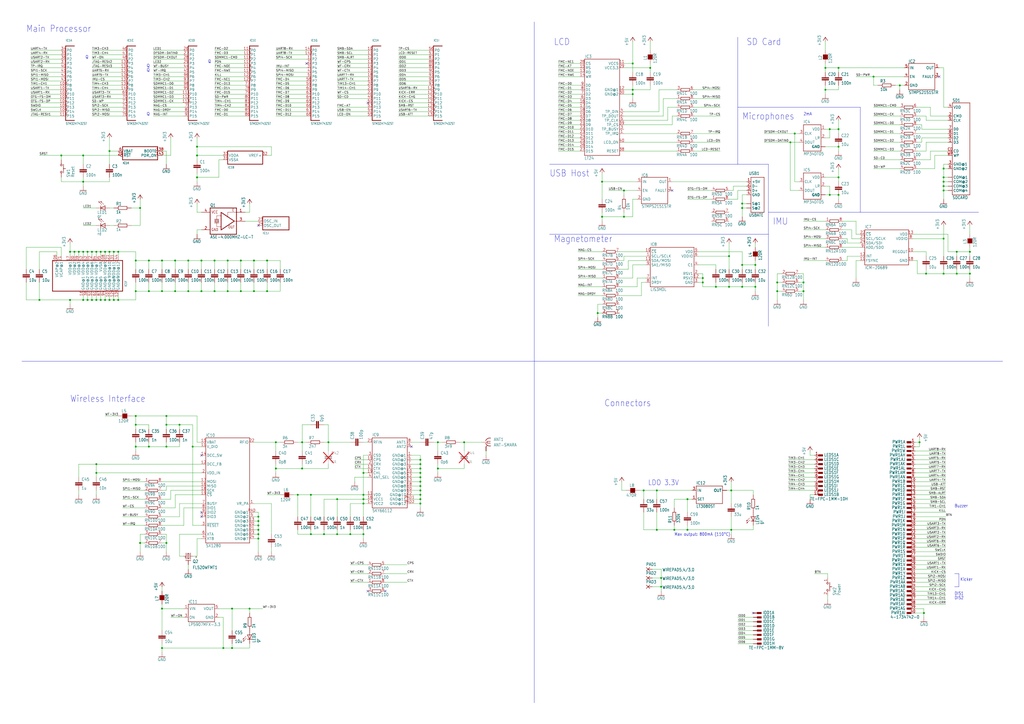
<source format=kicad_sch>
(kicad_sch (version 20250114) (generator "eeschema") (generator_version "9.0")
  (paper "A2")
  (text "LDO 3.3V" (at 375.92 281.94 0) (effects (font (size 3.048 2.5908)) (justify left bottom)))
  (text "Max output: 800mA (110°C)" (at 391.16 311.15 0) (effects (font (size 1.778 1.5113)) (justify left bottom)))
  (text "DIS2" (at 553.72 347.98 0) (effects (font (size 1.778 1.5113)) (justify left bottom)))
  (text "Q" (at 49.53 34.29 0) (effects (font (size 1.778 1.5113)) (justify left bottom)))
  (text "Wireless Interface" (at 40.64 233.68 0) (effects (font (size 3.81 3.2385)) (justify left bottom)))
  (text "USB Host" (at 318.77 102.87 0) (effects (font (size 3.81 3.2385)) (justify left bottom)))
  (text "Kicker" (at 557.022 337.312 0) (effects (font (size 1.778 1.5113)) (justify left bottom)))
  (text "IMU" (at 448.31 130.81 0) (effects (font (size 3.81 3.2385)) (justify left bottom)))
  (text "Buzzer" (at 553.72 294.64 0) (effects (font (size 1.778 1.5113)) (justify left bottom)))
  (text "SD Card" (at 433.07 26.67 0) (effects (font (size 3.81 3.2385)) (justify left bottom)))
  (text "Q" (at 120.65 36.83 0) (effects (font (size 1.778 1.5113)) (justify left bottom)))
  (text "Connectors" (at 350.52 236.22 0) (effects (font (size 3.81 3.2385)) (justify left bottom)))
  (text "DIS1" (at 553.72 345.44 0) (effects (font (size 1.778 1.5113)) (justify left bottom)))
  (text "Q" (at 85.09 67.31 0) (effects (font (size 1.778 1.5113)) (justify left bottom)))
  (text "Main Processor" (at 15.24 19.05 0) (effects (font (size 3.81 3.2385)) (justify left bottom)))
  (text "LCD" (at 321.31 26.67 0) (effects (font (size 3.81 3.2385)) (justify left bottom)))
  (text "Q" (at 85.09 39.37 0) (effects (font (size 1.778 1.5113)) (justify left bottom)))
  (text "2mA" (at 466.09 67.31 0) (effects (font (size 1.778 1.5113)) (justify left bottom)))
  (text "Magnetometer" (at 321.31 140.97 0) (effects (font (size 3.81 3.2385)) (justify left bottom)))
  (text "Microphones" (at 430.53 69.85 0) (effects (font (size 3.81 3.2385)) (justify left bottom)))
  (text "Q" (at 85.09 41.91 0) (effects (font (size 1.778 1.5113)) (justify left bottom)))
  (junction (at 562.61 146.05))
  (junction (at 210.82 274.32))
  (junction (at 86.36 151.13))
  (junction (at 506.73 44.45))
  (junction (at 450.85 168.91))
  (junction (at 63.5 146.05))
  (junction (at 81.28 314.96))
  (junction (at 243.84 276.86))
  (junction (at 96.52 259.08))
  (junction (at 68.58 146.05))
  (junction (at 50.8 173.99))
  (junction (at 210.82 309.88))
  (junction (at 93.98 168.91))
  (junction (at 48.26 90.17))
  (junction (at 243.84 274.32))
  (junction (at 124.46 151.13))
  (junction (at 147.32 151.13))
  (junction (at 114.3 85.09))
  (junction (at 381 307.34))
  (junction (at 124.46 168.91))
  (junction (at 144.78 353.06))
  (junction (at 481.33 74.93))
  (junction (at 367.03 36.83))
  (junction (at 466.09 163.83))
  (junction (at 361.95 125.73))
  (junction (at 349.25 105.41))
  (junction (at 78.74 151.13))
  (junction (at 391.16 307.34))
  (junction (at 48.26 173.99))
  (junction (at 40.64 146.05))
  (junction (at 438.15 166.37))
  (junction (at 78.74 259.08))
  (junction (at 210.82 292.1))
  (junction (at 361.95 110.49))
  (junction (at 377.19 39.37))
  (junction (at 243.84 289.56))
  (junction (at 172.72 287.02))
  (junction (at 398.78 307.34))
  (junction (at 50.8 146.05))
  (junction (at 537.21 158.75))
  (junction (at 134.62 353.06))
  (junction (at 58.42 173.99))
  (junction (at 66.04 146.05))
  (junction (at 346.71 181.61))
  (junction (at 60.96 173.99))
  (junction (at 86.36 259.08))
  (junction (at 160.02 256.54))
  (junction (at 486.41 39.37))
  (junction (at 383.54 340.36))
  (junction (at 149.86 309.88))
  (junction (at 149.86 302.26))
  (junction (at 407.67 163.83))
  (junction (at 111.76 259.08))
  (junction (at 149.86 312.42))
  (junction (at 60.96 146.05))
  (junction (at 116.84 168.91))
  (junction (at 243.84 269.24))
  (junction (at 93.98 353.06))
  (junction (at 243.84 271.78))
  (junction (at 269.24 256.54))
  (junction (at 430.53 166.37))
  (junction (at 93.98 151.13))
  (junction (at 55.88 173.99))
  (junction (at 367.03 52.07))
  (junction (at 101.6 151.13))
  (junction (at 109.22 151.13))
  (junction (at 78.74 241.3))
  (junction (at 43.18 146.05))
  (junction (at 367.03 54.61))
  (junction (at 195.58 289.56))
  (junction (at 243.84 287.02))
  (junction (at 415.29 166.37))
  (junction (at 114.3 102.87))
  (junction (at 373.38 284.48))
  (junction (at 63.5 87.63))
  (junction (at 139.7 168.91))
  (junction (at 147.32 168.91))
  (junction (at 55.88 274.32))
  (junction (at 55.88 269.24))
  (junction (at 48.26 105.41))
  (junction (at 254 271.78))
  (junction (at 160.02 271.78))
  (junction (at 422.91 166.37))
  (junction (at 243.84 266.7))
  (junction (at 438.15 153.67))
  (junction (at 422.91 148.59))
  (junction (at 461.01 77.47))
  (junction (at 149.86 307.34))
  (junction (at 45.72 146.05))
  (junction (at 547.37 158.75))
  (junction (at 195.58 309.88))
  (junction (at 243.84 292.1))
  (junction (at 93.98 375.92))
  (junction (at 40.64 173.99))
  (junction (at 190.5 256.54))
  (junction (at 175.26 271.78))
  (junction (at 486.41 113.03))
  (junction (at 68.58 173.99))
  (junction (at 398.78 289.56))
  (junction (at 22.86 173.99))
  (junction (at 243.84 279.4))
  (junction (at 424.18 307.34))
  (junction (at 554.99 158.75))
  (junction (at 554.99 146.05))
  (junction (at 154.94 168.91))
  (junction (at 383.54 335.28))
  (junction (at 116.84 151.13))
  (junction (at 521.97 49.53))
  (junction (at 175.26 256.54))
  (junction (at 243.84 284.48))
  (junction (at 187.96 309.88))
  (junction (at 55.88 146.05))
  (junction (at 254 256.54))
  (junction (at 109.22 168.91))
  (junction (at 547.37 102.87))
  (junction (at 180.34 287.02))
  (junction (at 139.7 151.13))
  (junction (at 66.04 173.99))
  (junction (at 78.74 246.38))
  (junction (at 547.37 97.79))
  (junction (at 547.37 138.43))
  (junction (at 149.86 299.72))
  (junction (at 547.37 107.95))
  (junction (at 149.86 304.8))
  (junction (at 458.47 82.55))
  (junction (at 486.41 85.09))
  (junction (at 114.3 90.17))
  (junction (at 58.42 146.05))
  (junction (at 486.41 74.93))
  (junction (at 450.85 163.83))
  (junction (at 210.82 287.02))
  (junction (at 562.61 158.75))
  (junction (at 210.82 289.56))
  (junction (at 533.4 256.54))
  (junction (at 132.08 168.91))
  (junction (at 86.36 168.91))
  (junction (at 407.67 161.29))
  (junction (at 430.53 118.11))
  (junction (at 48.26 146.05))
  (junction (at 53.34 146.05))
  (junction (at 203.2 309.88))
  (junction (at 349.25 125.73))
  (junction (at 134.62 375.92))
  (junction (at 547.37 105.41))
  (junction (at 481.33 113.03))
  (junction (at 466.09 168.91))
  (junction (at 81.28 120.65))
  (junction (at 424.18 284.48))
  (junction (at 154.94 151.13))
  (junction (at 96.52 241.3))
  (junction (at 53.34 173.99))
  (junction (at 78.74 168.91))
  (junction (at 35.56 90.17))
  (junction (at 547.37 110.49))
  (junction (at 63.5 173.99))
  (junction (at 101.6 168.91))
  (junction (at 381 284.48))
  (junction (at 535.94 355.6))
  (junction (at 104.14 246.38))
  (junction (at 478.79 52.07))
  (junction (at 243.84 281.94))
  (junction (at 486.41 102.87))
  (junction (at 132.08 151.13))
  (junction (at 430.53 153.67))
  (junction (at 180.34 309.88))
  (junction (at 430.53 120.65))
  (junction (at 96.52 314.96))
  (junction (at 478.79 39.37))
  (junction (at 96.52 246.38))
  (junction (at 129.54 375.92))
  (no_connect (at 149.86 130.81))
  (no_connect (at 436.88 355.6))
  (no_connect (at 238.76 259.08))
  (no_connect (at 223.52 342.9))
  (no_connect (at 116.84 264.16))
  (no_connect (at 213.36 59.69))
  (no_connect (at 544.83 44.45))
  (no_connect (at 389.89 110.49))
  (no_connect (at 177.8 36.83))
  (no_connect (at 213.36 342.9))
  (no_connect (at 116.84 299.72))
  (no_connect (at 116.84 297.18))
  (wire (pts (xy 401.32 289.56) (xy 398.78 289.56)) (stroke (width 0.1524)))
  (wire (pts (xy 506.73 67.31) (xy 521.97 67.31)) (stroke (width 0.1524)))
  (wire (pts (xy 66.04 173.99) (xy 68.58 173.99)) (stroke (width 0.1524)))
  (wire (pts (xy 472.44 266.7) (xy 457.2 266.7)) (stroke (width 0.1524)))
  (wire (pts (xy 472.44 264.16) (xy 469.9 264.16)) (stroke (width 0.1524)))
  (wire (pts (xy 549.91 62.23) (xy 547.37 62.23)) (stroke (width 0.1524)))
  (wire (pts (xy 537.21 156.21) (xy 537.21 158.75)) (stroke (width 0.1524)))
  (wire (pts (xy 213.36 34.29) (xy 195.58 34.29)) (stroke (width 0.1524)))
  (polyline (pts (xy 499.11 123.19) (xy 567.69 123.19)) (stroke (width 0.1524) (type solid)))
  (wire (pts (xy 55.88 120.65) (xy 48.26 120.65)) (stroke (width 0.1524)))
  (wire (pts (xy 71.12 304.8) (xy 83.82 304.8)) (stroke (width 0.1524)))
  (wire (pts (xy 71.12 52.07) (xy 53.34 52.07)) (stroke (width 0.1524)))
  (wire (pts (xy 238.76 274.32) (xy 243.84 274.32)) (stroke (width 0.1524)))
  (wire (pts (xy 530.86 350.52) (xy 548.64 350.52)) (stroke (width 0.1524)))
  (wire (pts (xy 422.91 166.37) (xy 422.91 163.83)) (stroke (width 0.1524)))
  (wire (pts (xy 463.55 82.55) (xy 458.47 82.55)) (stroke (width 0.1524)))
  (wire (pts (xy 243.84 289.56) (xy 243.84 287.02)) (stroke (width 0.1524)))
  (wire (pts (xy 323.85 54.61) (xy 336.55 54.61)) (stroke (width 0.1524)))
  (wire (pts (xy 114.3 102.87) (xy 114.3 105.41)) (stroke (width 0.1524)))
  (wire (pts (xy 422.91 148.59) (xy 422.91 156.21)) (stroke (width 0.1524)))
  (wire (pts (xy 177.8 39.37) (xy 160.02 39.37)) (stroke (width 0.1524)))
  (wire (pts (xy 142.24 49.53) (xy 124.46 49.53)) (stroke (width 0.1524)))
  (wire (pts (xy 71.12 67.31) (xy 53.34 67.31)) (stroke (width 0.1524)))
  (wire (pts (xy 549.91 74.93) (xy 534.67 74.93)) (stroke (width 0.1524)))
  (wire (pts (xy 142.24 59.69) (xy 124.46 59.69)) (stroke (width 0.1524)))
  (wire (pts (xy 549.91 87.63) (xy 539.75 87.63)) (stroke (width 0.1524)))
  (wire (pts (xy 223.52 332.74) (xy 236.22 332.74)) (stroke (width 0.1524)))
  (wire (pts (xy 124.46 151.13) (xy 132.08 151.13)) (stroke (width 0.1524)))
  (wire (pts (xy 116.84 269.24) (xy 55.88 269.24)) (stroke (width 0.1524)))
  (wire (pts (xy 506.73 72.39) (xy 521.97 72.39)) (stroke (width 0.1524)))
  (wire (pts (xy 548.64 289.56) (xy 530.86 289.56)) (stroke (width 0.1524)))
  (wire (pts (xy 496.57 128.27) (xy 488.95 128.27)) (stroke (width 0.1524)))
  (wire (pts (xy 116.84 274.32) (xy 55.88 274.32)) (stroke (width 0.1524)))
  (wire (pts (xy 195.58 62.23) (xy 213.36 62.23)) (stroke (width 0.1524)))
  (wire (pts (xy 549.91 102.87) (xy 547.37 102.87)) (stroke (width 0.1524)))
  (wire (pts (xy 359.41 151.13) (xy 361.95 151.13)) (stroke (width 0.1524)))
  (wire (pts (xy 86.36 156.21) (xy 86.36 151.13)) (stroke (width 0.1524)))
  (wire (pts (xy 66.04 146.05) (xy 68.58 146.05)) (stroke (width 0.1524)))
  (wire (pts (xy 48.26 107.95) (xy 48.26 105.41)) (stroke (width 0.1524)))
  (wire (pts (xy 530.86 337.82) (xy 548.64 337.82)) (stroke (width 0.1524)))
  (wire (pts (xy 127 102.87) (xy 114.3 102.87)) (stroke (width 0.1524)))
  (wire (pts (xy 360.68 284.48) (xy 360.68 279.4)) (stroke (width 0.1524)))
  (wire (pts (xy 430.53 120.65) (xy 430.53 125.73)) (stroke (width 0.1524)))
  (wire (pts (xy 547.37 105.41) (xy 547.37 107.95)) (stroke (width 0.1524)))
  (wire (pts (xy 238.76 281.94) (xy 243.84 281.94)) (stroke (width 0.1524)))
  (wire (pts (xy 323.85 64.77) (xy 336.55 64.77)) (stroke (width 0.1524)))
  (wire (pts (xy 213.36 274.32) (xy 210.82 274.32)) (stroke (width 0.1524)))
  (wire (pts (xy 22.86 173.99) (xy 40.64 173.99)) (stroke (width 0.1524)))
  (wire (pts (xy 478.79 151.13) (xy 466.09 151.13)) (stroke (width 0.1524)))
  (wire (pts (xy 378.46 335.28) (xy 383.54 335.28)) (stroke (width 0.1524)))
  (wire (pts (xy 401.32 284.48) (xy 381 284.48)) (stroke (width 0.1524)))
  (wire (pts (xy 71.12 49.53) (xy 53.34 49.53)) (stroke (width 0.1524)))
  (polyline (pts (xy 427.99 62.23) (xy 499.11 62.23)) (stroke (width 0.1524) (type solid)))
  (wire (pts (xy 109.22 151.13) (xy 116.84 151.13)) (stroke (width 0.1524)))
  (wire (pts (xy 466.09 168.91) (xy 466.09 173.99)) (stroke (width 0.1524)))
  (wire (pts (xy 203.2 309.88) (xy 195.58 309.88)) (stroke (width 0.1524)))
  (wire (pts (xy 35.56 59.69) (xy 17.78 59.69)) (stroke (width 0.1524)))
  (wire (pts (xy 422.91 166.37) (xy 430.53 166.37)) (stroke (width 0.1524)))
  (wire (pts (xy 172.72 299.72) (xy 172.72 287.02)) (stroke (width 0.1524)))
  (wire (pts (xy 71.12 279.4) (xy 83.82 279.4)) (stroke (width 0.1524)))
  (wire (pts (xy 424.18 307.34) (xy 398.78 307.34)) (stroke (width 0.1524)))
  (wire (pts (xy 405.13 146.05) (xy 430.53 146.05)) (stroke (width 0.1524)))
  (wire (pts (xy 147.32 151.13) (xy 154.94 151.13)) (stroke (width 0.1524)))
  (wire (pts (xy 463.55 110.49) (xy 458.47 110.49)) (stroke (width 0.1524)))
  (wire (pts (xy 243.84 284.48) (xy 243.84 281.94)) (stroke (width 0.1524)))
  (wire (pts (xy 436.88 368.3) (xy 427.99 368.3)) (stroke (width 0.1524)))
  (wire (pts (xy 71.12 29.21) (xy 53.34 29.21)) (stroke (width 0.1524)))
  (wire (pts (xy 213.36 41.91) (xy 195.58 41.91)) (stroke (width 0.1524)))
  (wire (pts (xy 281.94 264.16) (xy 281.94 261.62)) (stroke (width 0.1524)))
  (wire (pts (xy 177.8 62.23) (xy 160.02 62.23)) (stroke (width 0.1524)))
  (wire (pts (xy 149.86 304.8) (xy 149.86 302.26)) (stroke (width 0.1524)))
  (wire (pts (xy 142.24 52.07) (xy 124.46 52.07)) (stroke (width 0.1524)))
  (wire (pts (xy 35.56 52.07) (xy 17.78 52.07)) (stroke (width 0.1524)))
  (wire (pts (xy 243.84 266.7) (xy 243.84 264.16)) (stroke (width 0.1524)))
  (wire (pts (xy 494.03 138.43) (xy 494.03 133.35)) (stroke (width 0.1524)))
  (wire (pts (xy 66.04 120.65) (xy 63.5 120.65)) (stroke (width 0.1524)))
  (wire (pts (xy 60.96 173.99) (xy 63.5 173.99)) (stroke (width 0.1524)))
  (wire (pts (xy 243.84 276.86) (xy 243.84 274.32)) (stroke (width 0.1524)))
  (wire (pts (xy 66.04 148.59) (xy 66.04 146.05)) (stroke (width 0.1524)))
  (wire (pts (xy 532.13 151.13) (xy 532.13 158.75)) (stroke (width 0.1524)))
  (wire (pts (xy 86.36 248.92) (xy 86.36 246.38)) (stroke (width 0.1524)))
  (wire (pts (xy 71.12 294.64) (xy 83.82 294.64)) (stroke (width 0.1524)))
  (wire (pts (xy 104.14 248.92) (xy 104.14 246.38)) (stroke (width 0.1524)))
  (wire (pts (xy 323.85 69.85) (xy 336.55 69.85)) (stroke (width 0.1524)))
  (wire (pts (xy 35.56 34.29) (xy 17.78 34.29)) (stroke (width 0.1524)))
  (wire (pts (xy 93.98 87.63) (xy 96.52 87.63)) (stroke (width 0.1524)))
  (wire (pts (xy 530.86 307.34) (xy 548.64 307.34)) (stroke (width 0.1524)))
  (wire (pts (xy 142.24 67.31) (xy 124.46 67.31)) (stroke (width 0.1524)))
  (wire (pts (xy 35.56 41.91) (xy 17.78 41.91)) (stroke (width 0.1524)))
  (wire (pts (xy 506.73 62.23) (xy 521.97 62.23)) (stroke (width 0.1524)))
  (wire (pts (xy 106.68 54.61) (xy 88.9 54.61)) (stroke (width 0.1524)))
  (wire (pts (xy 116.84 156.21) (xy 116.84 151.13)) (stroke (width 0.1524)))
  (wire (pts (xy 114.3 123.19) (xy 114.3 118.11)) (stroke (width 0.1524)))
  (wire (pts (xy 243.84 264.16) (xy 238.76 264.16)) (stroke (width 0.1524)))
  (wire (pts (xy 361.95 148.59) (xy 374.65 148.59)) (stroke (width 0.1524)))
  (wire (pts (xy 53.34 173.99) (xy 55.88 173.99)) (stroke (width 0.1524)))
  (wire (pts (xy 15.24 143.51) (xy 15.24 156.21)) (stroke (width 0.1524)))
  (wire (pts (xy 160.02 261.62) (xy 160.02 256.54)) (stroke (width 0.1524)))
  (wire (pts (xy 180.34 287.02) (xy 210.82 287.02)) (stroke (width 0.1524)))
  (wire (pts (xy 436.88 360.68) (xy 427.99 360.68)) (stroke (width 0.1524)))
  (wire (pts (xy 547.37 39.37) (xy 544.83 39.37)) (stroke (width 0.1524)))
  (wire (pts (xy 86.36 259.08) (xy 86.36 256.54)) (stroke (width 0.1524)))
  (wire (pts (xy 398.78 304.8) (xy 398.78 307.34)) (stroke (width 0.1524)))
  (wire (pts (xy 175.26 271.78) (xy 175.26 269.24)) (stroke (width 0.1524)))
  (wire (pts (xy 93.98 90.17) (xy 99.06 90.17)) (stroke (width 0.1524)))
  (wire (pts (xy 478.79 52.07) (xy 478.79 49.53)) (stroke (width 0.1524)))
  (wire (pts (xy 142.24 62.23) (xy 124.46 62.23)) (stroke (width 0.1524)))
  (wire (pts (xy 496.57 135.89) (xy 496.57 128.27)) (stroke (width 0.1524)))
  (wire (pts (xy 63.5 105.41) (xy 63.5 102.87)) (stroke (width 0.1524)))
  (wire (pts (xy 50.8 171.45) (xy 50.8 173.99)) (stroke (width 0.1524)))
  (wire (pts (xy 210.82 289.56) (xy 210.82 287.02)) (stroke (width 0.1524)))
  (wire (pts (xy 402.59 57.15) (xy 417.83 57.15)) (stroke (width 0.1524)))
  (wire (pts (xy 53.34 148.59) (xy 53.34 146.05)) (stroke (width 0.1524)))
  (wire (pts (xy 149.86 309.88) (xy 149.86 307.34)) (stroke (width 0.1524)))
  (wire (pts (xy 147.32 299.72) (xy 149.86 299.72)) (stroke (width 0.1524)))
  (wire (pts (xy 40.64 148.59) (xy 40.64 146.05)) (stroke (width 0.1524)))
  (wire (pts (xy 210.82 264.16) (xy 210.82 274.32)) (stroke (width 0.1524)))
  (wire (pts (xy 58.42 173.99) (xy 60.96 173.99)) (stroke (width 0.1524)))
  (wire (pts (xy 68.58 173.99) (xy 78.74 173.99)) (stroke (width 0.1524)))
  (wire (pts (xy 154.94 151.13) (xy 162.56 151.13)) (stroke (width 0.1524)))
  (wire (pts (xy 549.91 82.55) (xy 537.21 82.55)) (stroke (width 0.1524)))
  (wire (pts (xy 114.3 90.17) (xy 114.3 85.09)) (stroke (width 0.1524)))
  (wire (pts (xy 144.78 353.06) (xy 152.4 353.06)) (stroke (width 0.1524)))
  (wire (pts (xy 422.91 115.57) (xy 427.99 115.57)) (stroke (width 0.1524)))
  (wire (pts (xy 398.78 289.56) (xy 391.16 289.56)) (stroke (width 0.1524)))
  (wire (pts (xy 175.26 246.38) (xy 180.34 246.38)) (stroke (width 0.1524)))
  (wire (pts (xy 68.58 87.63) (xy 63.5 87.63)) (stroke (width 0.1524)))
  (wire (pts (xy 147.32 156.21) (xy 147.32 151.13)) (stroke (width 0.1524)))
  (wire (pts (xy 223.52 337.82) (xy 236.22 337.82)) (stroke (width 0.1524)))
  (wire (pts (xy 363.22 284.48) (xy 360.68 284.48)) (stroke (width 0.1524)))
  (wire (pts (xy 243.84 292.1) (xy 243.84 289.56)) (stroke (width 0.1524)))
  (wire (pts (xy 81.28 314.96) (xy 81.28 320.04)) (stroke (width 0.1524)))
  (wire (pts (xy 106.68 31.75) (xy 88.9 31.75)) (stroke (width 0.1524)))
  (wire (pts (xy 93.98 156.21) (xy 93.98 151.13)) (stroke (width 0.1524)))
  (wire (pts (xy 170.18 287.02) (xy 172.72 287.02)) (stroke (width 0.1524)))
  (wire (pts (xy 55.88 269.24) (xy 45.72 269.24)) (stroke (width 0.1524)))
  (wire (pts (xy 231.14 49.53) (xy 248.92 49.53)) (stroke (width 0.1524)))
  (wire (pts (xy 509.27 49.53) (xy 506.73 49.53)) (stroke (width 0.1524)))
  (wire (pts (xy 430.53 166.37) (xy 438.15 166.37)) (stroke (width 0.1524)))
  (wire (pts (xy 466.09 163.83) (xy 466.09 168.91)) (stroke (width 0.1524)))
  (wire (pts (xy 114.3 241.3) (xy 96.52 241.3)) (stroke (width 0.1524)))
  (wire (pts (xy 499.11 140.97) (xy 491.49 140.97)) (stroke (width 0.1524)))
  (wire (pts (xy 35.56 39.37) (xy 17.78 39.37)) (stroke (width 0.1524)))
  (wire (pts (xy 142.24 44.45) (xy 124.46 44.45)) (stroke (width 0.1524)))
  (wire (pts (xy 438.15 166.37) (xy 438.15 163.83)) (stroke (width 0.1524)))
  (wire (pts (xy 491.49 151.13) (xy 491.49 148.59)) (stroke (width 0.1524)))
  (wire (pts (xy 129.54 90.17) (xy 114.3 90.17)) (stroke (width 0.1524)))
  (wire (pts (xy 405.13 161.29) (xy 407.67 161.29)) (stroke (width 0.1524)))
  (wire (pts (xy 537.21 82.55) (xy 537.21 87.63)) (stroke (width 0.1524)))
  (wire (pts (xy 383.54 330.2) (xy 383.54 335.28)) (stroke (width 0.1524)))
  (wire (pts (xy 251.46 256.54) (xy 254 256.54)) (stroke (width 0.1524)))
  (wire (pts (xy 231.14 39.37) (xy 248.92 39.37)) (stroke (width 0.1524)))
  (wire (pts (xy 361.95 67.31) (xy 384.81 67.31)) (stroke (width 0.1524)))
  (wire (pts (xy 254 256.54) (xy 256.54 256.54)) (stroke (width 0.1524)))
  (wire (pts (xy 177.8 59.69) (xy 160.02 59.69)) (stroke (width 0.1524)))
  (wire (pts (xy 472.44 269.24) (xy 457.2 269.24)) (stroke (width 0.1524)))
  (wire (pts (xy 50.8 148.59) (xy 50.8 146.05)) (stroke (width 0.1524)))
  (polyline (pts (xy 12.7 209.55) (xy 581.66 209.55)))
  (wire (pts (xy 407.67 161.29) (xy 407.67 163.83)) (stroke (width 0.1524)))
  (wire (pts (xy 478.79 54.61) (xy 478.79 52.07)) (stroke (width 0.1524)))
  (wire (pts (xy 116.84 168.91) (xy 109.22 168.91)) (stroke (width 0.1524)))
  (wire (pts (xy 481.33 80.01) (xy 481.33 74.93)) (stroke (width 0.1524)))
  (wire (pts (xy 269.24 256.54) (xy 279.4 256.54)) (stroke (width 0.1524)))
  (wire (pts (xy 436.88 370.84) (xy 427.99 370.84)) (stroke (width 0.1524)))
  (wire (pts (xy 436.88 284.48) (xy 424.18 284.48)) (stroke (width 0.1524)))
  (wire (pts (xy 378.46 330.2) (xy 383.54 330.2)) (stroke (width 0.1524)))
  (wire (pts (xy 491.49 138.43) (xy 488.95 138.43)) (stroke (width 0.1524)))
  (wire (pts (xy 96.52 284.48) (xy 93.98 284.48)) (stroke (width 0.1524)))
  (wire (pts (xy 106.68 62.23) (xy 88.9 62.23)) (stroke (width 0.1524)))
  (wire (pts (xy 392.43 87.63) (xy 361.95 87.63)) (stroke (width 0.1524)))
  (wire (pts (xy 323.85 39.37) (xy 336.55 39.37)) (stroke (width 0.1524)))
  (wire (pts (xy 203.2 299.72) (xy 203.2 292.1)) (stroke (width 0.1524)))
  (wire (pts (xy 144.78 123.19) (xy 144.78 118.11)) (stroke (width 0.1524)))
  (wire (pts (xy 530.86 332.74) (xy 548.64 332.74)) (stroke (width 0.1524)))
  (wire (pts (xy 361.95 125.73) (xy 367.03 125.73)) (stroke (width 0.1524)))
  (wire (pts (xy 231.14 34.29) (xy 248.92 34.29)) (stroke (width 0.1524)))
  (wire (pts (xy 175.26 256.54) (xy 175.26 246.38)) (stroke (width 0.1524)))
  (wire (pts (xy 491.49 148.59) (xy 499.11 148.59)) (stroke (width 0.1524)))
  (wire (pts (xy 139.7 156.21) (xy 139.7 151.13)) (stroke (width 0.1524)))
  (wire (pts (xy 177.8 46.99) (xy 160.02 46.99)) (stroke (width 0.1524)))
  (wire (pts (xy 149.86 128.27) (xy 142.24 128.27)) (stroke (width 0.1524)))
  (wire (pts (xy 104.14 246.38) (xy 96.52 246.38)) (stroke (width 0.1524)))
  (wire (pts (xy 116.84 163.83) (xy 116.84 168.91)) (stroke (width 0.1524)))
  (wire (pts (xy 48.26 148.59) (xy 48.26 146.05)) (stroke (width 0.1524)))
  (wire (pts (xy 96.52 87.63) (xy 96.52 95.25)) (stroke (width 0.1524)))
  (wire (pts (xy 323.85 87.63) (xy 336.55 87.63)) (stroke (width 0.1524)))
  (wire (pts (xy 106.68 59.69) (xy 88.9 59.69)) (stroke (width 0.1524)))
  (wire (pts (xy 373.38 284.48) (xy 370.84 284.48)) (stroke (width 0.1524)))
  (wire (pts (xy 359.41 166.37) (xy 369.57 166.37)) (stroke (width 0.1524)))
  (wire (pts (xy 530.86 309.88) (xy 548.64 309.88)) (stroke (width 0.1524)))
  (wire (pts (xy 453.39 168.91) (xy 450.85 168.91)) (stroke (width 0.1524)))
  (wire (pts (xy 71.12 299.72) (xy 83.82 299.72)) (stroke (width 0.1524)))
  (wire (pts (xy 402.59 87.63) (xy 417.83 87.63)) (stroke (width 0.1524)))
  (wire (pts (xy 114.3 312.42) (xy 116.84 312.42)) (stroke (width 0.1524)))
  (wire (pts (xy 461.01 77.47) (xy 443.23 77.47)) (stroke (width 0.1524)))
  (wire (pts (xy 537.21 146.05) (xy 537.21 148.59)) (stroke (width 0.1524)))
  (wire (pts (xy 81.28 309.88) (xy 81.28 314.96)) (stroke (width 0.1524)))
  (wire (pts (xy 361.95 36.83) (xy 367.03 36.83)) (stroke (width 0.1524)))
  (wire (pts (xy 535.94 353.06) (xy 535.94 355.6)) (stroke (width 0.1524)))
  (wire (pts (xy 548.64 325.12) (xy 530.86 325.12)) (stroke (width 0.1524)))
  (wire (pts (xy 530.86 345.44) (xy 548.64 345.44)) (stroke (width 0.1524)))
  (wire (pts (xy 71.12 34.29) (xy 53.34 34.29)) (stroke (width 0.1524)))
  (wire (pts (xy 349.25 166.37) (xy 335.28 166.37)) (stroke (width 0.1524)))
  (wire (pts (xy 116.84 292.1) (xy 104.14 292.1)) (stroke (width 0.1524)))
  (wire (pts (xy 55.88 274.32) (xy 55.88 269.24)) (stroke (width 0.1524)))
  (wire (pts (xy 472.44 287.02) (xy 469.9 287.02)) (stroke (width 0.1524)))
  (wire (pts (xy 486.41 77.47) (xy 486.41 74.93)) (stroke (width 0.1524)))
  (wire (pts (xy 177.8 29.21) (xy 160.02 29.21)) (stroke (width 0.1524)))
  (wire (pts (xy 63.5 87.63) (xy 63.5 95.25)) (stroke (width 0.1524)))
  (wire (pts (xy 106.68 353.06) (xy 93.98 353.06)) (stroke (width 0.1524)))
  (wire (pts (xy 463.55 105.41) (xy 461.01 105.41)) (stroke (width 0.1524)))
  (wire (pts (xy 154.94 156.21) (xy 154.94 151.13)) (stroke (width 0.1524)))
  (wire (pts (xy 481.33 74.93) (xy 486.41 74.93)) (stroke (width 0.1524)))
  (wire (pts (xy 392.43 62.23) (xy 387.35 62.23)) (stroke (width 0.1524)))
  (wire (pts (xy 106.68 358.14) (xy 99.06 358.14)) (stroke (width 0.1524)))
  (wire (pts (xy 149.86 307.34) (xy 149.86 304.8)) (stroke (width 0.1524)))
  (wire (pts (xy 548.64 330.2) (xy 530.86 330.2)) (stroke (width 0.1524)))
  (wire (pts (xy 205.74 276.86) (xy 205.74 279.4)) (stroke (width 0.1524)))
  (wire (pts (xy 486.41 74.93) (xy 486.41 69.85)) (stroke (width 0.1524)))
  (wire (pts (xy 101.6 151.13) (xy 109.22 151.13)) (stroke (width 0.1524)))
  (wire (pts (xy 231.14 36.83) (xy 248.92 36.83)) (stroke (width 0.1524)))
  (wire (pts (xy 529.59 151.13) (xy 532.13 151.13)) (stroke (width 0.1524)))
  (wire (pts (xy 478.79 29.21) (xy 478.79 24.13)) (stroke (width 0.1524)))
  (wire (pts (xy 369.57 166.37) (xy 369.57 161.29)) (stroke (width 0.1524)))
  (wire (pts (xy 436.88 304.8) (xy 436.88 307.34)) (stroke (width 0.1524)))
  (wire (pts (xy 213.36 276.86) (xy 205.74 276.86)) (stroke (width 0.1524)))
  (wire (pts (xy 349.25 156.21) (xy 335.28 156.21)) (stroke (width 0.1524)))
  (wire (pts (xy 530.86 256.54) (xy 533.4 256.54)) (stroke (width 0.1524)))
  (wire (pts (xy 405.13 148.59) (xy 422.91 148.59)) (stroke (width 0.1524)))
  (wire (pts (xy 93.98 342.9) (xy 93.98 340.36)) (stroke (width 0.1524)))
  (wire (pts (xy 177.8 31.75) (xy 160.02 31.75)) (stroke (width 0.1524)))
  (wire (pts (xy 254 271.78) (xy 269.24 271.78)) (stroke (width 0.1524)))
  (wire (pts (xy 15.24 173.99) (xy 22.86 173.99)) (stroke (width 0.1524)))
  (wire (pts (xy 55.88 173.99) (xy 58.42 173.99)) (stroke (width 0.1524)))
  (wire (pts (xy 367.03 52.07) (xy 367.03 54.61)) (stroke (width 0.1524)))
  (wire (pts (xy 154.94 168.91) (xy 147.32 168.91)) (stroke (width 0.1524)))
  (wire (pts (xy 144.78 355.6) (xy 144.78 353.06)) (stroke (width 0.1524)))
  (wire (pts (xy 177.8 57.15) (xy 160.02 57.15)) (stroke (width 0.1524)))
  (wire (pts (xy 35.56 92.71) (xy 35.56 90.17)) (stroke (width 0.1524)))
  (wire (pts (xy 180.34 299.72) (xy 180.34 287.02)) (stroke (width 0.1524)))
  (wire (pts (xy 537.21 69.85) (xy 537.21 67.31)) (stroke (width 0.1524)))
  (wire (pts (xy 114.3 256.54) (xy 114.3 241.3)) (stroke (width 0.1524)))
  (wire (pts (xy 116.84 123.19) (xy 114.3 123.19)) (stroke (width 0.1524)))
  (wire (pts (xy 361.95 110.49) (xy 353.06 110.49)) (stroke (width 0.1524)))
  (wire (pts (xy 157.48 292.1) (xy 147.32 292.1)) (stroke (width 0.1524)))
  (wire (pts (xy 231.14 54.61) (xy 248.92 54.61)) (stroke (width 0.1524)))
  (wire (pts (xy 66.04 130.81) (xy 63.5 130.81)) (stroke (width 0.1524)))
  (wire (pts (xy 71.12 39.37) (xy 53.34 39.37)) (stroke (width 0.1524)))
  (wire (pts (xy 144.78 375.92) (xy 144.78 373.38)) (stroke (width 0.1524)))
  (wire (pts (xy 359.41 161.29) (xy 367.03 161.29)) (stroke (width 0.1524)))
  (wire (pts (xy 147.32 302.26) (xy 149.86 302.26)) (stroke (width 0.1524)))
  (wire (pts (xy 35.56 49.53) (xy 17.78 49.53)) (stroke (width 0.1524)))
  (wire (pts (xy 101.6 163.83) (xy 101.6 168.91)) (stroke (width 0.1524)))
  (wire (pts (xy 534.67 82.55) (xy 532.13 82.55)) (stroke (width 0.1524)))
  (wire (pts (xy 111.76 246.38) (xy 104.14 246.38)) (stroke (width 0.1524)))
  (wire (pts (xy 392.43 57.15) (xy 384.81 57.15)) (stroke (width 0.1524)))
  (wire (pts (xy 539.75 62.23) (xy 532.13 62.23)) (stroke (width 0.1524)))
  (wire (pts (xy 472.44 281.94) (xy 457.2 281.94)) (stroke (width 0.1524)))
  (wire (pts (xy 537.21 158.75) (xy 547.37 158.75)) (stroke (width 0.1524)))
  (wire (pts (xy 537.21 87.63) (xy 532.13 87.63)) (stroke (width 0.1524)))
  (wire (pts (xy 55.88 148.59) (xy 55.88 146.05)) (stroke (width 0.1524)))
  (wire (pts (xy 116.84 279.4) (xy 93.98 279.4)) (stroke (width 0.1524)))
  (wire (pts (xy 43.18 148.59) (xy 43.18 146.05)) (stroke (width 0.1524)))
  (wire (pts (xy 223.52 327.66) (xy 236.22 327.66)) (stroke (width 0.1524)))
  (wire (pts (xy 238.76 292.1) (xy 243.84 292.1)) (stroke (width 0.1524)))
  (wire (pts (xy 349.25 125.73) (xy 349.25 123.19)) (stroke (width 0.1524)))
  (wire (pts (xy 548.64 322.58) (xy 530.86 322.58)) (stroke (width 0.1524)))
  (wire (pts (xy 392.43 77.47) (xy 361.95 77.47)) (stroke (width 0.1524)))
  (wire (pts (xy 539.75 92.71) (xy 532.13 92.71)) (stroke (width 0.1524)))
  (wire (pts (xy 548.64 279.4) (xy 530.86 279.4)) (stroke (width 0.1524)))
  (wire (pts (xy 402.59 62.23) (xy 417.83 62.23)) (stroke (width 0.1524)))
  (wire (pts (xy 377.19 29.21) (xy 377.19 24.13)) (stroke (width 0.1524)))
  (wire (pts (xy 160.02 256.54) (xy 147.32 256.54)) (stroke (width 0.1524)))
  (wire (pts (xy 139.7 163.83) (xy 139.7 168.91)) (stroke (width 0.1524)))
  (wire (pts (xy 433.07 113.03) (xy 430.53 113.03)) (stroke (width 0.1524)))
  (wire (pts (xy 71.12 31.75) (xy 53.34 31.75)) (stroke (width 0.1524)))
  (wire (pts (xy 231.14 29.21) (xy 248.92 29.21)) (stroke (width 0.1524)))
  (wire (pts (xy 547.37 107.95) (xy 547.37 110.49)) (stroke (width 0.1524)))
  (wire (pts (xy 129.54 92.71) (xy 127 92.71)) (stroke (width 0.1524)))
  (wire (pts (xy 562.61 146.05) (xy 562.61 143.51)) (stroke (width 0.1524)))
  (wire (pts (xy 142.24 54.61) (xy 124.46 54.61)) (stroke (width 0.1524)))
  (wire (pts (xy 453.39 163.83) (xy 450.85 163.83)) (stroke (width 0.1524)))
  (wire (pts (xy 436.88 307.34) (xy 424.18 307.34)) (stroke (width 0.1524)))
  (wire (pts (xy 78.74 163.83) (xy 78.74 168.91)) (stroke (width 0.1524)))
  (wire (pts (xy 132.08 151.13) (xy 139.7 151.13)) (stroke (width 0.1524)))
  (wire (pts (xy 463.55 163.83) (xy 466.09 163.83)) (stroke (width 0.1524)))
  (wire (pts (xy 529.59 135.89) (xy 549.91 135.89)) (stroke (width 0.1524)))
  (wire (pts (xy 480.06 347.98) (xy 480.06 345.44)) (stroke (width 0.1524)))
  (wire (pts (xy 323.85 36.83) (xy 336.55 36.83)) (stroke (width 0.1524)))
  (wire (pts (xy 469.9 264.16) (xy 469.9 261.62)) (stroke (width 0.1524)))
  (wire (pts (xy 554.99 146.05) (xy 562.61 146.05)) (stroke (width 0.1524)))
  (wire (pts (xy 71.12 41.91) (xy 53.34 41.91)) (stroke (width 0.1524)))
  (wire (pts (xy 93.98 163.83) (xy 93.98 168.91)) (stroke (width 0.1524)))
  (wire (pts (xy 106.68 49.53) (xy 88.9 49.53)) (stroke (width 0.1524)))
  (wire (pts (xy 109.22 168.91) (xy 109.22 163.83)) (stroke (width 0.1524)))
  (wire (pts (xy 349.25 125.73) (xy 361.95 125.73)) (stroke (width 0.1524)))
  (wire (pts (xy 530.86 342.9) (xy 548.64 342.9)) (stroke (width 0.1524)))
  (wire (pts (xy 377.19 39.37) (xy 377.19 36.83)) (stroke (width 0.1524)))
  (wire (pts (xy 349.25 151.13) (xy 335.28 151.13)) (stroke (width 0.1524)))
  (wire (pts (xy 549.91 67.31) (xy 539.75 67.31)) (stroke (width 0.1524)))
  (wire (pts (xy 481.33 107.95) (xy 481.33 113.03)) (stroke (width 0.1524)))
  (wire (pts (xy 430.53 113.03) (xy 430.53 118.11)) (stroke (width 0.1524)))
  (wire (pts (xy 81.28 130.81) (xy 81.28 120.65)) (stroke (width 0.1524)))
  (wire (pts (xy 534.67 80.01) (xy 534.67 82.55)) (stroke (width 0.1524)))
  (wire (pts (xy 210.82 292.1) (xy 213.36 292.1)) (stroke (width 0.1524)))
  (wire (pts (xy 213.36 266.7) (xy 205.74 266.7)) (stroke (width 0.1524)))
  (wire (pts (xy 430.53 166.37) (xy 430.53 163.83)) (stroke (width 0.1524)))
  (wire (pts (xy 542.29 97.79) (xy 532.13 97.79)) (stroke (width 0.1524)))
  (wire (pts (xy 154.94 90.17) (xy 157.48 90.17)) (stroke (width 0.1524)))
  (wire (pts (xy 562.61 158.75) (xy 562.61 156.21)) (stroke (width 0.1524)))
  (wire (pts (xy 96.52 309.88) (xy 96.52 314.96)) (stroke (width 0.1524)))
  (wire (pts (xy 238.76 284.48) (xy 243.84 284.48)) (stroke (width 0.1524)))
  (wire (pts (xy 116.84 281.94) (xy 96.52 281.94)) (stroke (width 0.1524)))
  (wire (pts (xy 147.32 163.83) (xy 147.32 168.91)) (stroke (width 0.1524)))
  (wire (pts (xy 86.36 168.91) (xy 93.98 168.91)) (stroke (width 0.1524)))
  (wire (pts (xy 486.41 87.63) (xy 486.41 85.09)) (stroke (width 0.1524)))
  (wire (pts (xy 78.74 156.21) (xy 78.74 151.13)) (stroke (width 0.1524)))
  (wire (pts (xy 521.97 52.07) (xy 521.97 49.53)) (stroke (width 0.1524)))
  (wire (pts (xy 422.91 148.59) (xy 422.91 140.97)) (stroke (width 0.1524)))
  (wire (pts (xy 481.33 113.03) (xy 486.41 113.03)) (stroke (width 0.1524)))
  (wire (pts (xy 361.95 113.03) (xy 361.95 110.49)) (stroke (width 0.1524)))
  (wire (pts (xy 506.73 44.45) (xy 496.57 44.45)) (stroke (width 0.1524)))
  (wire (pts (xy 533.4 256.54) (xy 533.4 254)) (stroke (width 0.1524)))
  (wire (pts (xy 499.11 135.89) (xy 496.57 135.89)) (stroke (width 0.1524)))
  (wire (pts (xy 177.8 44.45) (xy 160.02 44.45)) (stroke (width 0.1524)))
  (wire (pts (xy 346.71 176.53) (xy 346.71 181.61)) (stroke (width 0.1524)))
  (wire (pts (xy 231.14 64.77) (xy 248.92 64.77)) (stroke (width 0.1524)))
  (wire (pts (xy 461.01 77.47) (xy 463.55 77.47)) (stroke (width 0.1524)))
  (wire (pts (xy 382.27 64.77) (xy 361.95 64.77)) (stroke (width 0.1524)))
  (wire (pts (xy 111.76 322.58) (xy 114.3 322.58)) (stroke (width 0.1524)))
  (wire (pts (xy 104.14 292.1) (xy 104.14 299.72)) (stroke (width 0.1524)))
  (wire (pts (xy 243.84 269.24) (xy 243.84 266.7)) (stroke (width 0.1524)))
  (wire (pts (xy 548.64 281.94) (xy 530.86 281.94)) (stroke (width 0.1524)))
  (wire (pts (xy 33.02 148.59) (xy 33.02 146.05)) (stroke (width 0.1524)))
  (wire (pts (xy 361.95 54.61) (xy 367.03 54.61)) (stroke (width 0.1524)))
  (wire (pts (xy 243.84 281.94) (xy 243.84 279.4)) (stroke (width 0.1524)))
  (wire (pts (xy 213.36 29.21) (xy 195.58 29.21)) (stroke (width 0.1524)))
  (wire (pts (xy 436.88 358.14) (xy 427.99 358.14)) (stroke (width 0.1524)))
  (wire (pts (xy 116.84 284.48) (xy 99.06 284.48)) (stroke (width 0.1524)))
  (wire (pts (xy 486.41 52.07) (xy 486.41 49.53)) (stroke (width 0.1524)))
  (wire (pts (xy 15.24 163.83) (xy 15.24 173.99)) (stroke (width 0.1524)))
  (wire (pts (xy 157.48 309.88) (xy 157.48 292.1)) (stroke (width 0.1524)))
  (wire (pts (xy 427.99 110.49) (xy 433.07 110.49)) (stroke (width 0.1524)))
  (wire (pts (xy 349.25 161.29) (xy 335.28 161.29)) (stroke (width 0.1524)))
  (wire (pts (xy 383.54 335.28) (xy 383.54 340.36)) (stroke (width 0.1524)))
  (wire (pts (xy 463.55 158.75) (xy 466.09 158.75)) (stroke (width 0.1524)))
  (wire (pts (xy 96.52 259.08) (xy 104.14 259.08)) (stroke (width 0.1524)))
  (wire (pts (xy 86.36 151.13) (xy 93.98 151.13)) (stroke (width 0.1524)))
  (wire (pts (xy 66.04 171.45) (xy 66.04 173.99)) (stroke (width 0.1524)))
  (wire (pts (xy 494.03 133.35) (xy 488.95 133.35)) (stroke (width 0.1524)))
  (wire (pts (xy 323.85 57.15) (xy 336.55 57.15)) (stroke (width 0.1524)))
  (wire (pts (xy 101.6 168.91) (xy 109.22 168.91)) (stroke (width 0.1524)))
  (wire (pts (xy 68.58 148.59) (xy 68.58 146.05)) (stroke (width 0.1524)))
  (wire (pts (xy 438.15 153.67) (xy 438.15 151.13)) (stroke (width 0.1524)))
  (wire (pts (xy 195.58 307.34) (xy 195.58 309.88)) (stroke (width 0.1524)))
  (wire (pts (xy 453.39 158.75) (xy 450.85 158.75)) (stroke (width 0.1524)))
  (wire (pts (xy 238.76 271.78) (xy 243.84 271.78)) (stroke (width 0.1524)))
  (wire (pts (xy 323.85 74.93) (xy 336.55 74.93)) (stroke (width 0.1524)))
  (wire (pts (xy 35.56 148.59) (xy 35.56 143.51)) (stroke (width 0.1524)))
  (wire (pts (xy 142.24 31.75) (xy 124.46 31.75)) (stroke (width 0.1524)))
  (wire (pts (xy 269.24 271.78) (xy 269.24 269.24)) (stroke (width 0.1524)))
  (wire (pts (xy 35.56 67.31) (xy 17.78 67.31)) (stroke (width 0.1524)))
  (wire (pts (xy 458.47 82.55) (xy 443.23 82.55)) (stroke (width 0.1524)))
  (wire (pts (xy 93.98 309.88) (xy 96.52 309.88)) (stroke (width 0.1524)))
  (wire (pts (xy 116.84 259.08) (xy 111.76 259.08)) (stroke (width 0.1524)))
  (wire (pts (xy 323.85 67.31) (xy 336.55 67.31)) (stroke (width 0.1524)))
  (wire (pts (xy 231.14 62.23) (xy 248.92 62.23)) (stroke (width 0.1524)))
  (wire (pts (xy 106.68 34.29) (xy 88.9 34.29)) (stroke (width 0.1524)))
  (wire (pts (xy 506.73 77.47) (xy 521.97 77.47)) (stroke (width 0.1524)))
  (wire (pts (xy 93.98 168.91) (xy 101.6 168.91)) (stroke (width 0.1524)))
  (wire (pts (xy 68.58 90.17) (xy 48.26 90.17)) (stroke (width 0.1524)))
  (wire (pts (xy 35.56 62.23) (xy 17.78 62.23)) (stroke (width 0.1524)))
  (wire (pts (xy 55.88 146.05) (xy 58.42 146.05)) (stroke (width 0.1524)))
  (wire (pts (xy 542.29 90.17) (xy 542.29 97.79)) (stroke (width 0.1524)))
  (wire (pts (xy 549.91 77.47) (xy 532.13 77.47)) (stroke (width 0.1524)))
  (wire (pts (xy 548.64 317.5) (xy 530.86 317.5)) (stroke (width 0.1524)))
  (wire (pts (xy 398.78 289.56) (xy 398.78 297.18)) (stroke (width 0.1524)))
  (wire (pts (xy 142.24 41.91) (xy 124.46 41.91)) (stroke (width 0.1524)))
  (wire (pts (xy 172.72 309.88) (xy 172.72 307.34)) (stroke (width 0.1524)))
  (wire (pts (xy 548.64 266.7) (xy 530.86 266.7)) (stroke (width 0.1524)))
  (wire (pts (xy 323.85 80.01) (xy 336.55 80.01)) (stroke (width 0.1524)))
  (wire (pts (xy 488.95 151.13) (xy 491.49 151.13)) (stroke (width 0.1524)))
  (wire (pts (xy 530.86 340.36) (xy 548.64 340.36)) (stroke (width 0.1524)))
  (wire (pts (xy 391.16 307.34) (xy 381 307.34)) (stroke (width 0.1524)))
  (wire (pts (xy 535.94 355.6) (xy 535.94 358.14)) (stroke (width 0.1524)))
  (wire (pts (xy 175.26 256.54) (xy 177.8 256.54)) (stroke (width 0.1524)))
  (wire (pts (xy 243.84 294.64) (xy 243.84 292.1)) (stroke (width 0.1524)))
  (wire (pts (xy 359.41 171.45) (xy 372.11 171.45)) (stroke (width 0.1524)))
  (wire (pts (xy 213.36 327.66) (xy 203.2 327.66)) (stroke (width 0.1524)))
  (wire (pts (xy 478.79 102.87) (xy 486.41 102.87)) (stroke (width 0.1524)))
  (wire (pts (xy 349.25 146.05) (xy 335.28 146.05)) (stroke (width 0.1524)))
  (wire (pts (xy 210.82 309.88) (xy 210.82 307.34)) (stroke (width 0.1524)))
  (wire (pts (xy 48.26 90.17) (xy 35.56 90.17)) (stroke (width 0.1524)))
  (wire (pts (xy 195.58 57.15) (xy 213.36 57.15)) (stroke (width 0.1524)))
  (wire (pts (xy 96.52 241.3) (xy 78.74 241.3)) (stroke (width 0.1524)))
  (wire (pts (xy 109.22 151.13) (xy 109.22 156.21)) (stroke (width 0.1524)))
  (wire (pts (xy 63.5 148.59) (xy 63.5 146.05)) (stroke (width 0.1524)))
  (wire (pts (xy 387.35 62.23) (xy 387.35 69.85)) (stroke (width 0.1524)))
  (wire (pts (xy 86.36 163.83) (xy 86.36 168.91)) (stroke (width 0.1524)))
  (wire (pts (xy 93.98 314.96) (xy 96.52 314.96)) (stroke (width 0.1524)))
  (polyline (pts (xy 445.77 123.19) (xy 445.77 95.25)) (stroke (width 0.1524) (type solid)))
  (wire (pts (xy 190.5 256.54) (xy 190.5 261.62)) (stroke (width 0.1524)))
  (wire (pts (xy 407.67 158.75) (xy 407.67 161.29)) (stroke (width 0.1524)))
  (wire (pts (xy 367.03 54.61) (xy 367.03 57.15)) (stroke (width 0.1524)))
  (wire (pts (xy 547.37 156.21) (xy 547.37 158.75)) (stroke (width 0.1524)))
  (wire (pts (xy 71.12 54.61) (xy 53.34 54.61)) (stroke (width 0.1524)))
  (wire (pts (xy 554.99 156.21) (xy 554.99 158.75)) (stroke (width 0.1524)))
  (wire (pts (xy 539.75 87.63) (xy 539.75 92.71)) (stroke (width 0.1524)))
  (wire (pts (xy 323.85 62.23) (xy 336.55 62.23)) (stroke (width 0.1524)))
  (wire (pts (xy 213.36 271.78) (xy 205.74 271.78)) (stroke (width 0.1524)))
  (wire (pts (xy 231.14 59.69) (xy 248.92 59.69)) (stroke (width 0.1524)))
  (wire (pts (xy 177.8 52.07) (xy 160.02 52.07)) (stroke (width 0.1524)))
  (wire (pts (xy 549.91 105.41) (xy 547.37 105.41)) (stroke (width 0.1524)))
  (wire (pts (xy 40.64 146.05) (xy 43.18 146.05)) (stroke (width 0.1524)))
  (wire (pts (xy 472.44 284.48) (xy 457.2 284.48)) (stroke (width 0.1524)))
  (wire (pts (xy 549.91 80.01) (xy 534.67 80.01)) (stroke (width 0.1524)))
  (wire (pts (xy 35.56 29.21) (xy 17.78 29.21)) (stroke (width 0.1524)))
  (wire (pts (xy 238.76 289.56) (xy 243.84 289.56)) (stroke (width 0.1524)))
  (wire (pts (xy 499.11 138.43) (xy 494.03 138.43)) (stroke (width 0.1524)))
  (wire (pts (xy 35.56 90.17) (xy 22.86 90.17)) (stroke (width 0.1524)))
  (wire (pts (xy 162.56 256.54) (xy 160.02 256.54)) (stroke (width 0.1524)))
  (wire (pts (xy 116.84 151.13) (xy 124.46 151.13)) (stroke (width 0.1524)))
  (wire (pts (xy 430.53 118.11) (xy 430.53 120.65)) (stroke (width 0.1524)))
  (wire (pts (xy 369.57 110.49) (xy 361.95 110.49)) (stroke (width 0.1524)))
  (wire (pts (xy 180.34 309.88) (xy 180.34 307.34)) (stroke (width 0.1524)))
  (wire (pts (xy 63.5 173.99) (xy 66.04 173.99)) (stroke (width 0.1524)))
  (wire (pts (xy 547.37 102.87) (xy 547.37 105.41)) (stroke (width 0.1524)))
  (wire (pts (xy 63.5 87.63) (xy 63.5 80.01)) (stroke (width 0.1524)))
  (wire (pts (xy 48.26 90.17) (xy 48.26 95.25)) (stroke (width 0.1524)))
  (wire (pts (xy 548.64 269.24) (xy 530.86 269.24)) (stroke (width 0.1524)))
  (wire (pts (xy 537.21 67.31) (xy 532.13 67.31)) (stroke (width 0.1524)))
  (wire (pts (xy 269.24 256.54) (xy 266.7 256.54)) (stroke (width 0.1524)))
  (wire (pts (xy 436.88 373.38) (xy 427.99 373.38)) (stroke (width 0.1524)))
  (wire (pts (xy 349.25 105.41) (xy 349.25 100.33)) (stroke (width 0.1524)))
  (wire (pts (xy 78.74 151.13) (xy 86.36 151.13)) (stroke (width 0.1524)))
  (wire (pts (xy 58.42 148.59) (xy 58.42 146.05)) (stroke (width 0.1524)))
  (wire (pts (xy 213.36 31.75) (xy 195.58 31.75)) (stroke (width 0.1524)))
  (wire (pts (xy 369.57 105.41) (xy 349.25 105.41)) (stroke (width 0.1524)))
  (wire (pts (xy 472.44 276.86) (xy 457.2 276.86)) (stroke (width 0.1524)))
  (wire (pts (xy 323.85 85.09) (xy 336.55 85.09)) (stroke (width 0.1524)))
  (wire (pts (xy 99.06 289.56) (xy 93.98 289.56)) (stroke (width 0.1524)))
  (wire (pts (xy 116.84 133.35) (xy 114.3 133.35)) (stroke (width 0.1524)))
  (wire (pts (xy 114.3 133.35) (xy 114.3 135.89)) (stroke (width 0.1524)))
  (wire (pts (xy 147.32 307.34) (xy 149.86 307.34)) (stroke (width 0.1524)))
  (wire (pts (xy 76.2 120.65) (xy 81.28 120.65)) (stroke (width 0.1524)))
  (wire (pts (xy 547.37 62.23) (xy 547.37 39.37)) (stroke (width 0.1524)))
  (wire (pts (xy 562.61 161.29) (xy 562.61 158.75)) (stroke (width 0.1524)))
  (wire (pts (xy 407.67 166.37) (xy 415.29 166.37)) (stroke (width 0.1524)))
  (wire (pts (xy 104.14 309.88) (xy 104.14 322.58)) (stroke (width 0.1524)))
  (wire (pts (xy 132.08 156.21) (xy 132.08 151.13)) (stroke (width 0.1524)))
  (wire (pts (xy 93.98 378.46) (xy 93.98 375.92)) (stroke (width 0.1524)))
  (wire (pts (xy 238.76 279.4) (xy 243.84 279.4)) (stroke (width 0.1524)))
  (wire (pts (xy 162.56 163.83) (xy 162.56 168.91)) (stroke (width 0.1524)))
  (wire (pts (xy 402.59 67.31) (xy 417.83 67.31)) (stroke (width 0.1524)))
  (wire (pts (xy 195.58 64.77) (xy 213.36 64.77)) (stroke (width 0.1524)))
  (wire (pts (xy 149.86 299.72) (xy 149.86 297.18)) (stroke (width 0.1524)))
  (wire (pts (xy 549.91 146.05) (xy 554.99 146.05)) (stroke (width 0.1524)))
  (wire (pts (xy 142.24 34.29) (xy 124.46 34.29)) (stroke (width 0.1524)))
  (wire (pts (xy 548.64 294.64) (xy 530.86 294.64)) (stroke (width 0.1524)))
  (wire (pts (xy 433.07 120.65) (xy 430.53 120.65)) (stroke (width 0.1524)))
  (wire (pts (xy 142.24 57.15) (xy 124.46 57.15)) (stroke (width 0.1524)))
  (wire (pts (xy 50.8 146.05) (xy 53.34 146.05)) (stroke (width 0.1524)))
  (wire (pts (xy 381 307.34) (xy 373.38 307.34)) (stroke (width 0.1524)))
  (wire (pts (xy 187.96 289.56) (xy 195.58 289.56)) (stroke (width 0.1524)))
  (wire (pts (xy 506.73 49.53) (xy 506.73 44.45)) (stroke (width 0.1524)))
  (wire (pts (xy 81.28 120.65) (xy 81.28 115.57)) (stroke (width 0.1524)))
  (wire (pts (xy 114.3 90.17) (xy 114.3 92.71)) (stroke (width 0.1524)))
  (wire (pts (xy 382.27 52.07) (xy 382.27 64.77)) (stroke (width 0.1524)))
  (wire (pts (xy 63.5 146.05) (xy 66.04 146.05)) (stroke (width 0.1524)))
  (wire (pts (xy 547.37 138.43) (xy 547.37 148.59)) (stroke (width 0.1524)))
  (wire (pts (xy 35.56 54.61) (xy 17.78 54.61)) (stroke (width 0.1524)))
  (wire (pts (xy 213.36 52.07) (xy 195.58 52.07)) (stroke (width 0.1524)))
  (wire (pts (xy 210.82 309.88) (xy 203.2 309.88)) (stroke (width 0.1524)))
  (wire (pts (xy 48.26 105.41) (xy 35.56 105.41)) (stroke (width 0.1524)))
  (wire (pts (xy 548.64 299.72) (xy 530.86 299.72)) (stroke (width 0.1524)))
  (wire (pts (xy 50.8 173.99) (xy 53.34 173.99)) (stroke (width 0.1524)))
  (wire (pts (xy 243.84 287.02) (xy 243.84 284.48)) (stroke (width 0.1524)))
  (wire (pts (xy 231.14 46.99) (xy 248.92 46.99)) (stroke (width 0.1524)))
  (wire (pts (xy 389.89 67.31) (xy 392.43 67.31)) (stroke (width 0.1524)))
  (wire (pts (xy 71.12 284.48) (xy 83.82 284.48)) (stroke (width 0.1524)))
  (wire (pts (xy 210.82 287.02) (xy 213.36 287.02)) (stroke (width 0.1524)))
  (wire (pts (xy 33.02 146.05) (xy 22.86 146.05)) (stroke (width 0.1524)))
  (wire (pts (xy 532.13 158.75) (xy 537.21 158.75)) (stroke (width 0.1524)))
  (wire (pts (xy 127 92.71) (xy 127 102.87)) (stroke (width 0.1524)))
  (wire (pts (xy 55.88 130.81) (xy 48.26 130.81)) (stroke (width 0.1524)))
  (wire (pts (xy 213.36 256.54) (xy 210.82 256.54)) (stroke (width 0.1524)))
  (wire (pts (xy 96.52 248.92) (xy 96.52 246.38)) (stroke (width 0.1524)))
  (wire (pts (xy 213.36 46.99) (xy 195.58 46.99)) (stroke (width 0.1524)))
  (wire (pts (xy 373.38 284.48) (xy 373.38 289.56)) (stroke (width 0.1524)))
  (wire (pts (xy 180.34 309.88) (xy 172.72 309.88)) (stroke (width 0.1524)))
  (wire (pts (xy 40.64 176.53) (xy 40.64 173.99)) (stroke (width 0.1524)))
  (wire (pts (xy 519.43 49.53) (xy 521.97 49.53)) (stroke (width 0.1524)))
  (wire (pts (xy 71.12 289.56) (xy 83.82 289.56)) (stroke (width 0.1524)))
  (wire (pts (xy 142.24 64.77) (xy 124.46 64.77)) (stroke (width 0.1524)))
  (wire (pts (xy 361.95 72.39) (xy 389.89 72.39)) (stroke (width 0.1524)))
  (wire (pts (xy 533.4 259.08) (xy 533.4 256.54)) (stroke (width 0.1524)))
  (wire (pts (xy 175.26 261.62) (xy 175.26 256.54)) (stroke (width 0.1524)))
  (wire (pts (xy 323.85 59.69) (xy 336.55 59.69)) (stroke (width 0.1524)))
  (wire (pts (xy 35.56 46.99) (xy 17.78 46.99)) (stroke (width 0.1524)))
  (wire (pts (xy 478.79 133.35) (xy 466.09 133.35)) (stroke (width 0.1524)))
  (wire (pts (xy 323.85 82.55) (xy 336.55 82.55)) (stroke (width 0.1524)))
  (wire (pts (xy 124.46 168.91) (xy 116.84 168.91)) (stroke (width 0.1524)))
  (wire (pts (xy 68.58 171.45) (xy 68.58 173.99)) (stroke (width 0.1524)))
  (wire (pts (xy 433.07 105.41) (xy 389.89 105.41)) (stroke (width 0.1524)))
  (wire (pts (xy 78.74 261.62) (xy 78.74 259.08)) (stroke (width 0.1524)))
  (wire (pts (xy 361.95 39.37) (xy 377.19 39.37)) (stroke (width 0.1524)))
  (wire (pts (xy 539.75 67.31) (xy 539.75 62.23)) (stroke (width 0.1524)))
  (wire (pts (xy 402.59 77.47) (xy 417.83 77.47)) (stroke (width 0.1524)))
  (wire (pts (xy 210.82 312.42) (xy 210.82 309.88)) (stroke (width 0.1524)))
  (wire (pts (xy 549.91 135.89) (xy 549.91 146.05)) (stroke (width 0.1524)))
  (wire (pts (xy 480.06 332.74) (xy 472.44 332.74)) (stroke (width 0.1524)))
  (wire (pts (xy 187.96 307.34) (xy 187.96 309.88)) (stroke (width 0.1524)))
  (wire (pts (xy 405.13 163.83) (xy 407.67 163.83)) (stroke (width 0.1524)))
  (wire (pts (xy 499.11 143.51) (xy 488.95 143.51)) (stroke (width 0.1524)))
  (wire (pts (xy 78.74 241.3) (xy 76.2 241.3)) (stroke (width 0.1524)))
  (polyline (pts (xy 427.99 95.25) (xy 427.99 21.59)) (stroke (width 0.1524) (type solid)))
  (wire (pts (xy 361.95 125.73) (xy 361.95 123.19)) (stroke (width 0.1524)))
  (wire (pts (xy 530.86 355.6) (xy 535.94 355.6)) (stroke (width 0.1524)))
  (wire (pts (xy 548.64 276.86) (xy 530.86 276.86)) (stroke (width 0.1524)))
  (wire (pts (xy 529.59 146.05) (xy 537.21 146.05)) (stroke (width 0.1524)))
  (wire (pts (xy 269.24 261.62) (xy 269.24 256.54)) (stroke (width 0.1524)))
  (wire (pts (xy 238.76 276.86) (xy 243.84 276.86)) (stroke (width 0.1524)))
  (wire (pts (xy 40.64 146.05) (xy 40.64 140.97)) (stroke (width 0.1524)))
  (wire (pts (xy 76.2 130.81) (xy 81.28 130.81)) (stroke (width 0.1524)))
  (wire (pts (xy 195.58 299.72) (xy 195.58 289.56)) (stroke (width 0.1524)))
  (wire (pts (xy 134.62 375.92) (xy 134.62 373.38)) (stroke (width 0.1524)))
  (wire (pts (xy 134.62 375.92) (xy 144.78 375.92)) (stroke (width 0.1524)))
  (wire (pts (xy 195.58 67.31) (xy 213.36 67.31)) (stroke (width 0.1524)))
  (wire (pts (xy 377.19 52.07) (xy 367.03 52.07)) (stroke (width 0.1524)))
  (wire (pts (xy 367.03 52.07) (xy 361.95 52.07)) (stroke (width 0.1524)))
  (wire (pts (xy 35.56 44.45) (xy 17.78 44.45)) (stroke (width 0.1524)))
  (wire (pts (xy 548.64 297.18) (xy 530.86 297.18)) (stroke (width 0.1524)))
  (wire (pts (xy 45.72 269.24) (xy 45.72 276.86)) (stroke (width 0.1524)))
  (wire (pts (xy 554.99 148.59) (xy 554.99 146.05)) (stroke (width 0.1524)))
  (wire (pts (xy 486.41 102.87) (xy 486.41 105.41)) (stroke (width 0.1524)))
  (wire (pts (xy 450.85 168.91) (xy 450.85 173.99)) (stroke (width 0.1524)))
  (wire (pts (xy 412.75 115.57) (xy 398.78 115.57)) (stroke (width 0.1524)))
  (wire (pts (xy 78.74 259.08) (xy 86.36 259.08)) (stroke (width 0.1524)))
  (wire (pts (xy 78.74 168.91) (xy 86.36 168.91)) (stroke (width 0.1524)))
  (wire (pts (xy 547.37 97.79) (xy 547.37 102.87)) (stroke (width 0.1524)))
  (wire (pts (xy 478.79 107.95) (xy 481.33 107.95)) (stroke (width 0.1524)))
  (wire (pts (xy 127 358.14) (xy 129.54 358.14)) (stroke (width 0.1524)))
  (wire (pts (xy 106.68 64.77) (xy 88.9 64.77)) (stroke (width 0.1524)))
  (wire (pts (xy 478.79 39.37) (xy 478.79 36.83)) (stroke (width 0.1524)))
  (wire (pts (xy 104.14 259.08) (xy 104.14 256.54)) (stroke (width 0.1524)))
  (wire (pts (xy 367.03 36.83) (xy 367.03 24.13)) (stroke (width 0.1524)))
  (wire (pts (xy 238.76 266.7) (xy 243.84 266.7)) (stroke (width 0.1524)))
  (wire (pts (xy 48.26 105.41) (xy 63.5 105.41)) (stroke (width 0.1524)))
  (wire (pts (xy 147.32 168.91) (xy 139.7 168.91)) (stroke (width 0.1524)))
  (wire (pts (xy 149.86 320.04) (xy 149.86 312.42)) (stroke (width 0.1524)))
  (wire (pts (xy 548.64 314.96) (xy 530.86 314.96)) (stroke (width 0.1524)))
  (wire (pts (xy 71.12 64.77) (xy 53.34 64.77)) (stroke (width 0.1524)))
  (wire (pts (xy 548.64 292.1) (xy 530.86 292.1)) (stroke (width 0.1524)))
  (wire (pts (xy 402.59 82.55) (xy 417.83 82.55)) (stroke (width 0.1524)))
  (wire (pts (xy 210.82 289.56) (xy 213.36 289.56)) (stroke (width 0.1524)))
  (wire (pts (xy 139.7 151.13) (xy 147.32 151.13)) (stroke (width 0.1524)))
  (wire (pts (xy 106.68 29.21) (xy 88.9 29.21)) (stroke (width 0.1524)))
  (wire (pts (xy 106.68 52.07) (xy 88.9 52.07)) (stroke (width 0.1524)))
  (wire (pts (xy 415.29 156.21) (xy 415.29 153.67)) (stroke (width 0.1524)))
  (wire (pts (xy 554.99 158.75) (xy 562.61 158.75)) (stroke (width 0.1524)))
  (wire (pts (xy 381 307.34) (xy 381 297.18)) (stroke (width 0.1524)))
  (wire (pts (xy 68.58 146.05) (xy 78.74 146.05)) (stroke (width 0.1524)))
  (wire (pts (xy 55.88 171.45) (xy 55.88 173.99)) (stroke (width 0.1524)))
  (wire (pts (xy 415.29 153.67) (xy 405.13 153.67)) (stroke (width 0.1524)))
  (wire (pts (xy 142.24 46.99) (xy 124.46 46.99)) (stroke (width 0.1524)))
  (wire (pts (xy 323.85 49.53) (xy 336.55 49.53)) (stroke (width 0.1524)))
  (wire (pts (xy 175.26 271.78) (xy 190.5 271.78)) (stroke (width 0.1524)))
  (wire (pts (xy 521.97 49.53) (xy 524.51 49.53)) (stroke (width 0.1524)))
  (wire (pts (xy 407.67 163.83) (xy 407.67 166.37)) (stroke (width 0.1524)))
  (wire (pts (xy 549.91 90.17) (xy 542.29 90.17)) (stroke (width 0.1524)))
  (wire (pts (xy 469.9 287.02) (xy 469.9 289.56)) (stroke (width 0.1524)))
  (wire (pts (xy 116.84 287.02) (xy 101.6 287.02)) (stroke (width 0.1524)))
  (wire (pts (xy 139.7 168.91) (xy 132.08 168.91)) (stroke (width 0.1524)))
  (wire (pts (xy 129.54 375.92) (xy 93.98 375.92)) (stroke (width 0.1524)))
  (wire (pts (xy 547.37 158.75) (xy 554.99 158.75)) (stroke (width 0.1524)))
  (polyline (pts (xy 445.77 189.23) (xy 445.77 123.19)) (stroke (width 0.1524) (type solid)))
  (wire (pts (xy 71.12 36.83) (xy 53.34 36.83)) (stroke (width 0.1524)))
  (wire (pts (xy 210.82 292.1) (xy 210.82 289.56)) (stroke (width 0.1524)))
  (wire (pts (xy 177.8 67.31) (xy 160.02 67.31)) (stroke (width 0.1524)))
  (wire (pts (xy 530.86 302.26) (xy 548.64 302.26)) (stroke (width 0.1524)))
  (wire (pts (xy 203.2 307.34) (xy 203.2 309.88)) (stroke (width 0.1524)))
  (wire (pts (xy 472.44 274.32) (xy 457.2 274.32)) (stroke (width 0.1524)))
  (wire (pts (xy 142.24 29.21) (xy 124.46 29.21)) (stroke (width 0.1524)))
  (wire (pts (xy 530.86 304.8) (xy 548.64 304.8)) (stroke (width 0.1524)))
  (wire (pts (xy 377.19 49.53) (xy 377.19 52.07)) (stroke (width 0.1524)))
  (wire (pts (xy 323.85 41.91) (xy 336.55 41.91)) (stroke (width 0.1524)))
  (wire (pts (xy 213.36 264.16) (xy 210.82 264.16)) (stroke (width 0.1524)))
  (wire (pts (xy 480.06 335.28) (xy 480.06 332.74)) (stroke (width 0.1524)))
  (wire (pts (xy 478.79 85.09) (xy 486.41 85.09)) (stroke (width 0.1524)))
  (wire (pts (xy 210.82 274.32) (xy 210.82 287.02)) (stroke (width 0.1524)))
  (wire (pts (xy 99.06 284.48) (xy 99.06 289.56)) (stroke (width 0.1524)))
  (wire (pts (xy 195.58 54.61) (xy 213.36 54.61)) (stroke (width 0.1524)))
  (wire (pts (xy 134.62 365.76) (xy 134.62 353.06)) (stroke (width 0.1524)))
  (wire (pts (xy 243.84 274.32) (xy 243.84 271.78)) (stroke (width 0.1524)))
  (wire (pts (xy 71.12 44.45) (xy 53.34 44.45)) (stroke (width 0.1524)))
  (wire (pts (xy 323.85 44.45) (xy 336.55 44.45)) (stroke (width 0.1524)))
  (wire (pts (xy 372.11 163.83) (xy 374.65 163.83)) (stroke (width 0.1524)))
  (wire (pts (xy 53.34 171.45) (xy 53.34 173.99)) (stroke (width 0.1524)))
  (wire (pts (xy 177.8 64.77) (xy 160.02 64.77)) (stroke (width 0.1524)))
  (wire (pts (xy 93.98 151.13) (xy 101.6 151.13)) (stroke (width 0.1524)))
  (wire (pts (xy 45.72 148.59) (xy 45.72 146.05)) (stroke (width 0.1524)))
  (wire (pts (xy 195.58 36.83) (xy 213.36 36.83)) (stroke (width 0.1524)))
  (polyline (pts (xy 556.26 340.36) (xy 553.72 340.36)) (stroke (width 0.1524) (type solid)))
  (wire (pts (xy 213.36 332.74) (xy 203.2 332.74)) (stroke (width 0.1524)))
  (wire (pts (xy 190.5 256.54) (xy 203.2 256.54)) (stroke (width 0.1524)))
  (wire (pts (xy 562.61 135.89) (xy 562.61 130.81)) (stroke (width 0.1524)))
  (wire (pts (xy 367.03 125.73) (xy 367.03 115.57)) (stroke (width 0.1524)))
  (wire (pts (xy 433.07 118.11) (xy 430.53 118.11)) (stroke (width 0.1524)))
  (wire (pts (xy 412.75 110.49) (xy 398.78 110.49)) (stroke (width 0.1524)))
  (wire (pts (xy 478.79 143.51) (xy 466.09 143.51)) (stroke (width 0.1524)))
  (wire (pts (xy 116.84 294.64) (xy 106.68 294.64)) (stroke (width 0.1524)))
  (wire (pts (xy 134.62 353.06) (xy 127 353.06)) (stroke (width 0.1524)))
  (wire (pts (xy 187.96 256.54) (xy 190.5 256.54)) (stroke (width 0.1524)))
  (wire (pts (xy 213.36 49.53) (xy 195.58 49.53)) (stroke (width 0.1524)))
  (polyline (pts (xy 556.26 332.74) (xy 556.26 340.36)) (stroke (width 0.1524) (type solid)))
  (wire (pts (xy 549.91 69.85) (xy 537.21 69.85)) (stroke (width 0.1524)))
  (wire (pts (xy 195.58 289.56) (xy 210.82 289.56)) (stroke (width 0.1524)))
  (wire (pts (xy 323.85 72.39) (xy 336.55 72.39)) (stroke (width 0.1524)))
  (wire (pts (xy 58.42 171.45) (xy 58.42 173.99)) (stroke (width 0.1524)))
  (wire (pts (xy 450.85 163.83) (xy 450.85 168.91)) (stroke (width 0.1524)))
  (wire (pts (xy 231.14 67.31) (xy 248.92 67.31)) (stroke (width 0.1524)))
  (wire (pts (xy 195.58 39.37) (xy 213.36 39.37)) (stroke (width 0.1524)))
  (wire (pts (xy 96.52 259.08) (xy 96.52 256.54)) (stroke (width 0.1524)))
  (wire (pts (xy 60.96 148.59) (xy 60.96 146.05)) (stroke (width 0.1524)))
  (wire (pts (xy 547.37 95.25) (xy 547.37 97.79)) (stroke (width 0.1524)))
  (wire (pts (xy 106.68 46.99) (xy 88.9 46.99)) (stroke (width 0.1524)))
  (wire (pts (xy 101.6 156.21) (xy 101.6 151.13)) (stroke (width 0.1524)))
  (wire (pts (xy 78.74 259.08) (xy 78.74 256.54)) (stroke (width 0.1524)))
  (wire (pts (xy 48.26 146.05) (xy 50.8 146.05)) (stroke (width 0.1524)))
  (wire (pts (xy 377.19 39.37) (xy 377.19 41.91)) (stroke (width 0.1524)))
  (wire (pts (xy 96.52 281.94) (xy 96.52 284.48)) (stroke (width 0.1524)))
  (wire (pts (xy 157.48 90.17) (xy 157.48 85.09)) (stroke (width 0.1524)))
  (wire (pts (xy 530.86 347.98) (xy 548.64 347.98)) (stroke (width 0.1524)))
  (wire (pts (xy 387.35 69.85) (xy 361.95 69.85)) (stroke (width 0.1524)))
  (wire (pts (xy 142.24 39.37) (xy 124.46 39.37)) (stroke (width 0.1524)))
  (wire (pts (xy 373.38 307.34) (xy 373.38 297.18)) (stroke (width 0.1524)))
  (wire (pts (xy 203.2 292.1) (xy 210.82 292.1)) (stroke (width 0.1524)))
  (wire (pts (xy 210.82 299.72) (xy 210.82 292.1)) (stroke (width 0.1524)))
  (wire (pts (xy 534.67 74.93) (xy 534.67 72.39)) (stroke (width 0.1524)))
  (wire (pts (xy 114.3 85.09) (xy 114.3 80.01)) (stroke (width 0.1524)))
  (wire (pts (xy 160.02 274.32) (xy 160.02 271.78)) (stroke (width 0.1524)))
  (wire (pts (xy 187.96 309.88) (xy 180.34 309.88)) (stroke (width 0.1524)))
  (wire (pts (xy 424.18 284.48) (xy 421.64 284.48)) (stroke (width 0.1524)))
  (wire (pts (xy 187.96 246.38) (xy 190.5 246.38)) (stroke (width 0.1524)))
  (wire (pts (xy 349.25 105.41) (xy 349.25 115.57)) (stroke (width 0.1524)))
  (wire (pts (xy 548.64 264.16) (xy 530.86 264.16)) (stroke (width 0.1524)))
  (wire (pts (xy 35.56 105.41) (xy 35.56 102.87)) (stroke (width 0.1524)))
  (wire (pts (xy 99.06 90.17) (xy 99.06 80.01)) (stroke (width 0.1524)))
  (wire (pts (xy 458.47 110.49) (xy 458.47 82.55)) (stroke (width 0.1524)))
  (wire (pts (xy 478.79 52.07) (xy 486.41 52.07)) (stroke (width 0.1524)))
  (wire (pts (xy 68.58 241.3) (xy 60.96 241.3)) (stroke (width 0.1524)))
  (wire (pts (xy 486.41 102.87) (xy 486.41 97.79)) (stroke (width 0.1524)))
  (wire (pts (xy 549.91 97.79) (xy 547.37 97.79)) (stroke (width 0.1524)))
  (wire (pts (xy 472.44 271.78) (xy 457.2 271.78)) (stroke (width 0.1524)))
  (wire (pts (xy 149.86 297.18) (xy 147.32 297.18)) (stroke (width 0.1524)))
  (wire (pts (xy 349.25 176.53) (xy 346.71 176.53)) (stroke (width 0.1524)))
  (wire (pts (xy 499.11 151.13) (xy 496.57 151.13)) (stroke (width 0.1524)))
  (wire (pts (xy 231.14 44.45) (xy 248.92 44.45)) (stroke (width 0.1524)))
  (wire (pts (xy 438.15 156.21) (xy 438.15 153.67)) (stroke (width 0.1524)))
  (wire (pts (xy 548.64 274.32) (xy 530.86 274.32)) (stroke (width 0.1524)))
  (wire (pts (xy 35.56 31.75) (xy 17.78 31.75)) (stroke (width 0.1524)))
  (wire (pts (xy 486.41 39.37) (xy 486.41 41.91)) (stroke (width 0.1524)))
  (wire (pts (xy 402.59 52.07) (xy 417.83 52.07)) (stroke (width 0.1524)))
  (wire (pts (xy 60.96 171.45) (xy 60.96 173.99)) (stroke (width 0.1524)))
  (wire (pts (xy 231.14 31.75) (xy 248.92 31.75)) (stroke (width 0.1524)))
  (wire (pts (xy 433.07 107.95) (xy 425.45 107.95)) (stroke (width 0.1524)))
  (wire (pts (xy 547.37 110.49) (xy 547.37 115.57)) (stroke (width 0.1524)))
  (wire (pts (xy 114.3 322.58) (xy 114.3 312.42)) (stroke (width 0.1524)))
  (wire (pts (xy 190.5 246.38) (xy 190.5 256.54)) (stroke (width 0.1524)))
  (wire (pts (xy 391.16 304.8) (xy 391.16 307.34)) (stroke (width 0.1524)))
  (wire (pts (xy 549.91 110.49) (xy 547.37 110.49)) (stroke (width 0.1524)))
  (wire (pts (xy 478.79 113.03) (xy 481.33 113.03)) (stroke (width 0.1524)))
  (wire (pts (xy 367.03 49.53) (xy 367.03 52.07)) (stroke (width 0.1524)))
  (wire (pts (xy 147.32 304.8) (xy 149.86 304.8)) (stroke (width 0.1524)))
  (wire (pts (xy 104.14 299.72) (xy 93.98 299.72)) (stroke (width 0.1524)))
  (wire (pts (xy 106.68 44.45) (xy 88.9 44.45)) (stroke (width 0.1524)))
  (wire (pts (xy 213.36 269.24) (xy 205.74 269.24)) (stroke (width 0.1524)))
  (wire (pts (xy 367.03 41.91) (xy 367.03 36.83)) (stroke (width 0.1524)))
  (wire (pts (xy 48.26 105.41) (xy 48.26 102.87)) (stroke (width 0.1524)))
  (wire (pts (xy 425.45 110.49) (xy 422.91 110.49)) (stroke (width 0.1524)))
  (wire (pts (xy 111.76 304.8) (xy 111.76 259.08)) (stroke (width 0.1524)))
  (wire (pts (xy 530.86 312.42) (xy 548.64 312.42)) (stroke (width 0.1524)))
  (wire (pts (xy 549.91 107.95) (xy 547.37 107.95)) (stroke (width 0.1524)))
  (wire (pts (xy 436.88 365.76) (xy 427.99 365.76)) (stroke (width 0.1524)))
  (wire (pts (xy 349.25 171.45) (xy 335.28 171.45)) (stroke (width 0.1524)))
  (wire (pts (xy 530.86 335.28) (xy 548.64 335.28)) (stroke (width 0.1524)))
  (wire (pts (xy 374.65 146.05) (xy 359.41 146.05)) (stroke (width 0.1524)))
  (wire (pts (xy 361.95 82.55) (xy 392.43 82.55)) (stroke (width 0.1524)))
  (wire (pts (xy 106.68 39.37) (xy 88.9 39.37)) (stroke (width 0.1524)))
  (wire (pts (xy 142.24 123.19) (xy 144.78 123.19)) (stroke (width 0.1524)))
  (wire (pts (xy 254 261.62) (xy 254 256.54)) (stroke (width 0.1524)))
  (wire (pts (xy 243.84 279.4) (xy 243.84 276.86)) (stroke (width 0.1524)))
  (wire (pts (xy 187.96 299.72) (xy 187.96 289.56)) (stroke (width 0.1524)))
  (wire (pts (xy 106.68 67.31) (xy 88.9 67.31)) (stroke (width 0.1524)))
  (wire (pts (xy 160.02 271.78) (xy 175.26 271.78)) (stroke (width 0.1524)))
  (wire (pts (xy 547.37 138.43) (xy 547.37 130.81)) (stroke (width 0.1524)))
  (wire (pts (xy 144.78 353.06) (xy 134.62 353.06)) (stroke (width 0.1524)))
  (wire (pts (xy 530.86 259.08) (xy 533.4 259.08)) (stroke (width 0.1524)))
  (wire (pts (xy 45.72 287.02) (xy 45.72 284.48)) (stroke (width 0.1524)))
  (wire (pts (xy 43.18 146.05) (xy 45.72 146.05)) (stroke (width 0.1524)))
  (polyline (pts (xy 553.72 332.74) (xy 556.26 332.74)) (stroke (width 0.1524) (type solid)))
  (wire (pts (xy 369.57 161.29) (xy 374.65 161.29)) (stroke (width 0.1524)))
  (wire (pts (xy 367.03 115.57) (xy 369.57 115.57)) (stroke (width 0.1524)))
  (wire (pts (xy 111.76 259.08) (xy 111.76 246.38)) (stroke (width 0.1524)))
  (wire (pts (xy 116.84 256.54) (xy 114.3 256.54)) (stroke (width 0.1524)))
  (polyline (pts (xy 318.77 135.89) (xy 445.77 135.89)) (stroke (width 0.1524) (type solid)))
  (wire (pts (xy 415.29 163.83) (xy 415.29 166.37)) (stroke (width 0.1524)))
  (wire (pts (xy 323.85 52.07) (xy 336.55 52.07)) (stroke (width 0.1524)))
  (wire (pts (xy 506.73 87.63) (xy 521.97 87.63)) (stroke (width 0.1524)))
  (wire (pts (xy 506.73 82.55) (xy 521.97 82.55)) (stroke (width 0.1524)))
  (wire (pts (xy 372.11 171.45) (xy 372.11 163.83)) (stroke (width 0.1524)))
  (wire (pts (xy 177.8 34.29) (xy 160.02 34.29)) (stroke (width 0.1524)))
  (polyline (pts (xy 309.88 12.7) (xy 309.88 407.67)))
  (wire (pts (xy 378.46 340.36) (xy 383.54 340.36)) (stroke (width 0.1524)))
  (wire (pts (xy 195.58 309.88) (xy 187.96 309.88)) (stroke (width 0.1524)))
  (wire (pts (xy 436.88 363.22) (xy 427.99 363.22)) (stroke (width 0.1524)))
  (wire (pts (xy 157.48 320.04) (xy 157.48 317.5)) (stroke (width 0.1524)))
  (wire (pts (xy 364.49 151.13) (xy 374.65 151.13)) (stroke (width 0.1524)))
  (wire (pts (xy 349.25 128.27) (xy 349.25 125.73)) (stroke (width 0.1524)))
  (wire (pts (xy 93.98 353.06) (xy 93.98 350.52)) (stroke (width 0.1524)))
  (wire (pts (xy 231.14 52.07) (xy 248.92 52.07)) (stroke (width 0.1524)))
  (wire (pts (xy 478.79 80.01) (xy 481.33 80.01)) (stroke (width 0.1524)))
  (wire (pts (xy 430.53 156.21) (xy 430.53 153.67)) (stroke (width 0.1524)))
  (wire (pts (xy 160.02 271.78) (xy 160.02 269.24)) (stroke (width 0.1524)))
  (wire (pts (xy 364.49 156.21) (xy 364.49 151.13)) (stroke (width 0.1524)))
  (wire (pts (xy 109.22 330.2) (xy 109.22 327.66)) (stroke (width 0.1524)))
  (wire (pts (xy 93.98 353.06) (xy 93.98 365.76)) (stroke (width 0.1524)))
  (wire (pts (xy 63.5 171.45) (xy 63.5 173.99)) (stroke (width 0.1524)))
  (wire (pts (xy 48.26 171.45) (xy 48.26 173.99)) (stroke (width 0.1524)))
  (wire (pts (xy 93.98 375.92) (xy 93.98 373.38)) (stroke (width 0.1524)))
  (wire (pts (xy 478.79 138.43) (xy 466.09 138.43)) (stroke (width 0.1524)))
  (wire (pts (xy 149.86 312.42) (xy 149.86 309.88)) (stroke (width 0.1524)))
  (wire (pts (xy 359.41 156.21) (xy 364.49 156.21)) (stroke (width 0.1524)))
  (wire (pts (xy 405.13 158.75) (xy 407.67 158.75)) (stroke (width 0.1524)))
  (wire (pts (xy 213.36 337.82) (xy 203.2 337.82)) (stroke (width 0.1524)))
  (wire (pts (xy 78.74 246.38) (xy 78.74 241.3)) (stroke (width 0.1524)))
  (wire (pts (xy 177.8 41.91) (xy 160.02 41.91)) (stroke (width 0.1524)))
  (wire (pts (xy 132.08 168.91) (xy 124.46 168.91)) (stroke (width 0.1524)))
  (wire (pts (xy 22.86 163.83) (xy 22.86 173.99)) (stroke (width 0.1524)))
  (wire (pts (xy 450.85 158.75) (xy 450.85 163.83)) (stroke (width 0.1524)))
  (wire (pts (xy 96.52 314.96) (xy 96.52 320.04)) (stroke (width 0.1524)))
  (wire (pts (xy 35.56 143.51) (xy 15.24 143.51)) (stroke (width 0.1524)))
  (wire (pts (xy 424.18 299.72) (xy 424.18 307.34)) (stroke (width 0.1524)))
  (wire (pts (xy 213.36 44.45) (xy 195.58 44.45)) (stroke (width 0.1524)))
  (wire (pts (xy 101.6 287.02) (xy 101.6 294.64)) (stroke (width 0.1524)))
  (wire (pts (xy 478.79 41.91) (xy 478.79 39.37)) (stroke (width 0.1524)))
  (wire (pts (xy 506.73 97.79) (xy 521.97 97.79)) (stroke (width 0.1524)))
  (wire (pts (xy 177.8 54.61) (xy 160.02 54.61)) (stroke (width 0.1524)))
  (wire (pts (xy 238.76 287.02) (xy 243.84 287.02)) (stroke (width 0.1524)))
  (wire (pts (xy 529.59 138.43) (xy 547.37 138.43)) (stroke (width 0.1524)))
  (wire (pts (xy 548.64 261.62) (xy 530.86 261.62)) (stroke (width 0.1524)))
  (wire (pts (xy 78.74 173.99) (xy 78.74 168.91)) (stroke (width 0.1524)))
  (wire (pts (xy 361.95 151.13) (xy 361.95 148.59)) (stroke (width 0.1524)))
  (wire (pts (xy 506.73 92.71) (xy 521.97 92.71)) (stroke (width 0.1524)))
  (wire (pts (xy 162.56 287.02) (xy 154.94 287.02)) (stroke (width 0.1524)))
  (wire (pts (xy 53.34 146.05) (xy 55.88 146.05)) (stroke (width 0.1524)))
  (wire (pts (xy 478.79 128.27) (xy 466.09 128.27)) (stroke (width 0.1524)))
  (wire (pts (xy 383.54 340.36) (xy 383.54 342.9)) (stroke (width 0.1524)))
  (wire (pts (xy 157.48 85.09) (xy 114.3 85.09)) (stroke (width 0.1524)))
  (wire (pts (xy 45.72 146.05) (xy 48.26 146.05)) (stroke (width 0.1524)))
  (wire (pts (xy 430.53 153.67) (xy 430.53 146.05)) (stroke (width 0.1524)))
  (wire (pts (xy 172.72 287.02) (xy 180.34 287.02)) (stroke (width 0.1524)))
  (wire (pts (xy 147.32 312.42) (xy 149.86 312.42)) (stroke (width 0.1524)))
  (wire (pts (xy 486.41 115.57) (xy 486.41 113.03)) (stroke (width 0.1524)))
  (wire (pts (xy 238.76 256.54) (xy 243.84 256.54)) (stroke (width 0.1524)))
  (wire (pts (xy 149.86 302.26) (xy 149.86 299.72)) (stroke (width 0.1524)))
  (wire (pts (xy 116.84 304.8) (xy 111.76 304.8)) (stroke (width 0.1524)))
  (wire (pts (xy 60.96 146.05) (xy 63.5 146.05)) (stroke (width 0.1524)))
  (wire (pts (xy 96.52 246.38) (xy 96.52 241.3)) (stroke (width 0.1524)))
  (wire (pts (xy 35.56 36.83) (xy 17.78 36.83)) (stroke (width 0.1524)))
  (wire (pts (xy 549.91 95.25) (xy 547.37 95.25)) (stroke (width 0.1524)))
  (wire (pts (xy 104.14 322.58) (xy 106.68 322.58)) (stroke (width 0.1524)))
  (wire (pts (xy 162.56 151.13) (xy 162.56 156.21)) (stroke (width 0.1524)))
  (wire (pts (xy 106.68 41.91) (xy 88.9 41.91)) (stroke (width 0.1524)))
  (wire (pts (xy 472.44 279.4) (xy 457.2 279.4)) (stroke (width 0.1524)))
  (wire (pts (xy 478.79 74.93) (xy 481.33 74.93)) (stroke (width 0.1524)))
  (wire (pts (xy 71.12 57.15) (xy 53.34 57.15)) (stroke (width 0.1524)))
  (wire (pts (xy 548.64 287.02) (xy 530.86 287.02)) (stroke (width 0.1524)))
  (wire (pts (xy 427.99 115.57) (xy 427.99 110.49)) (stroke (width 0.1524)))
  (wire (pts (xy 424.18 309.88) (xy 424.18 307.34)) (stroke (width 0.1524)))
  (wire (pts (xy 129.54 358.14) (xy 129.54 375.92)) (stroke (width 0.1524)))
  (wire (pts (xy 53.34 46.99) (xy 71.12 46.99)) (stroke (width 0.1524)))
  (wire (pts (xy 106.68 304.8) (xy 93.98 304.8)) (stroke (width 0.1524)))
  (wire (pts (xy 48.26 173.99) (xy 50.8 173.99)) (stroke (width 0.1524)))
  (wire (pts (xy 398.78 307.34) (xy 391.16 307.34)) (stroke (width 0.1524)))
  (wire (pts (xy 391.16 289.56) (xy 391.16 294.64)) (stroke (width 0.1524)))
  (wire (pts (xy 496.57 151.13) (xy 496.57 161.29)) (stroke (width 0.1524)))
  (wire (pts (xy 238.76 269.24) (xy 243.84 269.24)) (stroke (width 0.1524)))
  (wire (pts (xy 78.74 146.05) (xy 78.74 151.13)) (stroke (width 0.1524)))
  (polyline (pts (xy 499.11 62.23) (xy 499.11 123.19)) (stroke (width 0.1524) (type solid)))
  (wire (pts (xy 175.26 256.54) (xy 172.72 256.54)) (stroke (width 0.1524)))
  (wire (pts (xy 548.64 327.66) (xy 530.86 327.66)) (stroke (width 0.1524)))
  (wire (pts (xy 384.81 57.15) (xy 384.81 67.31)) (stroke (width 0.1524)))
  (wire (pts (xy 142.24 36.83) (xy 124.46 36.83)) (stroke (width 0.1524)))
  (wire (pts (xy 323.85 77.47) (xy 336.55 77.47)) (stroke (width 0.1524)))
  (polyline (pts (xy 445.77 95.25) (xy 427.99 95.25)) (stroke (width 0.1524) (type solid)))
  (wire (pts (xy 106.68 294.64) (xy 106.68 304.8)) (stroke (width 0.1524)))
  (wire (pts (xy 86.36 259.08) (xy 96.52 259.08)) (stroke (width 0.1524)))
  (wire (pts (xy 83.82 314.96) (xy 81.28 314.96)) (stroke (width 0.1524)))
  (wire (pts (xy 86.36 246.38) (xy 78.74 246.38)) (stroke (width 0.1524)))
  (wire (pts (xy 78.74 248.92) (xy 78.74 246.38)) (stroke (width 0.1524)))
  (wire (pts (xy 367.03 153.67) (xy 374.65 153.67)) (stroke (width 0.1524)))
  (wire (pts (xy 463.55 168.91) (xy 466.09 168.91)) (stroke (width 0.1524)))
  (wire (pts (xy 106.68 36.83) (xy 88.9 36.83)) (stroke (width 0.1524)))
  (wire (pts (xy 254 274.32) (xy 254 271.78)) (stroke (width 0.1524)))
  (wire (pts (xy 162.56 168.91) (xy 154.94 168.91)) (stroke (width 0.1524)))
  (wire (pts (xy 71.12 59.69) (xy 53.34 59.69)) (stroke (width 0.1524)))
  (wire (pts (xy 548.64 271.78) (xy 530.86 271.78)) (stroke (width 0.1524)))
  (wire (pts (xy 381 284.48) (xy 381 289.56)) (stroke (width 0.1524)))
  (wire (pts (xy 349.25 181.61) (xy 346.71 181.61)) (stroke (width 0.1524)))
  (wire (pts (xy 424.18 284.48) (xy 424.18 279.4)) (stroke (width 0.1524)))
  (wire (pts (xy 524.51 44.45) (xy 506.73 44.45)) (stroke (width 0.1524)))
  (wire (pts (xy 548.64 284.48) (xy 530.86 284.48)) (stroke (width 0.1524)))
  (wire (pts (xy 40.64 173.99) (xy 48.26 173.99)) (stroke (width 0.1524)))
  (wire (pts (xy 478.79 39.37) (xy 486.41 39.37)) (stroke (width 0.1524)))
  (wire (pts (xy 177.8 49.53) (xy 160.02 49.53)) (stroke (width 0.1524)))
  (wire (pts (xy 243.84 271.78) (xy 243.84 269.24)) (stroke (width 0.1524)))
  (wire (pts (xy 392.43 52.07) (xy 382.27 52.07)) (stroke (width 0.1524)))
  (wire (pts (xy 231.14 57.15) (xy 248.92 57.15)) (stroke (width 0.1524)))
  (wire (pts (xy 438.15 143.51) (xy 438.15 140.97)) (stroke (width 0.1524)))
  (wire (pts (xy 534.67 72.39) (xy 532.13 72.39)) (stroke (width 0.1524)))
  (wire (pts (xy 147.32 309.88) (xy 149.86 309.88)) (stroke (width 0.1524)))
  (wire (pts (xy 154.94 163.83) (xy 154.94 168.91)) (stroke (width 0.1524)))
  (wire (pts (xy 436.88 287.02) (xy 436.88 284.48)) (stroke (width 0.1524)))
  (wire (pts (xy 124.46 163.83) (xy 124.46 168.91)) (stroke (width 0.1524)))
  (wire (pts (xy 132.08 163.83) (xy 132.08 168.91)) (stroke (width 0.1524)))
  (wire (pts (xy 190.5 271.78) (xy 190.5 269.24)) (stroke (width 0.1524)))
  (wire (pts (xy 22.86 146.05) (xy 22.86 156.21)) (stroke (width 0.1524)))
  (wire (pts (xy 35.56 64.77) (xy 17.78 64.77)) (stroke (width 0.1524)))
  (wire (pts (xy 346.71 181.61) (xy 346.71 184.15)) (stroke (width 0.1524)))
  (wire (pts (xy 562.61 146.05) (xy 562.61 148.59)) (stroke (width 0.1524)))
  (wire (pts (xy 231.14 41.91) (xy 248.92 41.91)) (stroke (width 0.1524)))
  (wire (pts (xy 438.15 168.91) (xy 438.15 166.37)) (stroke (width 0.1524)))
  (wire (pts (xy 491.49 140.97) (xy 491.49 138.43)) (stroke (width 0.1524)))
  (wire (pts (xy 389.89 72.39) (xy 389.89 67.31)) (stroke (width 0.1524)))
  (wire (pts (xy 367.03 161.29) (xy 367.03 153.67)) (stroke (width 0.1524)))
  (wire (pts (xy 83.82 309.88) (xy 81.28 309.88)) (stroke (width 0.1524)))
  (wire (pts (xy 101.6 294.64) (xy 93.98 294.64)) (stroke (width 0.1524)))
  (wire (pts (xy 424.18 292.1) (xy 424.18 284.48)) (stroke (width 0.1524)))
  (wire (pts (xy 381 284.48) (xy 373.38 284.48)) (stroke (width 0.1524)))
  (wire (pts (xy 129.54 375.92) (xy 134.62 375.92)) (stroke (width 0.1524)))
  (wire (pts (xy 415.29 166.37) (xy 422.91 166.37)) (stroke (width 0.1524)))
  (wire (pts (xy 71.12 62.23) (xy 53.34 62.23)) (stroke (width 0.1524)))
  (wire (pts (xy 58.42 146.05) (xy 60.96 146.05)) (stroke (width 0.1524)))
  (wire (pts (xy 461.01 105.41) (xy 461.01 77.47)) (stroke (width 0.1524)))
  (wire (pts (xy 524.51 39.37) (xy 486.41 39.37)) (stroke (width 0.1524)))
  (wire (pts (xy 114.3 102.87) (xy 114.3 100.33)) (stroke (width 0.1524)))
  (wire (pts (xy 530.86 320.04) (xy 548.64 320.04)) (stroke (width 0.1524)))
  (polyline (pts (xy 445.77 123.19) (xy 499.11 123.19)) (stroke (width 0.1524) (type solid)))
  (wire (pts (xy 466.09 158.75) (xy 466.09 163.83)) (stroke (width 0.1524)))
  (wire (pts (xy 35.56 57.15) (xy 17.78 57.15)) (stroke (width 0.1524)))
  (polyline (pts (xy 427.99 95.25) (xy 318.77 95.25)) (stroke (width 0.1524) (type solid)))
  (wire (pts (xy 530.86 353.06) (xy 535.94 353.06)) (stroke (width 0.1524)))
  (wire (pts (xy 438.15 153.67) (xy 430.53 153.67)) (stroke (width 0.1524)))
  (wire (pts (xy 254 271.78) (xy 254 269.24)) (stroke (width 0.1524)))
  (wire (pts (xy 116.84 309.88) (xy 104.14 309.88)) (stroke (width 0.1524)))
  (wire (pts (xy 425.45 107.95) (xy 425.45 110.49)) (stroke (width 0.1524)))
  (wire (pts (xy 106.68 57.15) (xy 88.9 57.15)) (stroke (width 0.1524)))
  (wire (pts (xy 55.88 274.32) (xy 55.88 276.86)) (stroke (width 0.1524)))
  (wire (pts (xy 124.46 156.21) (xy 124.46 151.13)) (stroke (width 0.1524)))
  (wire (pts (xy 55.88 287.02) (xy 55.88 284.48)) (stroke (width 0.1524)))
  (label "SD-PWR" (at 124.46 57.15 0) (effects (font (size 1.2446 1.2446))))
  (label "SPI1-MOSI" (at 71.12 279.4 0) (effects (font (size 1.2446 1.2446))))
  (label "SPI1-MISO" (at 71.12 284.48 0) (effects (font (size 1.2446 1.2446))))
  (label "UART4-RX" (at 17.78 31.75 0) (effects (font (size 1.2446 1.2446))))
  (label "FMC-A7" (at 323.85 39.37 0) (effects (font (size 1.2446 1.2446))))
  (label "SDMMC1-D1" (at 88.9 52.07 0) (effects (font (size 1.2446 1.2446))))
  (label "UART5-RX" (at 53.34 41.91 0) (effects (font (size 1.2446 1.2446))))
  (label "TIM3-CH2" (at 88.9 46.99 0) (effects (font (size 1.2446 1.2446))))
  (label "LED1" (at 48.26 120.65 0) (effects (font (size 1.2446 1.2446))))
  (label "CPS" (at 205.74 266.7 0) (effects (font (size 1.2446 1.2446))))
  (label "FMC-D10" (at 323.85 74.93 0) (effects (font (size 1.2446 1.2446))))
  (label "IDD3" (at 231.14 41.91 0) (effects (font (size 1.2446 1.2446))))
  (label "FMC-D4" (at 323.85 59.69 0) (effects (font (size 1.2446 1.2446))))
  (label "SDMMC1-D2" (at 506.73 82.55 0) (effects (font (size 1.2446 1.2446))))
  (label "SMB-SCL" (at 195.58 31.75 0) (effects (font (size 1.2446 1.2446))))
  (label "USART2-RX" (at 548.64 312.42 180) (effects (font (size 1.2446 1.2446))))
  (label "SPI4-SCK" (at 335.28 151.13 0) (effects (font (size 1.2446 1.2446))))
  (label "KILL" (at 548.64 297.18 180) (effects (font (size 1.2446 1.2446))))
  (label "TIM3-CH4" (at 53.34 31.75 0) (effects (font (size 1.2446 1.2446))))
  (label "DFSDM-DATIN0" (at 443.23 82.55 0) (effects (font (size 1.2446 1.2446))))
  (label "FMC-D13" (at 124.46 49.53 0) (effects (font (size 1.2446 1.2446))))
  (label "WF-IRQ" (at 71.12 304.8 0) (effects (font (size 1.2446 1.2446))))
  (label "IDD0" (at 427.99 358.14 0) (effects (font (size 1.2446 1.2446))))
  (label "UART4-TX" (at 548.64 279.4 180) (effects (font (size 1.2446 1.2446))))
  (label "UART8-TX" (at 548.64 264.16 180) (effects (font (size 1.2446 1.2446))))
  (label "SDMMC1-CMD" (at 506.73 62.23 0) (effects (font (size 1.2446 1.2446))))
  (label "WF-BUSY" (at 71.12 299.72 0) (effects (font (size 1.2446 1.2446))))
  (label "USART3-TX" (at 548.64 304.8 180) (effects (font (size 1.2446 1.2446))))
  (label "USART3-RX" (at 53.34 57.15 0) (effects (font (size 1.2446 1.2446))))
  (label "IDD0" (at 231.14 34.29 0) (effects (font (size 1.2446 1.2446))))
  (label "FMC-D7" (at 160.02 54.61 0) (effects (font (size 1.2446 1.2446))))
  (label "WF-3V3" (at 154.94 287.02 0) (effects (font (size 1.2446 1.2446))))
  (label "SDMMC1-D0" (at 88.9 49.53 0) (effects (font (size 1.2446 1.2446))))
  (label "TIM3-CH1" (at 88.9 44.45 0) (effects (font (size 1.2446 1.2446))))
  (label "FMC-D5" (at 323.85 62.23 0) (effects (font (size 1.2446 1.2446))))
  (label "UART5-RX" (at 548.64 266.7 180) (effects (font (size 1.2446 1.2446))))
  (label "TIM4-CH4" (at 53.34 52.07 0) (effects (font (size 1.2446 1.2446))))
  (label "USART2-RX" (at 17.78 36.83 0) (effects (font (size 1.2446 1.2446))))
  (label "TIM4-CH3" (at 53.34 49.53 0) (effects (font (size 1.2446 1.2446))))
  (label "KICK-CS" (at 548.64 332.74 180) (effects (font (size 1.2446 1.2446))))
  (label "KICK-CHG" (at 231.14 57.15 0) (effects (font (size 1.2446 1.2446))))
  (label "SPI4-SCK" (at 417.83 62.23 180) (effects (font (size 1.2446 1.2446))))
  (label "DFSDM-CKOUT" (at 88.9 34.29 0) (effects (font (size 1.2446 1.2446))))
  (label "SMB-SDA" (at 195.58 29.21 0) (effects (font (size 1.2446 1.2446))))
  (label "KICK-ERR" (at 231.14 54.61 0) (effects (font (size 1.2446 1.2446))))
  (label "SPI4-SCK" (at 160.02 34.29 0) (effects (font (size 1.2446 1.2446))))
  (label "SPI4-MOSI" (at 417.83 52.07 180) (effects (font (size 1.2446 1.2446))))
  (label "FMC-NOE" (at 323.85 41.91 0) (effects (font (size 1.2446 1.2446))))
  (label "USART6-RX" (at 548.64 314.96 180) (effects (font (size 1.2446 1.2446))))
  (label "WF-BUSY" (at 88.9 39.37 0) (effects (font (size 1.2446 1.2446))))
  (label "BTN" (at 548.64 299.72 0) (effects (font (size 1.2446 1.2446))))
  (label "FMC-D13" (at 323.85 82.55 0) (effects (font (size 1.2446 1.2446))))
  (label "KILL" (at 124.46 44.45 0) (effects (font (size 1.2446 1.2446))))
  (label "IDD3" (at 427.99 365.76 0) (effects (font (size 1.2446 1.2446))))
  (label "WF-3V3" (at 60.96 241.3 0) (effects (font (size 1.2446 1.2446))))
  (label "SD-CD" (at 195.58 57.15 0) (effects (font (size 1.2446 1.2446))))
  (label "TIM14-CH1" (at 548.64 347.98 180) (effects (font (size 1.2446 1.2446))))
  (label "SMB-RST" (at 548.64 284.48 180) (effects (font (size 1.2446 1.2446))))
  (label "DFSDM-CKOUT" (at 443.23 77.47 0) (effects (font (size 1.2446 1.2446))))
  (label "TIM1-CH1" (at 548.64 294.64 180) (effects (font (size 1.2446 1.2446))))
  (label "SPI1-SCK" (at 71.12 289.56 0) (effects (font (size 1.2446 1.2446))))
  (label "FMC-D5" (at 160.02 49.53 0) (effects (font (size 1.2446 1.2446))))
  (label "IDD4" (at 427.99 368.3 0) (effects (font (size 1.2446 1.2446))))
  (label "FMC-D9" (at 323.85 72.39 0) (effects (font (size 1.2446 1.2446))))
  (label "WF-CS" (at 71.12 294.64 0) (effects (font (size 1.2446 1.2446))))
  (label "LED2" (at 88.9 36.83 0) (effects (font (size 1.2446 1.2446))))
  (label "TIM13-CH1" (at 548.64 345.44 180) (effects (font (size 1.2446 1.2446))))
  (label "IDD6" (at 427.99 373.38 0) (effects (font (size 1.2446 1.2446))))
  (label "SWCLK" (at 17.78 64.77 0) (effects (font (size 1.2446 1.2446))))
  (label "UART7-RX" (at 548.64 271.78 180) (effects (font (size 1.2446 1.2446))))
  (label "CRX" (at 205.74 269.24 0) (effects (font (size 1.2446 1.2446))))
  (label "WF-CS" (at 195.58 54.61 0) (effects (font (size 1.2446 1.2446))))
  (label "USART6-TX" (at 548.64 317.5 180) (effects (font (size 1.2446 1.2446))))
  (label "WF-IRQ" (at 88.9 41.91 0) (effects (font (size 1.2446 1.2446))))
  (label "OTG-FS-DP" (at 398.78 115.57 0) (effects (font (size 1.2446 1.2446))))
  (label "CPS" (at 236.22 327.66 0) (effects (font (size 1.2446 1.2446))))
  (label "USART1-TX" (at 17.78 52.07 0) (effects (font (size 1.2446 1.2446))))
  (label "JTAG-RESV1" (at 17.78 67.31 0) (effects (font (size 1.2446 1.2446))))
  (label "SPI2-MOSI" (at 548.64 335.28 180) (effects (font (size 1.2446 1.2446))))
  (label "FMC-D11" (at 323.85 77.47 0) (effects (font (size 1.2446 1.2446))))
  (label "TIM1-CH1" (at 17.78 49.53 0) (effects (font (size 1.2446 1.2446))))
  (label "FMC-D14" (at 124.46 52.07 0) (effects (font (size 1.2446 1.2446))))
  (label "FMC-NE1" (at 323.85 36.83 0) (effects (font (size 1.2446 1.2446))))
  (label "MAG-CS" (at 88.9 62.23 0) (effects (font (size 1.2446 1.2446))))
  (label "KICK-CS" (at 231.14 59.69 0) (effects (font (size 1.2446 1.2446))))
  (label "SPI4-MISO" (at 466.09 143.51 0) (effects (font (size 1.2446 1.2446))))
  (label "USB-ATT" (at 548.64 281.94 180) (effects (font (size 1.2446 1.2446))))
  (label "UART7-TX" (at 195.58 46.99 0) (effects (font (size 1.2446 1.2446))))
  (label "UART8-TX" (at 160.02 31.75 0) (effects (font (size 1.2446 1.2446))))
  (label "UART8-RX" (at 548.64 261.62 180) (effects (font (size 1.2446 1.2446))))
  (label "WF-CPS" (at 195.58 36.83 0) (effects (font (size 1.2446 1.2446))))
  (label "IDD4" (at 231.14 44.45 0) (effects (font (size 1.2446 1.2446))))
  (label "FMC-NOE" (at 124.46 39.37 0) (effects (font (size 1.2446 1.2446))))
  (label "FMC-D0" (at 124.46 64.77 0) (effects (font (size 1.2446 1.2446))))
  (label "SMB-SDA" (at 548.64 289.56 180) (effects (font (size 1.2446 1.2446))))
  (label "SPI2-MISO" (at 548.64 337.82 180) (effects (font (size 1.2446 1.2446))))
  (label "IDD5" (at 427.99 370.84 0) (effects (font (size 1.2446 1.2446))))
  (label "SPI4-MISO" (at 160.02 41.91 0) (effects (font (size 1.2446 1.2446))))
  (label "SPI4-MOSI" (at 160.02 44.45 0) (effects (font (size 1.2446 1.2446))))
  (label "SPI2-SCK" (at 53.34 62.23 0) (effects (font (size 1.2446 1.2446))))
  (label "FMC-NE1" (at 124.46 46.99 0) (effects (font (size 1.2446 1.2446))))
  (label "LCD-RESET" (at 231.14 31.75 0) (effects (font (size 1.2446 1.2446))))
  (label "IMU-CS" (at 466.09 128.27 0) (effects (font (size 1.2446 1.2446))))
  (label "LCD-ON" (at 195.58 67.31 0) (effects (font (size 1.2446 1.2446))))
  (label "USB-ATT" (at 231.14 67.31 0) (effects (font (size 1.2446 1.2446))))
  (label "IDD2" (at 231.14 39.37 0) (effects (font (size 1.2446 1.2446))))
  (label "FMC-D2" (at 124.46 29.21 0) (effects (font (size 1.2446 1.2446))))
  (label "TIM4-CH2" (at 457.2 279.4 0) (effects (font (size 1.2446 1.2446))))
  (label "SMB-SCL" (at 548.64 292.1 180) (effects (font (size 1.2446 1.2446))))
  (label "USB-EN" (at 195.58 64.77 0) (effects (font (size 1.2446 1.2446))))
  (label "IDD2" (at 427.99 363.22 0) (effects (font (size 1.2446 1.2446))))
  (label "SPI4-SCK" (at 466.09 133.35 0) (effects (font (size 1.2446 1.2446))))
  (label "FMC-A7" (at 195.58 62.23 0) (effects (font (size 1.2446 1.2446))))
  (label "UART5-TX" (at 548.64 269.24 180) (effects (font (size 1.2446 1.2446))))
  (label "USART1-RX" (at 17.78 54.61 0) (effects (font (size 1.2446 1.2446))))
  (label "WF-CRX" (at 203.2 332.74 0) (effects (font (size 1.2446 1.2446))))
  (label "FMC-D10" (at 160.02 62.23 0) (effects (font (size 1.2446 1.2446))))
  (label "SPI1-MISO" (at 17.78 44.45 0) (effects (font (size 1.2446 1.2446))))
  (label "FMC-D8" (at 323.85 69.85 0) (effects (font (size 1.2446 1.2446))))
  (label "SDMMC1-CK" (at 506.73 67.31 0) (effects (font (size 1.2446 1.2446))))
  (label "FMC-NWE" (at 323.85 44.45 0) (effects (font (size 1.2446 1.2446))))
  (label "USART2-TX" (at 548.64 309.88 180) (effects (font (size 1.2446 1.2446))))
  (label "USART1-RX" (at 548.64 330.2 180) (effects (font (size 1.2446 1.2446))))
  (label "IMU-INT" (at 466.09 151.13 0) (effects (font (size 1.2446 1.2446))))
  (label "SPI2-MOSI" (at 53.34 67.31 0) (effects (font (size 1.2446 1.2446))))
  (label "UART8-RX" (at 160.02 29.21 0) (effects (font (size 1.2446 1.2446))))
  (label "FMC-D3" (at 323.85 57.15 0) (effects (font (size 1.2446 1.2446))))
  (label "CTX" (at 236.22 337.82 0) (effects (font (size 1.2446 1.2446))))
  (label "FMC-D11" (at 160.02 64.77 0) (effects (font (size 1.2446 1.2446))))
  (label "UART4-RX" (at 548.64 276.86 180) (effects (font (size 1.2446 1.2446))))
  (label "FMC-D4" (at 160.02 46.99 0) (effects (font (size 1.2446 1.2446))))
  (label "TP-CS" (at 231.14 29.21 0) (effects (font (size 1.2446 1.2446))))
  (label "UART5-TX" (at 53.34 44.45 0) (effects (font (size 1.2446 1.2446))))
  (label "TIM4-CH1" (at 457.2 276.86 0) (effects (font (size 1.2446 1.2446))))
  (label "MAG-INT" (at 88.9 67.31 0) (effects (font (size 1.2446 1.2446))))
  (label "FMC-D15" (at 323.85 87.63 0) (effects (font (size 1.2446 1.2446))))
  (label "TP-IRQ" (at 417.83 77.47 180) (effects (font (size 1.2446 1.2446))))
  (label "SWDIO" (at 17.78 62.23 0) (effects (font (size 1.2446 1.2446))))
  (label "FMC-D12" (at 323.85 80.01 0) (effects (font (size 1.2446 1.2446))))
  (label "SDMMC1-D1" (at 506.73 77.47 0) (effects (font (size 1.2446 1.2446))))
  (label "TP-IRQ" (at 17.78 39.37 0) (effects (font (size 1.2446 1.2446))))
  (label "TIM3-CH1" (at 457.2 266.7 0) (effects (font (size 1.2446 1.2446))))
  (label "KICK-CHG" (at 548.64 342.9 180) (effects (font (size 1.2446 1.2446))))
  (label "SPI1-MOSI" (at 17.78 46.99 0) (effects (font (size 1.2446 1.2446))))
  (label "TIM13-CH1" (at 195.58 49.53 0) (effects (font (size 1.2446 1.2446))))
  (label "MAG-INT" (at 335.28 166.37 0) (effects (font (size 1.2446 1.2446))))
  (label "USART3-RX" (at 548.64 307.34 180) (effects (font (size 1.2446 1.2446))))
  (label "UART7-RX" (at 195.58 44.45 0) (effects (font (size 1.2446 1.2446))))
  (label "TIM3-CH2" (at 457.2 269.24 0) (effects (font (size 1.2446 1.2446))))
  (label "OTG-FS-DM" (at 398.78 110.49 0) (effects (font (size 1.2446 1.2446))))
  (label "WF-ON" (at 99.06 358.14 0) (effects (font (size 1.2446 1.2446))))
  (label "FMC-D15" (at 124.46 54.61 0) (effects (font (size 1.2446 1.2446))))
  (label "DFSDM-DATIN0" (at 88.9 31.75 0) (effects (font (size 1.2446 1.2446))))
  (label "TIM14-CH1" (at 195.58 52.07 0) (effects (font (size 1.2446 1.2446))))
  (label "FMC-NWE" (at 124.46 41.91 0) (effects (font (size 1.2446 1.2446))))
  (label "SWDIO" (at 548.64 322.58 180) (effects (font (size 1.2446 1.2446))))
  (label "MAG-CS" (at 335.28 146.05 0) (effects (font (size 1.2446 1.2446))))
  (label "SDMMC1-D2" (at 88.9 54.61 0) (effects (font (size 1.2446 1.2446))))
  (label "FMC-D12" (at 160.02 67.31 0) (effects (font (size 1.2446 1.2446))))
  (label "FMC-D1" (at 323.85 52.07 0) (effects (font (size 1.2446 1.2446))))
  (label "FMC-D6" (at 323.85 64.77 0) (effects (font (size 1.2446 1.2446))))
  (label "MAG-DRDY" (at 88.9 64.77 0) (effects (font (size 1.2446 1.2446))))
  (label "FMC-D2" (at 323.85 54.61 0) (effects (font (size 1.2446 1.2446))))
  (label "SD-WP" (at 506.73 97.79 0) (effects (font (size 1.2446 1.2446))))
  (label "USART3-TX" (at 53.34 54.61 0) (effects (font (size 1.2446 1.2446))))
  (label "JTAG-RESV2" (at 53.34 36.83 0) (effects (font (size 1.2446 1.2446))))
  (label "PDN" (at 124.46 36.83 0) (effects (font (size 1.2446 1.2446))))
  (label "SWCLK" (at 548.64 320.04 180) (effects (font (size 1.2446 1.2446))))
  (label "FMC-D3" (at 124.46 31.75 0) (effects (font (size 1.2446 1.2446))))
  (label "TP-CS" (at 417.83 67.31 180) (effects (font (size 1.2446 1.2446))))
  (label "TIM4-CH4" (at 457.2 284.48 0) (effects (font (size 1.2446 1.2446))))
  (label "FMC-D7" (at 323.85 67.31 0) (effects (font (size 1.2446 1.2446))))
  (label "FMC-D14" (at 323.85 85.09 0) (effects (font (size 1.2446 1.2446))))
  (label "WF-CPS" (at 203.2 327.66 0) (effects (font (size 1.2446 1.2446))))
  (label "SMB-ALRT" (at 195.58 34.29 0) (effects (font (size 1.2446 1.2446))))
  (label "USART6-RX" (at 231.14 52.07 0) (effects (font (size 1.2446 1.2446))))
  (label "UART7-TX" (at 548.64 274.32 180) (effects (font (size 1.2446 1.2446))))
  (label "PDN" (at 548.64 302.26 180) (effects (font (size 1.2446 1.2446))))
  (label "LCD-RESET" (at 417.83 87.63 180) (effects (font (size 1.2446 1.2446))))
  (label "TIM4-CH2" (at 124.46 62.23 0) (effects (font (size 1.2446 1.2446))))
  (label "JTAG-RESV3" (at 53.34 39.37 0) (effects (font (size 1.2446 1.2446))))
  (label "SMB-RST" (at 231.14 62.23 0) (effects (font (size 1.2446 1.2446))))
  (label "WF-CTX" (at 203.2 337.82 0) (effects (font (size 1.2446 1.2446))))
  (label "IDD5" (at 231.14 46.99 0) (effects (font (size 1.2446 1.2446))))
  (label "LCD-ON" (at 417.83 82.55 180) (effects (font (size 1.2446 1.2446))))
  (label "OTG-FS-DP" (at 17.78 59.69 0) (effects (font (size 1.2446 1.2446))))
  (label "LED1" (at 88.9 29.21 0) (effects (font (size 1.2446 1.2446))))
  (label "IDD6" (at 231.14 49.53 0) (effects (font (size 1.2446 1.2446))))
  (label "UART4-TX" (at 17.78 29.21 0) (effects (font (size 1.2446 1.2446))))
  (label "SDMMC1-D3" (at 506.73 87.63 0) (effects (font (size 1.2446 1.2446))))
  (label "SDMMC1-D0" (at 506.73 72.39 0) (effects (font (size 1.2446 1.2446))))
  (label "IMU-INT" (at 160.02 39.37 0) (effects (font (size 1.2446 1.2446))))
  (label "CTX" (at 205.74 271.78 0) (effects (font (size 1.2446 1.2446))))
  (label "IDD1" (at 427.99 360.68 0) (effects (font (size 1.2446 1.2446))))
  (label "TIM4-CH1" (at 124.46 59.69 0) (effects (font (size 1.2446 1.2446))))
  (label "OTG-FS-DM" (at 17.78 57.15 0) (effects (font (size 1.2446 1.2446))))
  (label "WF-CRX" (at 195.58 39.37 0) (effects (font (size 1.2446 1.2446))))
  (label "TIM3-CH4" (at 457.2 274.32 0) (effects (font (size 1.2446 1.2446))))
  (label "SPI2-MISO" (at 53.34 64.77 0) (effects (font (size 1.2446 1.2446))))
  (label "SRST" (at 548.64 325.12 180) (effects (font (size 1.2446 1.2446))))
  (label "FMC-D6" (at 160.02 52.07 0) (effects (font (size 1.2446 1.2446))))
  (label "IMU-CS" (at 53.34 46.99 0) (effects (font (size 1.2446 1.2446))))
  (label "WF-CTX" (at 195.58 41.91 0) (effects (font (size 1.2446 1.2446))))
  (label "TIM3-CH3" (at 457.2 271.78 0) (effects (font (size 1.2446 1.2446))))
  (label "BTN" (at 472.44 332.74 0) (effects (font (size 1.2446 1.2446))))
  (label "SMB-ALRT" (at 548.64 287.02 180) (effects (font (size 1.2446 1.2446))))
  (label "SPI4-MISO" (at 417.83 57.15 180) (effects (font (size 1.2446 1.2446))))
  (label "SDMMC1-D3" (at 88.9 57.15 0) (effects (font (size 1.2446 1.2446))))
  (label "SDMMC1-CK" (at 88.9 59.69 0) (effects (font (size 1.2446 1.2446))))
  (label "LED2" (at 48.26 130.81 0) (effects (font (size 1.2446 1.2446))))
  (label "CRX" (at 236.22 332.74 0) (effects (font (size 1.2446 1.2446))))
  (label "SD-PWR" (at 496.57 44.45 0) (effects (font (size 1.2446 1.2446))))
  (label "USART1-TX" (at 548.64 327.66 180) (effects (font (size 1.2446 1.2446))))
  (label "USB-EN" (at 353.06 110.49 0) (effects (font (size 1.2446 1.2446))))
  (label "SPI4-MISO" (at 335.28 161.29 0) (effects (font (size 1.2446 1.2446))))
  (label "WF-ON" (at 53.34 34.29 0) (effects (font (size 1.2446 1.2446))))
  (label "FMC-D1" (at 124.46 67.31 0) (effects (font (size 1.2446 1.2446))))
  (label "SPI2-SCK" (at 548.64 340.36 180) (effects (font (size 1.2446 1.2446))))
  (label "USART6-TX" (at 231.14 64.77 0) (effects (font (size 1.2446 1.2446))))
  (label "FMC-D0" (at 323.85 49.53 0) (effects (font (size 1.2446 1.2446))))
  (label "FMC-D9" (at 160.02 59.69 0) (effects (font (size 1.2446 1.2446))))
  (label "SD-WP" (at 53.34 59.69 0) (effects (font (size 1.2446 1.2446))))
  (label "SD-CD" (at 506.73 92.71 0) (effects (font (size 1.2446 1.2446))))
  (label "TIM4-CH3" (at 457.2 281.94 0) (effects (font (size 1.2446 1.2446))))
  (label "SPI1-SCK" (at 17.78 41.91 0) (effects (font (size 1.2446 1.2446))))
  (label "MAG-DRDY" (at 335.28 171.45 0) (effects (font (size 1.2446 1.2446))))
  (label "SRST" (at 22.86 90.17 0) (effects (font (size 1.2446 1.2446))))
  (label "SPI4-MOSI" (at 466.09 138.43 0) (effects (font (size 1.2446 1.2446))))
  (label "KICK-ERR" (at 548.64 350.52 180) (effects (font (size 1.2446 1.2446))))
  (label "FMC-D8" (at 160.02 57.15 0) (effects (font (size 1.2446 1.2446))))
  (label "USART2-TX" (at 17.78 34.29 0) (effects (font (size 1.2446 1.2446))))
  (label "IDD1" (at 231.14 36.83 0) (effects (font (size 1.2446 1.2446))))
  (label "WF-3V3" (at 152.4 353.06 0) (effects (font (size 1.2446 1.2446))))
  (label "TIM3-CH3" (at 53.34 29.21 0) (effects (font (size 1.2446 1.2446))))
  (label "SPI4-MOSI" (at 335.28 156.21 0) (effects (font (size 1.2446 1.2446))))
  (label "SDMMC1-CMD" (at 124.46 34.29 0) (effects (font (size 1.2446 1.2446))))
  (symbol (lib_id "Mainboard v13-eagle-import:C-EUC0603") (at 139.7 158.75 0) (unit 1)
    (property "Reference" "C14" (at 141.224 158.369 0) (effects (font (size 1.778 1.5113)) (justify left bottom)))
    (property "Value" "100n" (at 141.224 163.449 0) (effects (font (size 1.778 1.5113)) (justify left bottom)))
    (property "Footprint" "Mainboard v13:C0603" (effects (hide yes)))
    (property "Description" "50V, X7R" (effects (hide yes)))
    (property "Digi-Key" "1292-1397-1-ND" (effects (hide yes)))
  )
  (symbol (lib_id "Mainboard v13-eagle-import:C-EUC1206") (at 424.18 294.64 0) (unit 1)
    (property "Reference" "C58" (at 425.704 294.259 0) (effects (font (size 1.778 1.5113)) (justify left bottom)))
    (property "Value" "33u" (at 425.704 299.339 0) (effects (font (size 1.778 1.5113)) (justify left bottom)))
    (property "Footprint" "Mainboard v13:C1206" (effects (hide yes)))
    (property "Description" "25V, X5R" (effects (hide yes)))
    (property "Digi-Key" "445-8046-1-ND" (effects (hide yes)))
  )
  (symbol (lib_id "Mainboard v13-eagle-import:+3V3") (at 63.5 77.47 0) (unit 1)
    (property "Reference" "#+3V031" (effects (hide yes)))
    (property "Value" "+3V3" (at 60.96 82.55 90) (effects (font (size 1.778 1.5113)) (justify left bottom)))
  )
  (symbol (lib_id "Mainboard v13-eagle-import:GND") (at 367.03 59.69 0) (unit 1)
    (property "Reference" "#GND08" (effects (hide yes)))
    (property "Value" "GND" (at 364.49 62.23 0) (effects (font (size 1.778 1.5113)) (justify left bottom)))
  )
  (symbol (lib_id "Mainboard v13-eagle-import:TE-FPC-0.5MM-40H") (at 530.86 307.34 0) (mirror y) (unit 14)
    (property "Reference" "PWR1" (at 525.272 308.102 0) (effects (font (size 1.778 1.5113)) (justify left bottom)))
    (property "Value" "4-1734742-0" (effects (hide yes)))
    (property "Footprint" "Mainboard v13:TE-4-1734592-0" (effects (hide yes)))
    (property "Digi-Key" "A100226CT-ND" (effects (hide yes)))
  )
  (symbol (lib_id "Mainboard v13-eagle-import:C-EUC0402") (at 175.26 264.16 0) (unit 1)
    (property "Reference" "C41" (at 176.784 263.779 0) (effects (font (size 1.778 1.5113)) (justify left bottom)))
    (property "Value" "1p5" (at 176.784 268.859 0) (effects (font (size 1.778 1.5113)) (justify left bottom)))
    (property "Footprint" "Mainboard v13:C0402" (effects (hide yes)))
  )
  (symbol (lib_id "Mainboard v13-eagle-import:+3V3") (at 562.61 128.27 0) (unit 1)
    (property "Reference" "#+3V0313" (effects (hide yes)))
    (property "Value" "+3V3" (at 560.07 133.35 90) (effects (font (size 1.778 1.5113)) (justify left bottom)))
  )
  (symbol (lib_id "Mainboard v13-eagle-import:TE-FPC-0.5MM-40H") (at 530.86 322.58 0) (mirror y) (unit 20)
    (property "Reference" "PWR1" (at 525.272 323.342 0) (effects (font (size 1.778 1.5113)) (justify left bottom)))
    (property "Value" "4-1734742-0" (effects (hide yes)))
    (property "Footprint" "Mainboard v13:TE-4-1734592-0" (effects (hide yes)))
    (property "Digi-Key" "A100226CT-ND" (effects (hide yes)))
  )
  (symbol (lib_id "Mainboard v13-eagle-import:+3V3") (at 486.41 67.31 0) (unit 1)
    (property "Reference" "#+3V0310" (effects (hide yes)))
    (property "Value" "+3V3" (at 483.87 72.39 90) (effects (font (size 1.778 1.5113)) (justify left bottom)))
  )
  (symbol (lib_id "Mainboard v13-eagle-import:TE-FPC-0.5MM-40H") (at 530.86 317.5 0) (mirror y) (unit 18)
    (property "Reference" "PWR1" (at 525.272 318.262 0) (effects (font (size 1.778 1.5113)) (justify left bottom)))
    (property "Value" "4-1734742-0" (effects (hide yes)))
    (property "Footprint" "Mainboard v13:TE-4-1734592-0" (effects (hide yes)))
    (property "Digi-Key" "A100226CT-ND" (effects (hide yes)))
  )
  (symbol (lib_id "Mainboard v13-eagle-import:C-EUC0603") (at 101.6 158.75 0) (unit 1)
    (property "Reference" "C9" (at 103.124 158.369 0) (effects (font (size 1.778 1.5113)) (justify left bottom)))
    (property "Value" "100n" (at 103.124 163.449 0) (effects (font (size 1.778 1.5113)) (justify left bottom)))
    (property "Footprint" "Mainboard v13:C0603" (effects (hide yes)))
    (property "Description" "50V, X7R" (effects (hide yes)))
    (property "Digi-Key" "1292-1397-1-ND" (effects (hide yes)))
  )
  (symbol (lib_id "Mainboard v13-eagle-import:STM32H743ZST") (at 40.64 46.99 0) (unit 1)
    (property "Reference" "IC1" (at 38.1 24.13 0) (effects (font (size 1.27 1.0795)) (justify left bottom)))
    (property "Value" "STM32H743ZST" (at 38.1 72.39 0) (effects (font (size 1.27 1.0795)) (justify left bottom)))
    (property "Footprint" "Mainboard v13:LQFP144-ST" (effects (hide yes)))
    (property "Description" "400MHz, 2MB flash" (effects (hide yes)))
    (property "Digi-Key" "497-17721-ND" (effects (hide yes)))
  )
  (symbol (lib_id "Mainboard v13-eagle-import:4R-NEXB28V") (at 354.33 176.53 0) (unit 3)
    (property "Reference" "RN8" (at 349.25 179.578 0) (effects (font (size 1.778 1.5113)) (justify left bottom)))
    (property "Value" "100" (at 356.87 179.578 0) (effects (font (size 1.778 1.5113)) (justify left bottom)))
    (property "Footprint" "Mainboard v13:EXB28V" (effects (hide yes)))
    (property "Digi-Key" "Y7101CT-ND" (effects (hide yes)))
  )
  (symbol (lib_id "Mainboard v13-eagle-import:GND") (at 160.02 276.86 0) (unit 1)
    (property "Reference" "#GND019" (effects (hide yes)))
    (property "Value" "GND" (at 157.48 279.4 0) (effects (font (size 1.778 1.5113)) (justify left bottom)))
  )
  (symbol (lib_id "Mainboard v13-eagle-import:R-EU_R0402") (at 182.88 256.54 0) (unit 1)
    (property "Reference" "R7" (at 179.07 255.0414 0) (effects (font (size 1.778 1.5113)) (justify left bottom)))
    (property "Value" "2n7" (at 179.07 259.842 0) (effects (font (size 1.778 1.5113)) (justify left bottom)))
    (property "Footprint" "Mainboard v13:R0402" (effects (hide yes)))
  )
  (symbol (lib_id "Mainboard v13-eagle-import:+3V3") (at 547.37 128.27 0) (unit 1)
    (property "Reference" "#+3V0312" (effects (hide yes)))
    (property "Value" "+3V3" (at 544.83 133.35 90) (effects (font (size 1.778 1.5113)) (justify left bottom)))
  )
  (symbol (lib_id "Mainboard v13-eagle-import:TE-FPC-0.5MM-40H") (at 530.86 302.26 0) (mirror y) (unit 11)
    (property "Reference" "PWR1" (at 525.272 303.022 0) (effects (font (size 1.778 1.5113)) (justify left bottom)))
    (property "Value" "4-1734742-0" (effects (hide yes)))
    (property "Footprint" "Mainboard v13:TE-4-1734592-0" (effects (hide yes)))
    (property "Digi-Key" "A100226CT-ND" (effects (hide yes)))
  )
  (symbol (lib_id "Mainboard v13-eagle-import:C-EUC0402") (at 246.38 256.54 90) (unit 1)
    (property "Reference" "C39" (at 245.999 255.016 0) (effects (font (size 1.778 1.5113)) (justify left bottom)))
    (property "Value" "47p" (at 251.079 255.016 0) (effects (font (size 1.778 1.5113)) (justify left bottom)))
    (property "Footprint" "Mainboard v13:C0402" (effects (hide yes)))
  )
  (symbol (lib_id "Mainboard v13-eagle-import:LT3080ST") (at 411.48 289.56 0) (unit 1)
    (property "Reference" "IC12" (at 403.86 281.178 0) (effects (font (size 1.778 1.5113)) (justify left bottom)))
    (property "Value" "LT3080ST" (at 403.86 294.64 0) (effects (font (size 1.778 1.5113)) (justify left bottom)))
    (property "Footprint" "Mainboard v13:SOT223" (effects (hide yes)))
    (property "Digi-Key" "LT3080EST#PBF-ND" (effects (hide yes)))
  )
  (symbol (lib_id "Mainboard v13-eagle-import:WIREPAD5,4/3,0") (at 375.92 335.28 0) (unit 1)
    (property "Reference" "PAD2" (at 374.777 333.4258 0) (effects (font (size 1.778 1.5113)) (justify left bottom)))
    (property "Value" "WIREPAD5,4/3,0" (at 384.175 336.55 0) (effects (font (size 1.778 1.5113)) (justify left bottom)))
    (property "Footprint" "Mainboard v13:5,4_3,0" (effects (hide yes)))
    (property "Digi-Key" "732-7085-1-ND" (effects (hide yes)))
  )
  (symbol (lib_id "Mainboard v13-eagle-import:GND") (at 383.54 345.44 0) (unit 1)
    (property "Reference" "#GND032" (effects (hide yes)))
    (property "Value" "GND" (at 381 347.98 0) (effects (font (size 1.778 1.5113)) (justify left bottom)))
  )
  (symbol (lib_id "Mainboard v13-eagle-import:C-EUC1206") (at 373.38 292.1 0) (unit 1)
    (property "Reference" "C56" (at 374.904 291.719 0) (effects (font (size 1.778 1.5113)) (justify left bottom)))
    (property "Value" "33u" (at 374.904 296.799 0) (effects (font (size 1.778 1.5113)) (justify left bottom)))
    (property "Footprint" "Mainboard v13:C1206" (effects (hide yes)))
    (property "Description" "25V, X5R" (effects (hide yes)))
    (property "Digi-Key" "445-8046-1-ND" (effects (hide yes)))
  )
  (symbol (lib_id "Mainboard v13-eagle-import:C-EUC0603") (at 55.88 279.4 0) (unit 1)
    (property "Reference" "C46" (at 57.404 279.019 0) (effects (font (size 1.778 1.5113)) (justify left bottom)))
    (property "Value" "10n" (at 57.404 284.099 0) (effects (font (size 1.778 1.5113)) (justify left bottom)))
    (property "Footprint" "Mainboard v13:C0603" (effects (hide yes)))
    (property "Description" "50V, X7R" (effects (hide yes)))
    (property "Digi-Key" "399-1091-1-ND" (effects (hide yes)))
  )
  (symbol (lib_id "Mainboard v13-eagle-import:C-EUC0603") (at 415.29 158.75 0) (unit 1)
    (property "Reference" "C29" (at 416.814 158.369 0) (effects (font (size 1.778 1.5113)) (justify left bottom)))
    (property "Value" "100n" (at 416.814 163.449 0) (effects (font (size 1.778 1.5113)) (justify left bottom)))
    (property "Footprint" "Mainboard v13:C0603" (effects (hide yes)))
    (property "Description" "50V, X7R" (effects (hide yes)))
    (property "Digi-Key" "1292-1397-1-ND" (effects (hide yes)))
  )
  (symbol (lib_id "Mainboard v13-eagle-import:C-EUC0402") (at 190.5 264.16 0) (unit 1) (dnp yes)
    (property "Reference" "C42" (at 192.024 263.779 0) (effects (font (size 1.778 1.5113)) (justify left bottom)))
    (property "Value" "NA" (at 192.024 268.859 0) (effects (font (size 1.778 1.5113)) (justify left bottom)))
    (property "Footprint" "Mainboard v13:C0402" (effects (hide yes)))
  )
  (symbol (lib_id "Mainboard v13-eagle-import:GND") (at 78.74 264.16 0) (unit 1)
    (property "Reference" "#GND017" (effects (hide yes)))
    (property "Value" "GND" (at 76.2 266.7 0) (effects (font (size 1.778 1.5113)) (justify left bottom)))
  )
  (symbol (lib_id "Mainboard v13-eagle-import:TE-FPC-1MM-10H") (at 472.44 274.32 0) (unit 6)
    (property "Reference" "LEDS1" (at 478.028 275.082 0) (effects (font (size 1.778 1.5113)) (justify left bottom)))
    (property "Value" "TE-FPC-1MM-10H" (effects (hide yes)))
    (property "Footprint" "Mainboard v13:TE-1-84952-0" (effects (hide yes)))
    (property "Digi-Key" "A100250CT-ND" (effects (hide yes)))
  )
  (symbol (lib_id "Mainboard v13-eagle-import:R-EU_R0603") (at 514.35 49.53 0) (unit 1)
    (property "Reference" "R3" (at 510.54 48.0314 0) (effects (font (size 1.778 1.5113)) (justify left bottom)))
    (property "Value" "10k" (at 510.54 52.832 0) (effects (font (size 1.778 1.5113)) (justify left bottom)))
    (property "Footprint" "Mainboard v13:R0603" (effects (hide yes)))
    (property "Digi-Key" "311-10.0KHRCT-ND" (effects (hide yes)))
  )
  (symbol (lib_id "Mainboard v13-eagle-import:C-EUC0603") (at 486.41 107.95 0) (unit 1)
    (property "Reference" "C23" (at 487.934 107.569 0) (effects (font (size 1.778 1.5113)) (justify left bottom)))
    (property "Value" "10u" (at 487.934 112.649 0) (effects (font (size 1.778 1.5113)) (justify left bottom)))
    (property "Footprint" "Mainboard v13:C0603" (effects (hide yes)))
    (property "Description" "6.3V, X5R" (effects (hide yes)))
    (property "Digi-Key" "478-5318-1-ND " (effects (hide yes)))
  )
  (symbol (lib_id "Mainboard v13-eagle-import:4R-NEXB28V") (at 218.44 337.82 0) (unit 1)
    (property "Reference" "RN11" (at 213.36 340.868 0) (effects (font (size 1.778 1.5113)) (justify left bottom)))
    (property "Value" "100" (at 220.98 340.868 0) (effects (font (size 1.778 1.5113)) (justify left bottom)))
    (property "Footprint" "Mainboard v13:EXB28V" (effects (hide yes)))
    (property "Digi-Key" "Y7101CT-ND" (effects (hide yes)))
  )
  (symbol (lib_id "Mainboard v13-eagle-import:LT24") (at 349.25 62.23 0) (unit 1)
    (property "Reference" "IC3" (at 339.344 33.782 0) (effects (font (size 1.778 1.5113)) (justify left bottom)))
    (property "Value" "LT24" (at 339.09 92.71 0) (effects (font (size 1.778 1.5113)) (justify left bottom)))
    (property "Footprint" "Mainboard v13:LT24" (effects (hide yes)))
    (property "Description" "2.4\" Display w/ Touch" (effects (hide yes)))
    (property "Digi-Key" "P0185-ND" (effects (hide yes)))
  )
  (symbol (lib_id "Mainboard v13-eagle-import:TE-FPC-1MM-10H") (at 472.44 266.7 0) (unit 3)
    (property "Reference" "LEDS1" (at 478.028 267.462 0) (effects (font (size 1.778 1.5113)) (justify left bottom)))
    (property "Value" "TE-FPC-1MM-10H" (effects (hide yes)))
    (property "Footprint" "Mainboard v13:TE-1-84952-0" (effects (hide yes)))
    (property "Digi-Key" "A100250CT-ND" (effects (hide yes)))
  )
  (symbol (lib_id "Mainboard v13-eagle-import:+3V3") (at 422.91 138.43 0) (unit 1)
    (property "Reference" "#+3V0314" (effects (hide yes)))
    (property "Value" "+3V3" (at 420.37 143.51 90) (effects (font (size 1.778 1.5113)) (justify left bottom)))
  )
  (symbol (lib_id "Mainboard v13-eagle-import:4R-NEXB28V") (at 88.9 279.4 0) (unit 1)
    (property "Reference" "RN9" (at 83.82 282.448 0) (effects (font (size 1.778 1.5113)) (justify left bottom)))
    (property "Value" "100" (at 91.44 282.448 0) (effects (font (size 1.778 1.5113)) (justify left bottom)))
    (property "Footprint" "Mainboard v13:EXB28V" (effects (hide yes)))
    (property "Digi-Key" "Y7101CT-ND" (effects (hide yes)))
  )
  (symbol (lib_id "Mainboard v13-eagle-import:C-EUC0603") (at 486.41 44.45 0) (unit 1)
    (property "Reference" "C21" (at 487.934 44.069 0) (effects (font (size 1.778 1.5113)) (justify left bottom)))
    (property "Value" "100n" (at 487.934 49.149 0) (effects (font (size 1.778 1.5113)) (justify left bottom)))
    (property "Footprint" "Mainboard v13:C0603" (effects (hide yes)))
    (property "Description" "50V, X7R" (effects (hide yes)))
    (property "Digi-Key" "1292-1397-1-ND" (effects (hide yes)))
  )
  (symbol (lib_id "Mainboard v13-eagle-import:C-EUC0402") (at 269.24 264.16 0) (unit 1) (dnp yes)
    (property "Reference" "C44" (at 270.764 263.779 0) (effects (font (size 1.778 1.5113)) (justify left bottom)))
    (property "Value" "NA" (at 270.764 268.859 0) (effects (font (size 1.778 1.5113)) (justify left bottom)))
    (property "Footprint" "Mainboard v13:C0402" (effects (hide yes)))
  )
  (symbol (lib_id "Mainboard v13-eagle-import:4R-NEXB28V") (at 397.51 52.07 0) (unit 3)
    (property "Reference" "RN1" (at 392.43 55.118 0) (effects (font (size 1.778 1.5113)) (justify left bottom)))
    (property "Value" "100" (at 400.05 55.118 0) (effects (font (size 1.778 1.5113)) (justify left bottom)))
    (property "Footprint" "Mainboard v13:EXB28V" (effects (hide yes)))
    (property "Digi-Key" "Y7101CT-ND" (effects (hide yes)))
  )
  (symbol (lib_id "Mainboard v13-eagle-import:TE-FPC-0.5MM-40H") (at 530.86 287.02 0) (mirror y) (unit 5)
    (property "Reference" "PWR1" (at 525.272 287.782 0) (effects (font (size 1.778 1.5113)) (justify left bottom)))
    (property "Value" "4-1734742-0" (effects (hide yes)))
    (property "Footprint" "Mainboard v13:TE-4-1734592-0" (effects (hide yes)))
    (property "Digi-Key" "A100226CT-ND" (effects (hide yes)))
  )
  (symbol (lib_id "Mainboard v13-eagle-import:4R-NEXB28V") (at 218.44 332.74 0) (unit 2)
    (property "Reference" "RN11" (at 213.36 335.788 0) (effects (font (size 1.778 1.5113)) (justify left bottom)))
    (property "Value" "100" (at 220.98 335.788 0) (effects (font (size 1.778 1.5113)) (justify left bottom)))
    (property "Footprint" "Mainboard v13:EXB28V" (effects (hide yes)))
    (property "Digi-Key" "Y7101CT-ND" (effects (hide yes)))
  )
  (symbol (lib_id "Mainboard v13-eagle-import:GND") (at 243.84 297.18 0) (unit 1)
    (property "Reference" "#GND024" (effects (hide yes)))
    (property "Value" "GND" (at 241.3 299.72 0) (effects (font (size 1.778 1.5113)) (justify left bottom)))
  )
  (symbol (lib_id "Mainboard v13-eagle-import:TE-FPC-0.5MM-40H") (at 530.86 330.2 0) (mirror y) (unit 24)
    (property "Reference" "PWR1" (at 525.272 330.962 0) (effects (font (size 1.778 1.5113)) (justify left bottom)))
    (property "Value" "4-1734742-0" (effects (hide yes)))
    (property "Footprint" "Mainboard v13:TE-4-1734592-0" (effects (hide yes)))
    (property "Digi-Key" "A100226CT-ND" (effects (hide yes)))
  )
  (symbol (lib_id "Mainboard v13-eagle-import:TE-FPC-0.5MM-40H") (at 530.86 264.16 0) (mirror y) (unit 34)
    (property "Reference" "PWR1" (at 525.272 264.922 0) (effects (font (size 1.778 1.5113)) (justify left bottom)))
    (property "Value" "4-1734742-0" (effects (hide yes)))
    (property "Footprint" "Mainboard v13:TE-4-1734592-0" (effects (hide yes)))
    (property "Digi-Key" "A100226CT-ND" (effects (hide yes)))
  )
  (symbol (lib_id "Mainboard v13-eagle-import:LIS3MDL") (at 389.89 156.21 0) (unit 1)
    (property "Reference" "IC8" (at 377.19 142.748 0) (effects (font (size 1.778 1.5113)) (justify left bottom)))
    (property "Value" "LIS3MDL" (at 377.19 168.91 0) (effects (font (size 1.778 1.5113)) (justify left bottom)))
    (property "Footprint" "Mainboard v13:VFLGA-12" (effects (hide yes)))
    (property "Digi-Key" "497-13892-1-ND" (effects (hide yes)))
  )
  (symbol (lib_id "Mainboard v13-eagle-import:GND") (at 486.41 90.17 0) (unit 1)
    (property "Reference" "#GND09" (effects (hide yes)))
    (property "Value" "GND" (at 483.87 92.71 0) (effects (font (size 1.778 1.5113)) (justify left bottom)))
  )
  (symbol (lib_id "Mainboard v13-eagle-import:GND") (at 521.97 54.61 0) (unit 1)
    (property "Reference" "#GND06" (effects (hide yes)))
    (property "Value" "GND" (at 519.43 57.15 0) (effects (font (size 1.778 1.5113)) (justify left bottom)))
  )
  (symbol (lib_id "Mainboard v13-eagle-import:OSCIASE") (at 129.54 128.27 0) (unit 1)
    (property "Reference" "Q1" (at 121.92 120.015 0) (effects (font (size 1.778 1.5113)) (justify left bottom)))
    (property "Value" "ASE-4.000MHZ-LC-T" (at 121.92 138.43 0) (effects (font (size 1.778 1.5113)) (justify left bottom)))
    (property "Footprint" "Mainboard v13:OSCI-ASE" (effects (hide yes)))
    (property "Digi-Key" "1253-1550-1-ND" (effects (hide yes)))
  )
  (symbol (lib_id "Mainboard v13-eagle-import:C-EUC0603") (at 430.53 158.75 0) (unit 1)
    (property "Reference" "C31" (at 432.054 158.369 0) (effects (font (size 1.778 1.5113)) (justify left bottom)))
    (property "Value" "100n" (at 432.054 163.449 0) (effects (font (size 1.778 1.5113)) (justify left bottom)))
    (property "Footprint" "Mainboard v13:C0603" (effects (hide yes)))
    (property "Description" "50V, X7R" (effects (hide yes)))
    (property "Digi-Key" "1292-1397-1-ND" (effects (hide yes)))
  )
  (symbol (lib_id "Mainboard v13-eagle-import:C-EUC0603") (at 114.3 95.25 0) (unit 1)
    (property "Reference" "C1" (at 115.824 94.869 0) (effects (font (size 1.778 1.5113)) (justify left bottom)))
    (property "Value" "100n" (at 115.824 99.949 0) (effects (font (size 1.778 1.5113)) (justify left bottom)))
    (property "Footprint" "Mainboard v13:C0603" (effects (hide yes)))
    (property "Description" "50V, X7R" (effects (hide yes)))
    (property "Digi-Key" "1292-1397-1-ND" (effects (hide yes)))
  )
  (symbol (lib_id "Mainboard v13-eagle-import:4R-NEXB28V") (at 527.05 72.39 0) (unit 1)
    (property "Reference" "RN2" (at 521.97 75.438 0) (effects (font (size 1.778 1.5113)) (justify left bottom)))
    (property "Value" "100" (at 529.59 75.438 0) (effects (font (size 1.778 1.5113)) (justify left bottom)))
    (property "Footprint" "Mainboard v13:EXB28V" (effects (hide yes)))
    (property "Digi-Key" "Y7101CT-ND" (effects (hide yes)))
  )
  (symbol (lib_id "Mainboard v13-eagle-import:4R-NEXB28V") (at 527.05 67.31 0) (unit 4)
    (property "Reference" "RN3" (at 521.97 70.358 0) (effects (font (size 1.778 1.5113)) (justify left bottom)))
    (property "Value" "100" (at 529.59 70.358 0) (effects (font (size 1.778 1.5113)) (justify left bottom)))
    (property "Footprint" "Mainboard v13:EXB28V" (effects (hide yes)))
    (property "Digi-Key" "Y7101CT-ND" (effects (hide yes)))
  )
  (symbol (lib_id "Mainboard v13-eagle-import:TE-FPC-0.5MM-40H") (at 530.86 350.52 0) (mirror y) (unit 32)
    (property "Reference" "PWR1" (at 525.272 351.282 0) (effects (font (size 1.778 1.5113)) (justify left bottom)))
    (property "Value" "4-1734742-0" (effects (hide yes)))
    (property "Footprint" "Mainboard v13:TE-4-1734592-0" (effects (hide yes)))
    (property "Digi-Key" "A100226CT-ND" (effects (hide yes)))
  )
  (symbol (lib_id "Mainboard v13-eagle-import:+5V") (at 469.9 259.08 0) (unit 1)
    (property "Reference" "#P+05" (effects (hide yes)))
    (property "Value" "+5V" (at 467.36 264.16 90) (effects (font (size 1.778 1.5113)) (justify left bottom)))
  )
  (symbol (lib_id "Mainboard v13-eagle-import:C-EUC0603") (at 93.98 368.3 0) (unit 1)
    (property "Reference" "C54" (at 95.504 367.919 0) (effects (font (size 1.778 1.5113)) (justify left bottom)))
    (property "Value" "10u" (at 95.504 372.999 0) (effects (font (size 1.778 1.5113)) (justify left bottom)))
    (property "Footprint" "Mainboard v13:C0603" (effects (hide yes)))
    (property "Description" "6.3V, X5R" (effects (hide yes)))
    (property "Digi-Key" "478-5318-1-ND " (effects (hide yes)))
  )
  (symbol (lib_id "Mainboard v13-eagle-import:C-EUC0603") (at 109.22 158.75 0) (unit 1)
    (property "Reference" "C10" (at 110.744 158.369 0) (effects (font (size 1.778 1.5113)) (justify left bottom)))
    (property "Value" "100n" (at 110.744 163.449 0) (effects (font (size 1.778 1.5113)) (justify left bottom)))
    (property "Footprint" "Mainboard v13:C0603" (effects (hide yes)))
    (property "Description" "50V, X7R" (effects (hide yes)))
    (property "Digi-Key" "1292-1397-1-ND" (effects (hide yes)))
  )
  (symbol (lib_id "Mainboard v13-eagle-import:STMPS2151STR") (at 379.73 110.49 0) (unit 1)
    (property "Reference" "IC6" (at 372.11 102.616 0) (effects (font (size 1.778 1.5113)) (justify left bottom)))
    (property "Value" "STMPS2151STR" (at 372.11 120.65 0) (effects (font (size 1.778 1.5113)) (justify left bottom)))
    (property "Footprint" "Mainboard v13:SOT23-5" (effects (hide yes)))
    (property "Digi-Key" "497-6856-1-ND" (effects (hide yes)))
  )
  (symbol (lib_id "Mainboard v13-eagle-import:R-EU_R0603") (at 436.88 292.1 90) (unit 1)
    (property "Reference" "R10" (at 435.3814 295.91 0) (effects (font (size 1.778 1.5113)) (justify left bottom)))
    (property "Value" "1k" (at 440.182 295.91 0) (effects (font (size 1.778 1.5113)) (justify left bottom)))
    (property "Footprint" "Mainboard v13:R0603" (effects (hide yes)))
    (property "Digi-Key" "311-1.00KHRCT-ND" (effects (hide yes)))
  )
  (symbol (lib_id "Mainboard v13-eagle-import:TE-FPC-0.5MM-40H") (at 530.86 342.9 0) (mirror y) (unit 29)
    (property "Reference" "PWR1" (at 525.272 343.662 0) (effects (font (size 1.778 1.5113)) (justify left bottom)))
    (property "Value" "4-1734742-0" (effects (hide yes)))
    (property "Footprint" "Mainboard v13:TE-4-1734592-0" (effects (hide yes)))
    (property "Digi-Key" "A100226CT-ND" (effects (hide yes)))
  )
  (symbol (lib_id "Mainboard v13-eagle-import:GND") (at 349.25 130.81 0) (unit 1)
    (property "Reference" "#GND013" (effects (hide yes)))
    (property "Value" "GND" (at 346.71 133.35 0) (effects (font (size 1.778 1.5113)) (justify left bottom)))
  )
  (symbol (lib_id "Mainboard v13-eagle-import:C-EUC0603") (at 116.84 158.75 0) (unit 1)
    (property "Reference" "C11" (at 118.364 158.369 0) (effects (font (size 1.778 1.5113)) (justify left bottom)))
    (property "Value" "100n" (at 118.364 163.449 0) (effects (font (size 1.778 1.5113)) (justify left bottom)))
    (property "Footprint" "Mainboard v13:C0603" (effects (hide yes)))
    (property "Description" "50V, X7R" (effects (hide yes)))
    (property "Digi-Key" "1292-1397-1-ND" (effects (hide yes)))
  )
  (symbol (lib_id "Mainboard v13-eagle-import:4R-NEXB28V") (at 397.51 67.31 0) (unit 3)
    (property "Reference" "RN4" (at 392.43 70.358 0) (effects (font (size 1.778 1.5113)) (justify left bottom)))
    (property "Value" "100" (at 400.05 70.358 0) (effects (font (size 1.778 1.5113)) (justify left bottom)))
    (property "Footprint" "Mainboard v13:EXB28V" (effects (hide yes)))
    (property "Digi-Key" "Y7101CT-ND" (effects (hide yes)))
  )
  (symbol (lib_id "Mainboard v13-eagle-import:GND") (at 81.28 322.58 0) (unit 1)
    (property "Reference" "#GND039" (effects (hide yes)))
    (property "Value" "GND" (at 78.74 325.12 0) (effects (font (size 1.778 1.5113)) (justify left bottom)))
  )
  (symbol (lib_id "Mainboard v13-eagle-import:+3V3") (at 114.3 77.47 0) (unit 1)
    (property "Reference" "#+3V033" (effects (hide yes)))
    (property "Value" "+3V3" (at 111.76 82.55 90) (effects (font (size 1.778 1.5113)) (justify left bottom)))
  )
  (symbol (lib_id "Mainboard v13-eagle-import:TE-FPC-1MM-10H") (at 472.44 287.02 0) (unit 2)
    (property "Reference" "LEDS1" (at 478.028 287.782 0) (effects (font (size 1.778 1.5113)) (justify left bottom)))
    (property "Value" "TE-FPC-1MM-10H" (at 469.9 290.322 0) (effects (font (size 1.778 1.5113)) (justify left bottom)))
    (property "Footprint" "Mainboard v13:TE-1-84952-0" (effects (hide yes)))
    (property "Digi-Key" "A100250CT-ND" (effects (hide yes)))
  )
  (symbol (lib_id "Mainboard v13-eagle-import:LEDCHIP-LED0603") (at 60.96 120.65 270) (unit 1)
    (property "Reference" "LED1" (at 56.388 124.206 90) (effects (font (size 1.778 1.5113)) (justify left bottom)))
    (property "Value" "gr" (at 56.388 126.365 90) (effects (font (size 1.778 1.5113)) (justify left bottom)))
    (property "Footprint" "Mainboard v13:CHIP-LED0603" (effects (hide yes)))
    (property "Digi-Key" "732-4980-1-ND" (effects (hide yes)))
  )
  (symbol (lib_id "Mainboard v13-eagle-import:TE-FPC-1MM-8V") (at 436.88 373.38 0) (unit 8)
    (property "Reference" "IDD1" (at 442.468 374.142 0) (effects (font (size 1.778 1.5113)) (justify left bottom)))
    (property "Value" "TE-FPC-1MM-8V" (at 434.34 376.682 0) (effects (font (size 1.778 1.5113)) (justify left bottom)))
    (property "Footprint" "Mainboard v13:TE-1734248-8" (effects (hide yes)))
    (property "Digi-Key" "WM6761CT-ND" (effects (hide yes)))
  )
  (symbol (lib_id "Mainboard v13-eagle-import:C-EUC0603") (at 377.19 44.45 0) (unit 1)
    (property "Reference" "C19" (at 378.714 44.069 0) (effects (font (size 1.778 1.5113)) (justify left bottom)))
    (property "Value" "100n" (at 378.714 49.149 0) (effects (font (size 1.778 1.5113)) (justify left bottom)))
    (property "Footprint" "Mainboard v13:C0603" (effects (hide yes)))
    (property "Description" "50V, X7R" (effects (hide yes)))
    (property "Digi-Key" "1292-1397-1-ND" (effects (hide yes)))
  )
  (symbol (lib_id "Mainboard v13-eagle-import:TE-FPC-0.5MM-40H") (at 530.86 355.6 0) (mirror y) (unit 35)
    (property "Reference" "PWR1" (at 525.272 356.362 0) (effects (font (size 1.778 1.5113)) (justify left bottom)))
    (property "Value" "4-1734742-0" (at 533.4 358.902 0) (effects (font (size 1.778 1.5113)) (justify left bottom)))
    (property "Footprint" "Mainboard v13:TE-4-1734592-0" (effects (hide yes)))
    (property "Digi-Key" "A100226CT-ND" (effects (hide yes)))
  )
  (symbol (lib_id "Mainboard v13-eagle-import:SDCARD") (at 557.53 80.01 0) (unit 1)
    (property "Reference" "SD1" (at 552.45 59.182 0) (effects (font (size 1.778 1.5113)) (justify left bottom)))
    (property "Value" "SDCARD" (at 552.45 115.57 0) (effects (font (size 1.778 1.5113)) (justify left bottom)))
    (property "Footprint" "Mainboard v13:SDCARD" (effects (hide yes)))
    (property "Digi-Key" "A101492CT-ND" (effects (hide yes)))
  )
  (symbol (lib_id "Mainboard v13-eagle-import:4R-NEXB28V") (at 527.05 62.23 0) (unit 3)
    (property "Reference" "RN3" (at 521.97 65.278 0) (effects (font (size 1.778 1.5113)) (justify left bottom)))
    (property "Value" "100" (at 529.59 65.278 0) (effects (font (size 1.778 1.5113)) (justify left bottom)))
    (property "Footprint" "Mainboard v13:EXB28V" (effects (hide yes)))
    (property "Digi-Key" "Y7101CT-ND" (effects (hide yes)))
  )
  (symbol (lib_id "Mainboard v13-eagle-import:TE-FPC-0.5MM-40H") (at 530.86 347.98 0) (mirror y) (unit 31)
    (property "Reference" "PWR1" (at 525.272 348.742 0) (effects (font (size 1.778 1.5113)) (justify left bottom)))
    (property "Value" "4-1734742-0" (effects (hide yes)))
    (property "Footprint" "Mainboard v13:TE-4-1734592-0" (effects (hide yes)))
    (property "Digi-Key" "A100226CT-ND" (effects (hide yes)))
  )
  (symbol (lib_id "Mainboard v13-eagle-import:C-EUC0603") (at 104.14 251.46 0) (unit 1)
    (property "Reference" "C37" (at 105.664 251.079 0) (effects (font (size 1.778 1.5113)) (justify left bottom)))
    (property "Value" "1n" (at 105.664 256.159 0) (effects (font (size 1.778 1.5113)) (justify left bottom)))
    (property "Footprint" "Mainboard v13:C0603" (effects (hide yes)))
    (property "Description" "50V, X7R" (effects (hide yes)))
    (property "Digi-Key" "399-1083-1-ND " (effects (hide yes)))
  )
  (symbol (lib_id "Mainboard v13-eagle-import:GND") (at 149.86 322.58 0) (unit 1)
    (property "Reference" "#GND026" (effects (hide yes)))
    (property "Value" "GND" (at 147.32 325.12 0) (effects (font (size 1.778 1.5113)) (justify left bottom)))
  )
  (symbol (lib_id "Mainboard v13-eagle-import:4R-NEXB28V") (at 527.05 97.79 0) (unit 4)
    (property "Reference" "RN2" (at 521.97 100.838 0) (effects (font (size 1.778 1.5113)) (justify left bottom)))
    (property "Value" "100" (at 529.59 100.838 0) (effects (font (size 1.778 1.5113)) (justify left bottom)))
    (property "Footprint" "Mainboard v13:EXB28V" (effects (hide yes)))
    (property "Digi-Key" "Y7101CT-ND" (effects (hide yes)))
  )
  (symbol (lib_id "Mainboard v13-eagle-import:4R-NEXB28V") (at 218.44 342.9 0) (unit 3)
    (property "Reference" "RN11" (at 213.36 345.948 0) (effects (font (size 1.778 1.5113)) (justify left bottom)))
    (property "Value" "100" (at 220.98 345.948 0) (effects (font (size 1.778 1.5113)) (justify left bottom)))
    (property "Footprint" "Mainboard v13:EXB28V" (effects (hide yes)))
    (property "Digi-Key" "Y7101CT-ND" (effects (hide yes)))
  )
  (symbol (lib_id "Mainboard v13-eagle-import:MP34DT04") (at 471.17 107.95 0) (unit 1)
    (property "Reference" "IC5" (at 466.09 99.568 0) (effects (font (size 1.778 1.5113)) (justify left bottom)))
    (property "Value" "MP34DT05" (at 466.09 118.11 0) (effects (font (size 1.778 1.5113)) (justify left bottom)))
    (property "Footprint" "Mainboard v13:HCLGA4" (effects (hide yes)))
    (property "Digi-Key" "497-17809-1-ND" (effects (hide yes)))
  )
  (symbol (lib_id "Mainboard v13-eagle-import:FB_0603") (at 562.61 140.97 90) (unit 1)
    (property "Reference" "L3" (at 560.705 141.605 0) (effects (font (size 1.778 1.5113)) (justify left bottom)))
    (property "Value" "120R" (at 566.42 143.51 0) (effects (font (size 1.778 1.5113)) (justify left bottom)))
    (property "Footprint" "Mainboard v13:L0603" (effects (hide yes)))
    (property "Digi-Key" "490-1037-1-ND" (effects (hide yes)))
  )
  (symbol (lib_id "Mainboard v13-eagle-import:TE-FPC-1MM-8V") (at 436.88 368.3 0) (unit 6)
    (property "Reference" "IDD1" (at 442.468 369.062 0) (effects (font (size 1.778 1.5113)) (justify left bottom)))
    (property "Value" "TE-FPC-1MM-8V" (effects (hide yes)))
    (property "Footprint" "Mainboard v13:TE-1734248-8" (effects (hide yes)))
    (property "Digi-Key" "WM6761CT-ND" (effects (hide yes)))
  )
  (symbol (lib_id "Mainboard v13-eagle-import:R-EU_R0402") (at 167.64 256.54 0) (unit 1)
    (property "Reference" "R6" (at 163.83 255.0414 0) (effects (font (size 1.778 1.5113)) (justify left bottom)))
    (property "Value" "3n" (at 163.83 259.842 0) (effects (font (size 1.778 1.5113)) (justify left bottom)))
    (property "Footprint" "Mainboard v13:R0402" (effects (hide yes)))
  )
  (symbol (lib_id "Mainboard v13-eagle-import:R-EU_R0603") (at 71.12 120.65 0) (unit 1)
    (property "Reference" "R1" (at 67.31 119.1514 0) (effects (font (size 1.778 1.5113)) (justify left bottom)))
    (property "Value" "1k" (at 67.31 123.952 0) (effects (font (size 1.778 1.5113)) (justify left bottom)))
    (property "Footprint" "Mainboard v13:R0603" (effects (hide yes)))
    (property "Digi-Key" "311-1.00KHRCT-ND" (effects (hide yes)))
  )
  (symbol (lib_id "Mainboard v13-eagle-import:C-EUC0603") (at 381 292.1 0) (unit 1)
    (property "Reference" "C57" (at 382.524 291.719 0) (effects (font (size 1.778 1.5113)) (justify left bottom)))
    (property "Value" "100n" (at 382.524 296.799 0) (effects (font (size 1.778 1.5113)) (justify left bottom)))
    (property "Footprint" "Mainboard v13:C0603" (effects (hide yes)))
    (property "Description" "50V, X7R" (effects (hide yes)))
    (property "Digi-Key" "1292-1397-1-ND" (effects (hide yes)))
  )
  (symbol (lib_id "Mainboard v13-eagle-import:GND") (at 93.98 381 0) (unit 1)
    (property "Reference" "#GND029" (effects (hide yes)))
    (property "Value" "GND" (at 91.44 383.54 0) (effects (font (size 1.778 1.5113)) (justify left bottom)))
  )
  (symbol (lib_id "Mainboard v13-eagle-import:4R-NEXB28V") (at 483.87 138.43 0) (unit 3)
    (property "Reference" "RN6" (at 478.79 141.478 0) (effects (font (size 1.778 1.5113)) (justify left bottom)))
    (property "Value" "100" (at 486.41 141.478 0) (effects (font (size 1.778 1.5113)) (justify left bottom)))
    (property "Footprint" "Mainboard v13:EXB28V" (effects (hide yes)))
    (property "Digi-Key" "Y7101CT-ND" (effects (hide yes)))
  )
  (symbol (lib_id "Mainboard v13-eagle-import:TE-FPC-0.5MM-40H") (at 530.86 332.74 0) (mirror y) (unit 25)
    (property "Reference" "PWR1" (at 525.272 333.502 0) (effects (font (size 1.778 1.5113)) (justify left bottom)))
    (property "Value" "4-1734742-0" (effects (hide yes)))
    (property "Footprint" "Mainboard v13:TE-4-1734592-0" (effects (hide yes)))
    (property "Digi-Key" "A100226CT-ND" (effects (hide yes)))
  )
  (symbol (lib_id "Mainboard v13-eagle-import:KT114") (at 35.56 97.79 0) (unit 1)
    (property "Reference" "SW1" (at 40.64 102.87 90) (effects (font (size 1.778 1.5113)) (justify left bottom)))
    (property "Value" "Reset" (at 43.18 102.87 90) (effects (font (size 1.778 1.5113)) (justify left bottom)))
    (property "Footprint" "Mainboard v13:BUTTON4" (effects (hide yes)))
    (property "Digi-Key" "450-1130-ND" (effects (hide yes)))
  )
  (symbol (lib_id "Mainboard v13-eagle-import:4R-NEXB28V") (at 417.83 123.19 0) (unit 2)
    (property "Reference" "RN5" (at 412.75 126.238 0) (effects (font (size 1.778 1.5113)) (justify left bottom)))
    (property "Value" "100" (at 420.37 126.238 0) (effects (font (size 1.778 1.5113)) (justify left bottom)))
    (property "Footprint" "Mainboard v13:EXB28V" (effects (hide yes)))
    (property "Digi-Key" "Y7101CT-ND" (effects (hide yes)))
  )
  (symbol (lib_id "Mainboard v13-eagle-import:4R-NEXB28V") (at 417.83 110.49 0) (unit 4)
    (property "Reference" "RN5" (at 412.75 113.538 0) (effects (font (size 1.778 1.5113)) (justify left bottom)))
    (property "Value" "100" (at 420.37 113.538 0) (effects (font (size 1.778 1.5113)) (justify left bottom)))
    (property "Footprint" "Mainboard v13:EXB28V" (effects (hide yes)))
    (property "Digi-Key" "Y7101CT-ND" (effects (hide yes)))
  )
  (symbol (lib_id "Mainboard v13-eagle-import:4R-NEXB28V") (at 458.47 163.83 0) (unit 3)
    (property "Reference" "RN12" (at 453.39 166.878 0) (effects (font (size 1.778 1.5113)) (justify left bottom)))
    (property "Value" "100" (at 461.01 166.878 0) (effects (font (size 1.778 1.5113)) (justify left bottom)))
    (property "Footprint" "Mainboard v13:EXB28V" (effects (hide yes)))
    (property "Digi-Key" "Y7101CT-ND" (effects (hide yes)))
  )
  (symbol (lib_id "Mainboard v13-eagle-import:4R-NEXB28V") (at 88.9 314.96 0) (unit 2)
    (property "Reference" "RN10" (at 83.82 318.008 0) (effects (font (size 1.778 1.5113)) (justify left bottom)))
    (property "Value" "100" (at 91.44 318.008 0) (effects (font (size 1.778 1.5113)) (justify left bottom)))
    (property "Footprint" "Mainboard v13:EXB28V" (effects (hide yes)))
    (property "Digi-Key" "Y7101CT-ND" (effects (hide yes)))
  )
  (symbol (lib_id "Mainboard v13-eagle-import:TE-FPC-0.5MM-40H") (at 530.86 299.72 0) (mirror y) (unit 10)
    (property "Reference" "PWR1" (at 525.272 300.482 0) (effects (font (size 1.778 1.5113)) (justify left bottom)))
    (property "Value" "4-1734742-0" (effects (hide yes)))
    (property "Footprint" "Mainboard v13:TE-4-1734592-0" (effects (hide yes)))
    (property "Digi-Key" "A100226CT-ND" (effects (hide yes)))
  )
  (symbol (lib_id "Mainboard v13-eagle-import:KT11") (at 480.06 340.36 0) (unit 1)
    (property "Reference" "SW2" (at 485.14 345.44 90) (effects (font (size 1.778 1.5113)) (justify left bottom)))
    (property "Value" "Power" (at 487.68 345.44 90) (effects (font (size 1.778 1.5113)) (justify left bottom)))
    (property "Footprint" "Mainboard v13:KT11" (effects (hide yes)))
    (property "Digi-Key" "CKN1859CT-ND" (effects (hide yes)))
  )
  (symbol (lib_id "Mainboard v13-eagle-import:C-EUC0402") (at 254 264.16 0) (unit 1)
    (property "Reference" "C43" (at 255.524 263.779 0) (effects (font (size 1.778 1.5113)) (justify left bottom)))
    (property "Value" "0p6" (at 255.524 268.859 0) (effects (font (size 1.778 1.5113)) (justify left bottom)))
    (property "Footprint" "Mainboard v13:C0402" (effects (hide yes)))
  )
  (symbol (lib_id "Mainboard v13-eagle-import:C-EUC0603") (at 124.46 158.75 0) (unit 1)
    (property "Reference" "C12" (at 125.984 158.369 0) (effects (font (size 1.778 1.5113)) (justify left bottom)))
    (property "Value" "100n" (at 125.984 163.449 0) (effects (font (size 1.778 1.5113)) (justify left bottom)))
    (property "Footprint" "Mainboard v13:C0603" (effects (hide yes)))
    (property "Description" "50V, X7R" (effects (hide yes)))
    (property "Digi-Key" "1292-1397-1-ND" (effects (hide yes)))
  )
  (symbol (lib_id "Mainboard v13-eagle-import:+5V") (at 349.25 97.79 0) (unit 1)
    (property "Reference" "#P+02" (effects (hide yes)))
    (property "Value" "+5V" (at 346.71 102.87 90) (effects (font (size 1.778 1.5113)) (justify left bottom)))
  )
  (symbol (lib_id "Mainboard v13-eagle-import:4R-NEXB28V") (at 397.51 87.63 0) (unit 1)
    (property "Reference" "RN4" (at 392.43 90.678 0) (effects (font (size 1.778 1.5113)) (justify left bottom)))
    (property "Value" "100" (at 400.05 90.678 0) (effects (font (size 1.778 1.5113)) (justify left bottom)))
    (property "Footprint" "Mainboard v13:EXB28V" (effects (hide yes)))
    (property "Digi-Key" "Y7101CT-ND" (effects (hide yes)))
  )
  (symbol (lib_id "Mainboard v13-eagle-import:TE-FPC-1MM-10H") (at 472.44 284.48 0) (unit 10)
    (property "Reference" "LEDS1" (at 478.028 285.242 0) (effects (font (size 1.778 1.5113)) (justify left bottom)))
    (property "Value" "TE-FPC-1MM-10H" (effects (hide yes)))
    (property "Footprint" "Mainboard v13:TE-1-84952-0" (effects (hide yes)))
    (property "Digi-Key" "A100250CT-ND" (effects (hide yes)))
  )
  (symbol (lib_id "Mainboard v13-eagle-import:C-EUC0603") (at 210.82 302.26 0) (unit 1)
    (property "Reference" "C52" (at 212.344 301.879 0) (effects (font (size 1.778 1.5113)) (justify left bottom)))
    (property "Value" "1n" (at 212.344 306.959 0) (effects (font (size 1.778 1.5113)) (justify left bottom)))
    (property "Footprint" "Mainboard v13:C0603" (effects (hide yes)))
    (property "Description" "50V, X7R" (effects (hide yes)))
    (property "Digi-Key" "399-1083-1-ND " (effects (hide yes)))
  )
  (symbol (lib_id "Mainboard v13-eagle-import:R-EU_R0603") (at 361.95 118.11 90) (unit 1)
    (property "Reference" "R4" (at 360.4514 121.92 0) (effects (font (size 1.778 1.5113)) (justify left bottom)))
    (property "Value" "10k" (at 365.252 121.92 0) (effects (font (size 1.778 1.5113)) (justify left bottom)))
    (property "Footprint" "Mainboard v13:R0603" (effects (hide yes)))
    (property "Digi-Key" "311-10.0KHRCT-ND" (effects (hide yes)))
  )
  (symbol (lib_id "Mainboard v13-eagle-import:GND") (at 210.82 314.96 0) (unit 1)
    (property "Reference" "#GND025" (effects (hide yes)))
    (property "Value" "GND" (at 208.28 317.5 0) (effects (font (size 1.778 1.5113)) (justify left bottom)))
  )
  (symbol (lib_id "Mainboard v13-eagle-import:4R-NEXB28V") (at 354.33 171.45 0) (unit 4)
    (property "Reference" "RN8" (at 349.25 174.498 0) (effects (font (size 1.778 1.5113)) (justify left bottom)))
    (property "Value" "100" (at 356.87 174.498 0) (effects (font (size 1.778 1.5113)) (justify left bottom)))
    (property "Footprint" "Mainboard v13:EXB28V" (effects (hide yes)))
    (property "Digi-Key" "Y7101CT-ND" (effects (hide yes)))
  )
  (symbol (lib_id "Mainboard v13-eagle-import:C-EUC0603") (at 134.62 368.3 0) (unit 1)
    (property "Reference" "C55" (at 136.144 367.919 0) (effects (font (size 1.778 1.5113)) (justify left bottom)))
    (property "Value" "10u" (at 136.144 372.999 0) (effects (font (size 1.778 1.5113)) (justify left bottom)))
    (property "Footprint" "Mainboard v13:C0603" (effects (hide yes)))
    (property "Description" "6.3V, X5R" (effects (hide yes)))
    (property "Digi-Key" "478-5318-1-ND " (effects (hide yes)))
  )
  (symbol (lib_id "Mainboard v13-eagle-import:C-EUC0603") (at 486.41 80.01 0) (unit 1)
    (property "Reference" "C22" (at 487.934 79.629 0) (effects (font (size 1.778 1.5113)) (justify left bottom)))
    (property "Value" "10u" (at 487.934 84.709 0) (effects (font (size 1.778 1.5113)) (justify left bottom)))
    (property "Footprint" "Mainboard v13:C0603" (effects (hide yes)))
    (property "Description" "6.3V, X5R" (effects (hide yes)))
    (property "Digi-Key" "478-5318-1-ND " (effects (hide yes)))
  )
  (symbol (lib_id "Mainboard v13-eagle-import:LEDCHIP-LED0603") (at 60.96 130.81 270) (unit 1)
    (property "Reference" "LED2" (at 56.388 134.366 90) (effects (font (size 1.778 1.5113)) (justify left bottom)))
    (property "Value" "rd" (at 56.388 136.525 90) (effects (font (size 1.778 1.5113)) (justify left bottom)))
    (property "Footprint" "Mainboard v13:CHIP-LED0603" (effects (hide yes)))
    (property "Digi-Key" "732-4979-1-ND" (effects (hide yes)))
  )
  (symbol (lib_id "Mainboard v13-eagle-import:TE-FPC-1MM-8V") (at 436.88 360.68 0) (unit 3)
    (property "Reference" "IDD1" (at 442.468 361.442 0) (effects (font (size 1.778 1.5113)) (justify left bottom)))
    (property "Value" "TE-FPC-1MM-8V" (effects (hide yes)))
    (property "Footprint" "Mainboard v13:TE-1734248-8" (effects (hide yes)))
    (property "Digi-Key" "WM6761CT-ND" (effects (hide yes)))
  )
  (symbol (lib_id "Mainboard v13-eagle-import:GND") (at 486.41 118.11 0) (unit 1)
    (property "Reference" "#GND010" (effects (hide yes)))
    (property "Value" "GND" (at 483.87 120.65 0) (effects (font (size 1.778 1.5113)) (justify left bottom)))
  )
  (symbol (lib_id "Mainboard v13-eagle-import:TE-FPC-0.5MM-40H") (at 530.86 297.18 0) (mirror y) (unit 9)
    (property "Reference" "PWR1" (at 525.272 297.942 0) (effects (font (size 1.778 1.5113)) (justify left bottom)))
    (property "Value" "4-1734742-0" (effects (hide yes)))
    (property "Footprint" "Mainboard v13:TE-4-1734592-0" (effects (hide yes)))
    (property "Digi-Key" "A100226CT-ND" (effects (hide yes)))
  )
  (symbol (lib_id "Mainboard v13-eagle-import:STM32H743ZST") (at 218.44 46.99 0) (unit 8)
    (property "Reference" "IC1" (at 215.9 24.13 0) (effects (font (size 1.27 1.0795)) (justify left bottom)))
    (property "Value" "STM32H743ZST" (at 215.9 72.39 0) (effects (font (size 1.27 1.0795)) (justify left bottom)))
    (property "Footprint" "Mainboard v13:LQFP144-ST" (effects (hide yes)))
    (property "Description" "400MHz, 2MB flash" (effects (hide yes)))
    (property "Digi-Key" "497-17721-ND" (effects (hide yes)))
  )
  (symbol (lib_id "Mainboard v13-eagle-import:FB_0603") (at 93.98 347.98 90) (unit 1)
    (property "Reference" "L7" (at 92.075 348.615 0) (effects (font (size 1.778 1.5113)) (justify left bottom)))
    (property "Value" "120R" (at 97.79 350.52 0) (effects (font (size 1.778 1.5113)) (justify left bottom)))
    (property "Footprint" "Mainboard v13:L0603" (effects (hide yes)))
    (property "Digi-Key" "490-1037-1-ND" (effects (hide yes)))
  )
  (symbol (lib_id "Mainboard v13-eagle-import:C-EUC0603") (at 78.74 251.46 0) (unit 1)
    (property "Reference" "C34" (at 80.264 251.079 0) (effects (font (size 1.778 1.5113)) (justify left bottom)))
    (property "Value" "100n" (at 80.264 256.159 0) (effects (font (size 1.778 1.5113)) (justify left bottom)))
    (property "Footprint" "Mainboard v13:C0603" (effects (hide yes)))
    (property "Description" "50V, X7R" (effects (hide yes)))
    (property "Digi-Key" "1292-1397-1-ND" (effects (hide yes)))
  )
  (symbol (lib_id "Mainboard v13-eagle-import:GND") (at 424.18 312.42 0) (unit 1)
    (property "Reference" "#GND031" (effects (hide yes)))
    (property "Value" "GND" (at 421.64 314.96 0) (effects (font (size 1.778 1.5113)) (justify left bottom)))
  )
  (symbol (lib_id "Mainboard v13-eagle-import:TE-FPC-1MM-8V") (at 436.88 355.6 0) (unit 1)
    (property "Reference" "IDD1" (at 442.468 356.362 0) (effects (font (size 1.778 1.5113)) (justify left bottom)))
    (property "Value" "TE-FPC-1MM-8V" (effects (hide yes)))
    (property "Footprint" "Mainboard v13:TE-1734248-8" (effects (hide yes)))
    (property "Digi-Key" "WM6761CT-ND" (effects (hide yes)))
  )
  (symbol (lib_id "Mainboard v13-eagle-import:4R-NEXB28V") (at 354.33 156.21 0) (unit 3)
    (property "Reference" "RN7" (at 349.25 159.258 0) (effects (font (size 1.778 1.5113)) (justify left bottom)))
    (property "Value" "100" (at 356.87 159.258 0) (effects (font (size 1.778 1.5113)) (justify left bottom)))
    (property "Footprint" "Mainboard v13:EXB28V" (effects (hide yes)))
    (property "Digi-Key" "Y7101CT-ND" (effects (hide yes)))
  )
  (symbol (lib_id "Mainboard v13-eagle-import:STM32H743ZST") (at 254 46.99 0) (unit 9)
    (property "Reference" "IC1" (at 251.46 24.13 0) (effects (font (size 1.27 1.0795)) (justify left bottom)))
    (property "Value" "STM32H743ZST" (at 251.46 72.39 0) (effects (font (size 1.27 1.0795)) (justify left bottom)))
    (property "Footprint" "Mainboard v13:LQFP144-ST" (effects (hide yes)))
    (property "Description" "400MHz, 2MB flash" (effects (hide yes)))
    (property "Digi-Key" "497-17721-ND" (effects (hide yes)))
  )
  (symbol (lib_id "Mainboard v13-eagle-import:C-EUC0603") (at 187.96 302.26 0) (unit 1)
    (property "Reference" "C49" (at 189.484 301.879 0) (effects (font (size 1.778 1.5113)) (justify left bottom)))
    (property "Value" "100n" (at 189.484 306.959 0) (effects (font (size 1.778 1.5113)) (justify left bottom)))
    (property "Footprint" "Mainboard v13:C0603" (effects (hide yes)))
    (property "Description" "50V, X7R" (effects (hide yes)))
    (property "Digi-Key" "1292-1397-1-ND" (effects (hide yes)))
  )
  (symbol (lib_id "Mainboard v13-eagle-import:R-EU_R0603") (at 71.12 130.81 0) (unit 1)
    (property "Reference" "R2" (at 67.31 129.3114 0) (effects (font (size 1.778 1.5113)) (justify left bottom)))
    (property "Value" "1k" (at 67.31 134.112 0) (effects (font (size 1.778 1.5113)) (justify left bottom)))
    (property "Footprint" "Mainboard v13:R0603" (effects (hide yes)))
    (property "Digi-Key" "311-1.00KHRCT-ND" (effects (hide yes)))
  )
  (symbol (lib_id "Mainboard v13-eagle-import:FB_0603") (at 478.79 34.29 90) (unit 1)
    (property "Reference" "L2" (at 476.885 34.925 0) (effects (font (size 1.778 1.5113)) (justify left bottom)))
    (property "Value" "120R" (at 482.6 36.83 0) (effects (font (size 1.778 1.5113)) (justify left bottom)))
    (property "Footprint" "Mainboard v13:L0603" (effects (hide yes)))
    (property "Digi-Key" "490-1037-1-ND" (effects (hide yes)))
  )
  (symbol (lib_id "Mainboard v13-eagle-import:TE-FPC-0.5MM-40H") (at 530.86 325.12 0) (mirror y) (unit 21)
    (property "Reference" "PWR1" (at 525.272 325.882 0) (effects (font (size 1.778 1.5113)) (justify left bottom)))
    (property "Value" "4-1734742-0" (effects (hide yes)))
    (property "Footprint" "Mainboard v13:TE-4-1734592-0" (effects (hide yes)))
    (property "Digi-Key" "A100226CT-ND" (effects (hide yes)))
  )
  (symbol (lib_id "Mainboard v13-eagle-import:TE-FPC-0.5MM-40H") (at 530.86 309.88 0) (mirror y) (unit 15)
    (property "Reference" "PWR1" (at 525.272 310.642 0) (effects (font (size 1.778 1.5113)) (justify left bottom)))
    (property "Value" "4-1734742-0" (effects (hide yes)))
    (property "Footprint" "Mainboard v13:TE-4-1734592-0" (effects (hide yes)))
    (property "Digi-Key" "A100226CT-ND" (effects (hide yes)))
  )
  (symbol (lib_id "Mainboard v13-eagle-import:FB_1206") (at 365.76 284.48 0) (unit 1)
    (property "Reference" "L8" (at 365.125 282.575 0) (effects (font (size 1.778 1.5113)) (justify left bottom)))
    (property "Value" "470R" (at 363.22 288.29 0) (effects (font (size 1.778 1.5113)) (justify left bottom)))
    (property "Footprint" "Mainboard v13:L1206" (effects (hide yes)))
    (property "Description" "4A" (effects (hide yes)))
    (property "Digi-Key" "490-16530-1-ND" (effects (hide yes)))
  )
  (symbol (lib_id "Mainboard v13-eagle-import:TE-FPC-0.5MM-40H") (at 530.86 304.8 0) (mirror y) (unit 13)
    (property "Reference" "PWR1" (at 525.272 305.562 0) (effects (font (size 1.778 1.5113)) (justify left bottom)))
    (property "Value" "4-1734742-0" (effects (hide yes)))
    (property "Footprint" "Mainboard v13:TE-4-1734592-0" (effects (hide yes)))
    (property "Digi-Key" "A100226CT-ND" (effects (hide yes)))
  )
  (symbol (lib_id "Mainboard v13-eagle-import:SKY66112") (at 226.06 271.78 0) (unit 1)
    (property "Reference" "IC9" (at 215.9 253.238 0) (effects (font (size 1.778 1.5113)) (justify left bottom)))
    (property "Value" "SKY66112" (at 215.9 297.18 0) (effects (font (size 1.778 1.5113)) (justify left bottom)))
    (property "Footprint" "Mainboard v13:SMCM-22" (effects (hide yes)))
    (property "Digi-Key" "863-1803-1-ND" (effects (hide yes)))
  )
  (symbol (lib_id "Mainboard v13-eagle-import:GND") (at 55.88 289.56 0) (unit 1)
    (property "Reference" "#GND023" (effects (hide yes)))
    (property "Value" "GND" (at 53.34 292.1 0) (effects (font (size 1.778 1.5113)) (justify left bottom)))
  )
  (symbol (lib_id "Mainboard v13-eagle-import:MP34DT04") (at 471.17 80.01 0) (unit 1)
    (property "Reference" "IC4" (at 466.09 71.628 0) (effects (font (size 1.778 1.5113)) (justify left bottom)))
    (property "Value" "MP34DT05" (at 466.09 90.17 0) (effects (font (size 1.778 1.5113)) (justify left bottom)))
    (property "Footprint" "Mainboard v13:HCLGA4" (effects (hide yes)))
    (property "Digi-Key" "497-17809-1-ND" (effects (hide yes)))
  )
  (symbol (lib_id "Mainboard v13-eagle-import:C-EUC0402") (at 160.02 264.16 0) (unit 1)
    (property "Reference" "C40" (at 161.544 263.779 0) (effects (font (size 1.778 1.5113)) (justify left bottom)))
    (property "Value" "0p8" (at 161.544 268.859 0) (effects (font (size 1.778 1.5113)) (justify left bottom)))
    (property "Footprint" "Mainboard v13:C0402" (effects (hide yes)))
  )
  (symbol (lib_id "Mainboard v13-eagle-import:GND") (at 205.74 281.94 0) (unit 1)
    (property "Reference" "#GND021" (effects (hide yes)))
    (property "Value" "GND" (at 203.2 284.48 0) (effects (font (size 1.778 1.5113)) (justify left bottom)))
  )
  (symbol (lib_id "Mainboard v13-eagle-import:STMPS2151STR") (at 534.67 44.45 0) (unit 1)
    (property "Reference" "IC2" (at 527.05 36.576 0) (effects (font (size 1.778 1.5113)) (justify left bottom)))
    (property "Value" "STMPS2151STR" (at 527.05 54.61 0) (effects (font (size 1.778 1.5113)) (justify left bottom)))
    (property "Footprint" "Mainboard v13:SOT23-5" (effects (hide yes)))
    (property "Digi-Key" "497-6856-1-ND" (effects (hide yes)))
  )
  (symbol (lib_id "Mainboard v13-eagle-import:4R-NEXB28V") (at 483.87 128.27 0) (unit 1)
    (property "Reference" "RN6" (at 478.79 131.318 0) (effects (font (size 1.778 1.5113)) (justify left bottom)))
    (property "Value" "100" (at 486.41 131.318 0) (effects (font (size 1.778 1.5113)) (justify left bottom)))
    (property "Footprint" "Mainboard v13:EXB28V" (effects (hide yes)))
    (property "Digi-Key" "Y7101CT-ND" (effects (hide yes)))
  )
  (symbol (lib_id "Mainboard v13-eagle-import:LP2980") (at 116.84 355.6 0) (unit 1)
    (property "Reference" "IC11" (at 109.22 350.012 0) (effects (font (size 1.778 1.5113)) (justify left bottom)))
    (property "Value" "LP5907MFX-3.3" (at 109.22 363.22 0) (effects (font (size 1.778 1.5113)) (justify left bottom)))
    (property "Footprint" "Mainboard v13:SOT23-5L" (effects (hide yes)))
    (property "Digi-Key" "296-38557-1-ND" (effects (hide yes)))
  )
  (symbol (lib_id "Mainboard v13-eagle-import:GND") (at 469.9 292.1 0) (unit 1)
    (property "Reference" "#GND030" (effects (hide yes)))
    (property "Value" "GND" (at 467.36 294.64 0) (effects (font (size 1.778 1.5113)) (justify left bottom)))
  )
  (symbol (lib_id "Mainboard v13-eagle-import:TE-FPC-0.5MM-40H") (at 530.86 281.94 0) (mirror y) (unit 3)
    (property "Reference" "PWR1" (at 525.272 282.702 0) (effects (font (size 1.778 1.5113)) (justify left bottom)))
    (property "Value" "4-1734742-0" (effects (hide yes)))
    (property "Footprint" "Mainboard v13:TE-4-1734592-0" (effects (hide yes)))
    (property "Digi-Key" "A100226CT-ND" (effects (hide yes)))
  )
  (symbol (lib_id "Mainboard v13-eagle-import:TE-FPC-1MM-8V") (at 436.88 365.76 0) (unit 5)
    (property "Reference" "IDD1" (at 442.468 366.522 0) (effects (font (size 1.778 1.5113)) (justify left bottom)))
    (property "Value" "TE-FPC-1MM-8V" (effects (hide yes)))
    (property "Footprint" "Mainboard v13:TE-1734248-8" (effects (hide yes)))
    (property "Digi-Key" "WM6761CT-ND" (effects (hide yes)))
  )
  (symbol (lib_id "Mainboard v13-eagle-import:FB_0603") (at 71.12 241.3 0) (unit 1)
    (property "Reference" "L5" (at 70.485 239.395 0) (effects (font (size 1.778 1.5113)) (justify left bottom)))
    (property "Value" "120R" (at 68.58 245.11 0) (effects (font (size 1.778 1.5113)) (justify left bottom)))
    (property "Footprint" "Mainboard v13:L0603" (effects (hide yes)))
    (property "Digi-Key" "490-1037-1-ND" (effects (hide yes)))
  )
  (symbol (lib_id "Mainboard v13-eagle-import:CRYSTAL47M") (at 109.22 322.58 0) (unit 1)
    (property "Reference" "Q2" (at 111.76 326.644 0) (effects (font (size 1.778 1.5113)) (justify left bottom)))
    (property "Value" "FL520WFMT1" (at 111.76 330.2 0) (effects (font (size 1.778 1.5113)) (justify left bottom)))
    (property "Footprint" "Mainboard v13:CRYSTAL-7M" (effects (hide yes)))
    (property "Digi-Key" "FL520WFMT1CT-ND" (effects (hide yes)))
  )
  (symbol (lib_id "Mainboard v13-eagle-import:STM32H743ZST") (at 182.88 46.99 0) (unit 7)
    (property "Reference" "IC1" (at 180.34 24.13 0) (effects (font (size 1.27 1.0795)) (justify left bottom)))
    (property "Value" "STM32H743ZST" (at 180.34 72.39 0) (effects (font (size 1.27 1.0795)) (justify left bottom)))
    (property "Footprint" "Mainboard v13:LQFP144-ST" (effects (hide yes)))
    (property "Description" "400MHz, 2MB flash" (effects (hide yes)))
    (property "Digi-Key" "497-17721-ND" (effects (hide yes)))
  )
  (symbol (lib_id "Mainboard v13-eagle-import:4R-NEXB28V") (at 88.9 294.64 0) (unit 4)
    (property "Reference" "RN9" (at 83.82 297.688 0) (effects (font (size 1.778 1.5113)) (justify left bottom)))
    (property "Value" "100" (at 91.44 297.688 0) (effects (font (size 1.778 1.5113)) (justify left bottom)))
    (property "Footprint" "Mainboard v13:EXB28V" (effects (hide yes)))
    (property "Digi-Key" "Y7101CT-ND" (effects (hide yes)))
  )
  (symbol (lib_id "Mainboard v13-eagle-import:4R-NEXB28V") (at 397.51 62.23 0) (unit 4)
    (property "Reference" "RN1" (at 392.43 65.278 0) (effects (font (size 1.778 1.5113)) (justify left bottom)))
    (property "Value" "100" (at 400.05 65.278 0) (effects (font (size 1.778 1.5113)) (justify left bottom)))
    (property "Footprint" "Mainboard v13:EXB28V" (effects (hide yes)))
    (property "Digi-Key" "Y7101CT-ND" (effects (hide yes)))
  )
  (symbol (lib_id "Mainboard v13-eagle-import:C-EUC0603") (at 547.37 151.13 0) (unit 1)
    (property "Reference" "C26" (at 548.894 150.749 0) (effects (font (size 1.778 1.5113)) (justify left bottom)))
    (property "Value" "100n" (at 548.894 155.829 0) (effects (font (size 1.778 1.5113)) (justify left bottom)))
    (property "Footprint" "Mainboard v13:C0603" (effects (hide yes)))
    (property "Description" "50V, X7R" (effects (hide yes)))
    (property "Digi-Key" "1292-1397-1-ND" (effects (hide yes)))
  )
  (symbol (lib_id "Mainboard v13-eagle-import:TE-FPC-0.5MM-40H") (at 530.86 345.44 0) (mirror y) (unit 30)
    (property "Reference" "PWR1" (at 525.272 346.202 0) (effects (font (size 1.778 1.5113)) (justify left bottom)))
    (property "Value" "4-1734742-0" (effects (hide yes)))
    (property "Footprint" "Mainboard v13:TE-4-1734592-0" (effects (hide yes)))
    (property "Digi-Key" "A100226CT-ND" (effects (hide yes)))
  )
  (symbol (lib_id "Mainboard v13-eagle-import:C-EUC0603") (at 48.26 97.79 0) (unit 1)
    (property "Reference" "C2" (at 49.784 97.409 0) (effects (font (size 1.778 1.5113)) (justify left bottom)))
    (property "Value" "100n" (at 49.784 102.489 0) (effects (font (size 1.778 1.5113)) (justify left bottom)))
    (property "Footprint" "Mainboard v13:C0603" (effects (hide yes)))
    (property "Description" "50V, X7R" (effects (hide yes)))
    (property "Digi-Key" "1292-1397-1-ND" (effects (hide yes)))
  )
  (symbol (lib_id "Mainboard v13-eagle-import:GND") (at 109.22 332.74 0) (unit 1)
    (property "Reference" "#GND028" (effects (hide yes)))
    (property "Value" "GND" (at 106.68 335.28 0) (effects (font (size 1.778 1.5113)) (justify left bottom)))
  )
  (symbol (lib_id "Mainboard v13-eagle-import:FB_0603") (at 438.15 148.59 90) (unit 1)
    (property "Reference" "L4" (at 436.245 149.225 0) (effects (font (size 1.778 1.5113)) (justify left bottom)))
    (property "Value" "120R" (at 441.96 151.13 0) (effects (font (size 1.778 1.5113)) (justify left bottom)))
    (property "Footprint" "Mainboard v13:L0603" (effects (hide yes)))
    (property "Digi-Key" "490-1037-1-ND" (effects (hide yes)))
  )
  (symbol (lib_id "Mainboard v13-eagle-import:GND") (at 480.06 350.52 0) (unit 1)
    (property "Reference" "#GND033" (effects (hide yes)))
    (property "Value" "GND" (at 477.52 353.06 0) (effects (font (size 1.778 1.5113)) (justify left bottom)))
  )
  (symbol (lib_id "Mainboard v13-eagle-import:TE-FPC-1MM-10H") (at 472.44 281.94 0) (unit 9)
    (property "Reference" "LEDS1" (at 478.028 282.702 0) (effects (font (size 1.778 1.5113)) (justify left bottom)))
    (property "Value" "TE-FPC-1MM-10H" (effects (hide yes)))
    (property "Footprint" "Mainboard v13:TE-1-84952-0" (effects (hide yes)))
    (property "Digi-Key" "A100250CT-ND" (effects (hide yes)))
  )
  (symbol (lib_id "Mainboard v13-eagle-import:TE-FPC-1MM-10H") (at 472.44 264.16 0) (unit 1)
    (property "Reference" "LEDS1" (at 478.028 264.922 0) (effects (font (size 1.778 1.5113)) (justify left bottom)))
    (property "Value" "TE-FPC-1MM-10H" (effects (hide yes)))
    (property "Footprint" "Mainboard v13:TE-1-84952-0" (effects (hide yes)))
    (property "Digi-Key" "A100250CT-ND" (effects (hide yes)))
  )
  (symbol (lib_id "Mainboard v13-eagle-import:4R-NEXB28V") (at 354.33 146.05 0) (unit 2)
    (property "Reference" "RN7" (at 349.25 149.098 0) (effects (font (size 1.778 1.5113)) (justify left bottom)))
    (property "Value" "100" (at 356.87 149.098 0) (effects (font (size 1.778 1.5113)) (justify left bottom)))
    (property "Footprint" "Mainboard v13:EXB28V" (effects (hide yes)))
    (property "Digi-Key" "Y7101CT-ND" (effects (hide yes)))
  )
  (symbol (lib_id "Mainboard v13-eagle-import:GND") (at 114.3 138.43 0) (unit 1)
    (property "Reference" "#GND04" (effects (hide yes)))
    (property "Value" "GND" (at 111.76 140.97 0) (effects (font (size 1.778 1.5113)) (justify left bottom)))
  )
  (symbol (lib_id "Mainboard v13-eagle-import:C-EUC0402") (at 205.74 256.54 90) (unit 1)
    (property "Reference" "C38" (at 205.359 255.016 0) (effects (font (size 1.778 1.5113)) (justify left bottom)))
    (property "Value" "100p" (at 210.439 255.016 0) (effects (font (size 1.778 1.5113)) (justify left bottom)))
    (property "Footprint" "Mainboard v13:C0402" (effects (hide yes)))
  )
  (symbol (lib_id "Mainboard v13-eagle-import:C-EUC0603") (at 478.79 44.45 0) (unit 1)
    (property "Reference" "C20" (at 480.314 44.069 0) (effects (font (size 1.778 1.5113)) (justify left bottom)))
    (property "Value" "10u" (at 480.314 49.149 0) (effects (font (size 1.778 1.5113)) (justify left bottom)))
    (property "Footprint" "Mainboard v13:C0603" (effects (hide yes)))
    (property "Description" "6.3V, X5R" (effects (hide yes)))
    (property "Digi-Key" "478-5318-1-ND " (effects (hide yes)))
  )
  (symbol (lib_id "Mainboard v13-eagle-import:TE-FPC-1MM-10H") (at 472.44 269.24 0) (unit 4)
    (property "Reference" "LEDS1" (at 478.028 270.002 0) (effects (font (size 1.778 1.5113)) (justify left bottom)))
    (property "Value" "TE-FPC-1MM-10H" (effects (hide yes)))
    (property "Footprint" "Mainboard v13:TE-1-84952-0" (effects (hide yes)))
    (property "Digi-Key" "A100250CT-ND" (effects (hide yes)))
  )
  (symbol (lib_id "Mainboard v13-eagle-import:4R-NEXB28V") (at 88.9 289.56 0) (unit 3)
    (property "Reference" "RN9" (at 83.82 292.608 0) (effects (font (size 1.778 1.5113)) (justify left bottom)))
    (property "Value" "100" (at 91.44 292.608 0) (effects (font (size 1.778 1.5113)) (justify left bottom)))
    (property "Footprint" "Mainboard v13:EXB28V" (effects (hide yes)))
    (property "Digi-Key" "Y7101CT-ND" (effects (hide yes)))
  )
  (symbol (lib_id "Mainboard v13-eagle-import:C-EUC0603") (at 45.72 279.4 0) (unit 1)
    (property "Reference" "C45" (at 47.244 279.019 0) (effects (font (size 1.778 1.5113)) (justify left bottom)))
    (property "Value" "1u" (at 47.244 284.099 0) (effects (font (size 1.778 1.5113)) (justify left bottom)))
    (property "Footprint" "Mainboard v13:C0603" (effects (hide yes)))
    (property "Description" "50V, X5R" (effects (hide yes)))
    (property "Digi-Key" "1276-1860-1-ND" (effects (hide yes)))
  )
  (symbol (lib_id "Mainboard v13-eagle-import:TE-FPC-0.5MM-40H") (at 530.86 256.54 0) (mirror y) (unit 1)
    (property "Reference" "PWR1" (at 525.272 257.302 0) (effects (font (size 1.778 1.5113)) (justify left bottom)))
    (property "Value" "4-1734742-0" (effects (hide yes)))
    (property "Footprint" "Mainboard v13:TE-4-1734592-0" (effects (hide yes)))
    (property "Digi-Key" "A100226CT-ND" (effects (hide yes)))
  )
  (symbol (lib_id "Mainboard v13-eagle-import:LEDCHIP-LED0603") (at 436.88 299.72 0) (unit 1)
    (property "Reference" "LED4" (at 440.436 304.292 90) (effects (font (size 1.778 1.5113)) (justify left bottom)))
    (property "Value" "gr" (at 442.595 304.292 90) (effects (font (size 1.778 1.5113)) (justify left bottom)))
    (property "Footprint" "Mainboard v13:CHIP-LED0603" (effects (hide yes)))
    (property "Digi-Key" "732-4980-1-ND" (effects (hide yes)))
  )
  (symbol (lib_id "Mainboard v13-eagle-import:R-EU_R0603") (at 391.16 299.72 90) (unit 1)
    (property "Reference" "R11" (at 389.6614 303.53 0) (effects (font (size 1.778 1.5113)) (justify left bottom)))
    (property "Value" "330k" (at 394.462 303.53 0) (effects (font (size 1.778 1.5113)) (justify left bottom)))
    (property "Footprint" "Mainboard v13:R0603" (effects (hide yes)))
    (property "Description" "0.1%" (effects (hide yes)))
    (property "Digi-Key" "YAG1637CT-ND" (effects (hide yes)))
  )
  (symbol (lib_id "Mainboard v13-eagle-import:C-EUC0603") (at 398.78 299.72 0) (unit 1)
    (property "Reference" "C59" (at 400.304 299.339 0) (effects (font (size 1.778 1.5113)) (justify left bottom)))
    (property "Value" "100n" (at 400.304 304.419 0) (effects (font (size 1.778 1.5113)) (justify left bottom)))
    (property "Footprint" "Mainboard v13:C0603" (effects (hide yes)))
    (property "Description" "50V, X7R" (effects (hide yes)))
    (property "Digi-Key" "1292-1397-1-ND" (effects (hide yes)))
  )
  (symbol (lib_id "Mainboard v13-eagle-import:TE-FPC-0.5MM-40H") (at 530.86 337.82 0) (mirror y) (unit 27)
    (property "Reference" "PWR1" (at 525.272 338.582 0) (effects (font (size 1.778 1.5113)) (justify left bottom)))
    (property "Value" "4-1734742-0" (effects (hide yes)))
    (property "Footprint" "Mainboard v13:TE-4-1734592-0" (effects (hide yes)))
    (property "Digi-Key" "A100226CT-ND" (effects (hide yes)))
  )
  (symbol (lib_id "Mainboard v13-eagle-import:GND") (at 114.3 107.95 0) (unit 1)
    (property "Reference" "#GND02" (effects (hide yes)))
    (property "Value" "GND" (at 111.76 110.49 0) (effects (font (size 1.778 1.5113)) (justify left bottom)))
  )
  (symbol (lib_id "Mainboard v13-eagle-import:GND") (at 96.52 322.58 0) (unit 1)
    (property "Reference" "#GND038" (effects (hide yes)))
    (property "Value" "GND" (at 93.98 325.12 0) (effects (font (size 1.778 1.5113)) (justify left bottom)))
  )
  (symbol (lib_id "Mainboard v13-eagle-import:C-EUC0603") (at 349.25 118.11 0) (unit 1)
    (property "Reference" "C24" (at 350.774 117.729 0) (effects (font (size 1.778 1.5113)) (justify left bottom)))
    (property "Value" "100n" (at 350.774 122.809 0) (effects (font (size 1.778 1.5113)) (justify left bottom)))
    (property "Footprint" "Mainboard v13:C0603" (effects (hide yes)))
    (property "Description" "50V, X7R" (effects (hide yes)))
    (property "Digi-Key" "1292-1397-1-ND" (effects (hide yes)))
  )
  (symbol (lib_id "Mainboard v13-eagle-import:C-EUC0603") (at 86.36 158.75 0) (unit 1)
    (property "Reference" "C7" (at 87.884 158.369 0) (effects (font (size 1.778 1.5113)) (justify left bottom)))
    (property "Value" "100n" (at 87.884 163.449 0) (effects (font (size 1.778 1.5113)) (justify left bottom)))
    (property "Footprint" "Mainboard v13:C0603" (effects (hide yes)))
    (property "Description" "50V, X7R" (effects (hide yes)))
    (property "Digi-Key" "1292-1397-1-ND" (effects (hide yes)))
  )
  (symbol (lib_id "Mainboard v13-eagle-import:TE-FPC-1MM-10H") (at 472.44 279.4 0) (unit 8)
    (property "Reference" "LEDS1" (at 478.028 280.162 0) (effects (font (size 1.778 1.5113)) (justify left bottom)))
    (property "Value" "TE-FPC-1MM-10H" (effects (hide yes)))
    (property "Footprint" "Mainboard v13:TE-1-84952-0" (effects (hide yes)))
    (property "Digi-Key" "A100250CT-ND" (effects (hide yes)))
  )
  (symbol (lib_id "Mainboard v13-eagle-import:C-EUC0603") (at 93.98 158.75 0) (unit 1)
    (property "Reference" "C8" (at 95.504 158.369 0) (effects (font (size 1.778 1.5113)) (justify left bottom)))
    (property "Value" "100n" (at 95.504 163.449 0) (effects (font (size 1.778 1.5113)) (justify left bottom)))
    (property "Footprint" "Mainboard v13:C0603" (effects (hide yes)))
    (property "Description" "50V, X7R" (effects (hide yes)))
    (property "Digi-Key" "1292-1397-1-ND" (effects (hide yes)))
  )
  (symbol (lib_id "Mainboard v13-eagle-import:TE-FPC-1MM-8V") (at 436.88 363.22 0) (unit 4)
    (property "Reference" "IDD1" (at 442.468 363.982 0) (effects (font (size 1.778 1.5113)) (justify left bottom)))
    (property "Value" "TE-FPC-1MM-8V" (effects (hide yes)))
    (property "Footprint" "Mainboard v13:TE-1734248-8" (effects (hide yes)))
    (property "Digi-Key" "WM6761CT-ND" (effects (hide yes)))
  )
  (symbol (lib_id "Mainboard v13-eagle-import:TE-FPC-1MM-10H") (at 472.44 276.86 0) (unit 7)
    (property "Reference" "LEDS1" (at 478.028 277.622 0) (effects (font (size 1.778 1.5113)) (justify left bottom)))
    (property "Value" "TE-FPC-1MM-10H" (effects (hide yes)))
    (property "Footprint" "Mainboard v13:TE-1-84952-0" (effects (hide yes)))
    (property "Digi-Key" "A100250CT-ND" (effects (hide yes)))
  )
  (symbol (lib_id "Mainboard v13-eagle-import:+3V3") (at 478.79 21.59 0) (unit 1)
    (property "Reference" "#+3V039" (effects (hide yes)))
    (property "Value" "+3V3" (at 476.25 26.67 90) (effects (font (size 1.778 1.5113)) (justify left bottom)))
  )
  (symbol (lib_id "Mainboard v13-eagle-import:TE-FPC-0.5MM-40H") (at 530.86 289.56 0) (mirror y) (unit 6)
    (property "Reference" "PWR1" (at 525.272 290.322 0) (effects (font (size 1.778 1.5113)) (justify left bottom)))
    (property "Value" "4-1734742-0" (effects (hide yes)))
    (property "Footprint" "Mainboard v13:TE-4-1734592-0" (effects (hide yes)))
    (property "Digi-Key" "A100226CT-ND" (effects (hide yes)))
  )
  (symbol (lib_id "Mainboard v13-eagle-import:ANT-SMARA") (at 281.94 256.54 0) (mirror y) (unit 1)
    (property "Reference" "ANT1" (at 286.385 255.905 0) (effects (font (size 1.778 1.5113)) (justify right bottom)))
    (property "Value" "ANT-SMARA" (at 286.385 259.08 0) (effects (font (size 1.778 1.5113)) (justify right bottom)))
    (property "Footprint" "Mainboard v13:ANT-SMA-RA" (effects (hide yes)))
    (property "Digi-Key" "A97593-ND" (effects (hide yes)))
  )
  (symbol (lib_id "Mainboard v13-eagle-import:C-EUC0603") (at 22.86 158.75 0) (unit 1)
    (property "Reference" "C5" (at 24.384 158.369 0) (effects (font (size 1.778 1.5113)) (justify left bottom)))
    (property "Value" "10u" (at 24.384 163.449 0) (effects (font (size 1.778 1.5113)) (justify left bottom)))
    (property "Footprint" "Mainboard v13:C0603" (effects (hide yes)))
    (property "Description" "6.3V, X5R" (effects (hide yes)))
    (property "Digi-Key" "478-5318-1-ND " (effects (hide yes)))
  )
  (symbol (lib_id "Mainboard v13-eagle-import:+3V3") (at 81.28 113.03 0) (unit 1)
    (property "Reference" "#+3V034" (effects (hide yes)))
    (property "Value" "+3V3" (at 78.74 118.11 90) (effects (font (size 1.778 1.5113)) (justify left bottom)))
  )
  (symbol (lib_id "Mainboard v13-eagle-import:4R-NEXB28V") (at 354.33 161.29 0) (unit 1)
    (property "Reference" "RN7" (at 349.25 164.338 0) (effects (font (size 1.778 1.5113)) (justify left bottom)))
    (property "Value" "100" (at 356.87 164.338 0) (effects (font (size 1.778 1.5113)) (justify left bottom)))
    (property "Footprint" "Mainboard v13:EXB28V" (effects (hide yes)))
    (property "Digi-Key" "Y7101CT-ND" (effects (hide yes)))
  )
  (symbol (lib_id "Mainboard v13-eagle-import:4R-NEXB28V") (at 397.51 57.15 0) (unit 1)
    (property "Reference" "RN1" (at 392.43 60.198 0) (effects (font (size 1.778 1.5113)) (justify left bottom)))
    (property "Value" "100" (at 400.05 60.198 0) (effects (font (size 1.778 1.5113)) (justify left bottom)))
    (property "Footprint" "Mainboard v13:EXB28V" (effects (hide yes)))
    (property "Digi-Key" "Y7101CT-ND" (effects (hide yes)))
  )
  (symbol (lib_id "Mainboard v13-eagle-import:R-EU_R0603") (at 144.78 360.68 90) (unit 1)
    (property "Reference" "R9" (at 143.2814 364.49 0) (effects (font (size 1.778 1.5113)) (justify left bottom)))
    (property "Value" "1k" (at 148.082 364.49 0) (effects (font (size 1.778 1.5113)) (justify left bottom)))
    (property "Footprint" "Mainboard v13:R0603" (effects (hide yes)))
    (property "Digi-Key" "311-1.00KHRCT-ND" (effects (hide yes)))
  )
  (symbol (lib_id "Mainboard v13-eagle-import:TE-FPC-0.5MM-40H") (at 530.86 259.08 0) (mirror y) (unit 12)
    (property "Reference" "PWR1" (at 525.272 259.842 0) (effects (font (size 1.778 1.5113)) (justify left bottom)))
    (property "Value" "4-1734742-0" (effects (hide yes)))
    (property "Footprint" "Mainboard v13:TE-4-1734592-0" (effects (hide yes)))
    (property "Digi-Key" "A100226CT-ND" (effects (hide yes)))
  )
  (symbol (lib_id "Mainboard v13-eagle-import:GND") (at 40.64 179.07 0) (unit 1)
    (property "Reference" "#GND05" (effects (hide yes)))
    (property "Value" "GND" (at 38.1 181.61 0) (effects (font (size 1.778 1.5113)) (justify left bottom)))
  )
  (symbol (lib_id "Mainboard v13-eagle-import:4R-NEXB28V") (at 458.47 168.91 0) (unit 4)
    (property "Reference" "RN6" (at 453.39 171.958 0) (effects (font (size 1.778 1.5113)) (justify left bottom)))
    (property "Value" "100" (at 461.01 171.958 0) (effects (font (size 1.778 1.5113)) (justify left bottom)))
    (property "Footprint" "Mainboard v13:EXB28V" (effects (hide yes)))
    (property "Digi-Key" "Y7101CT-ND" (effects (hide yes)))
  )
  (symbol (lib_id "Mainboard v13-eagle-import:4R-NEXB28V") (at 397.51 82.55 0) (unit 4)
    (property "Reference" "RN4" (at 392.43 85.598 0) (effects (font (size 1.778 1.5113)) (justify left bottom)))
    (property "Value" "100" (at 400.05 85.598 0) (effects (font (size 1.778 1.5113)) (justify left bottom)))
    (property "Footprint" "Mainboard v13:EXB28V" (effects (hide yes)))
    (property "Digi-Key" "Y7101CT-ND" (effects (hide yes)))
  )
  (symbol (lib_id "Mainboard v13-eagle-import:C-EUC0603") (at 562.61 151.13 0) (unit 1)
    (property "Reference" "C28" (at 564.134 150.749 0) (effects (font (size 1.778 1.5113)) (justify left bottom)))
    (property "Value" "10u" (at 564.134 155.829 0) (effects (font (size 1.778 1.5113)) (justify left bottom)))
    (property "Footprint" "Mainboard v13:C0603" (effects (hide yes)))
    (property "Description" "6.3V, X5R" (effects (hide yes)))
    (property "Digi-Key" "478-5318-1-ND " (effects (hide yes)))
  )
  (symbol (lib_id "Mainboard v13-eagle-import:+3V3") (at 424.18 276.86 0) (unit 1)
    (property "Reference" "#+3V0316" (effects (hide yes)))
    (property "Value" "+3V3" (at 421.64 281.94 90) (effects (font (size 1.778 1.5113)) (justify left bottom)))
  )
  (symbol (lib_id "Mainboard v13-eagle-import:GND") (at 157.48 322.58 0) (unit 1)
    (property "Reference" "#GND027" (effects (hide yes)))
    (property "Value" "GND" (at 154.94 325.12 0) (effects (font (size 1.778 1.5113)) (justify left bottom)))
  )
  (symbol (lib_id "Mainboard v13-eagle-import:GND") (at 48.26 110.49 0) (unit 1)
    (property "Reference" "#GND03" (effects (hide yes)))
    (property "Value" "GND" (at 45.72 113.03 0) (effects (font (size 1.778 1.5113)) (justify left bottom)))
  )
  (symbol (lib_id "Mainboard v13-eagle-import:4R-NEXB28V") (at 417.83 128.27 0) (unit 3)
    (property "Reference" "RN5" (at 412.75 131.318 0) (effects (font (size 1.778 1.5113)) (justify left bottom)))
    (property "Value" "100" (at 420.37 131.318 0) (effects (font (size 1.778 1.5113)) (justify left bottom)))
    (property "Footprint" "Mainboard v13:EXB28V" (effects (hide yes)))
    (property "Digi-Key" "Y7101CT-ND" (effects (hide yes)))
  )
  (symbol (lib_id "Mainboard v13-eagle-import:C-EUC0603") (at 154.94 158.75 0) (unit 1)
    (property "Reference" "C16" (at 156.464 158.369 0) (effects (font (size 1.778 1.5113)) (justify left bottom)))
    (property "Value" "100n" (at 156.464 163.449 0) (effects (font (size 1.778 1.5113)) (justify left bottom)))
    (property "Footprint" "Mainboard v13:C0603" (effects (hide yes)))
    (property "Description" "50V, X7R" (effects (hide yes)))
    (property "Digi-Key" "1292-1397-1-ND" (effects (hide yes)))
  )
  (symbol (lib_id "Mainboard v13-eagle-import:C-EUC0603") (at 422.91 158.75 0) (unit 1)
    (property "Reference" "C30" (at 424.434 158.369 0) (effects (font (size 1.778 1.5113)) (justify left bottom)))
    (property "Value" "100n" (at 424.434 163.449 0) (effects (font (size 1.778 1.5113)) (justify left bottom)))
    (property "Footprint" "Mainboard v13:C0603" (effects (hide yes)))
    (property "Description" "50V, X7R" (effects (hide yes)))
    (property "Digi-Key" "1292-1397-1-ND" (effects (hide yes)))
  )
  (symbol (lib_id "Mainboard v13-eagle-import:4R-NEXB28V") (at 88.9 304.8 0) (unit 1)
    (property "Reference" "RN10" (at 83.82 307.848 0) (effects (font (size 1.778 1.5113)) (justify left bottom)))
    (property "Value" "100" (at 91.44 307.848 0) (effects (font (size 1.778 1.5113)) (justify left bottom)))
    (property "Footprint" "Mainboard v13:EXB28V" (effects (hide yes)))
    (property "Digi-Key" "Y7101CT-ND" (effects (hide yes)))
  )
  (symbol (lib_id "Mainboard v13-eagle-import:4R-NEXB28V") (at 218.44 327.66 0) (unit 4)
    (property "Reference" "RN11" (at 213.36 330.708 0) (effects (font (size 1.778 1.5113)) (justify left bottom)))
    (property "Value" "100" (at 220.98 330.708 0) (effects (font (size 1.778 1.5113)) (justify left bottom)))
    (property "Footprint" "Mainboard v13:EXB28V" (effects (hide yes)))
    (property "Digi-Key" "Y7101CT-ND" (effects (hide yes)))
  )
  (symbol (lib_id "Mainboard v13-eagle-import:4R-NEXB28V") (at 354.33 166.37 0) (unit 1)
    (property "Reference" "RN8" (at 349.25 169.418 0) (effects (font (size 1.778 1.5113)) (justify left bottom)))
    (property "Value" "100" (at 356.87 169.418 0) (effects (font (size 1.778 1.5113)) (justify left bottom)))
    (property "Footprint" "Mainboard v13:EXB28V" (effects (hide yes)))
    (property "Digi-Key" "Y7101CT-ND" (effects (hide yes)))
  )
  (symbol (lib_id "Mainboard v13-eagle-import:C-EUC0603") (at 15.24 158.75 0) (unit 1)
    (property "Reference" "C4" (at 16.764 158.369 0) (effects (font (size 1.778 1.5113)) (justify left bottom)))
    (property "Value" "10u" (at 16.764 163.449 0) (effects (font (size 1.778 1.5113)) (justify left bottom)))
    (property "Footprint" "Mainboard v13:C0603" (effects (hide yes)))
    (property "Description" "6.3V, X5R" (effects (hide yes)))
    (property "Digi-Key" "478-5318-1-ND " (effects (hide yes)))
  )
  (symbol (lib_id "Mainboard v13-eagle-import:WIREPAD5,4/3,0") (at 375.92 340.36 0) (unit 1)
    (property "Reference" "PAD3" (at 374.777 338.5058 0) (effects (font (size 1.778 1.5113)) (justify left bottom)))
    (property "Value" "WIREPAD5,4/3,0" (at 384.175 341.63 0) (effects (font (size 1.778 1.5113)) (justify left bottom)))
    (property "Footprint" "Mainboard v13:5,4_3,0" (effects (hide yes)))
    (property "Digi-Key" "732-7085-1-ND" (effects (hide yes)))
  )
  (symbol (lib_id "Mainboard v13-eagle-import:GND") (at 450.85 176.53 0) (unit 1)
    (property "Reference" "#GND036" (effects (hide yes)))
    (property "Value" "GND" (at 448.31 179.07 0) (effects (font (size 1.778 1.5113)) (justify left bottom)))
  )
  (symbol (lib_id "Mainboard v13-eagle-import:C-EUC0603") (at 537.21 151.13 0) (unit 1)
    (property "Reference" "C25" (at 538.734 150.749 0) (effects (font (size 1.778 1.5113)) (justify left bottom)))
    (property "Value" "10u" (at 538.734 155.829 0) (effects (font (size 1.778 1.5113)) (justify left bottom)))
    (property "Footprint" "Mainboard v13:C0603" (effects (hide yes)))
    (property "Description" "6.3V, X5R" (effects (hide yes)))
    (property "Digi-Key" "478-5318-1-ND " (effects (hide yes)))
  )
  (symbol (lib_id "Mainboard v13-eagle-import:+3V3") (at 114.3 115.57 0) (unit 1)
    (property "Reference" "#+3V035" (effects (hide yes)))
    (property "Value" "+3V3" (at 111.76 120.65 90) (effects (font (size 1.778 1.5113)) (justify left bottom)))
  )
  (symbol (lib_id "Mainboard v13-eagle-import:C-EUC0603") (at 162.56 158.75 0) (unit 1)
    (property "Reference" "C17" (at 164.084 158.369 0) (effects (font (size 1.778 1.5113)) (justify left bottom)))
    (property "Value" "100n" (at 164.084 163.449 0) (effects (font (size 1.778 1.5113)) (justify left bottom)))
    (property "Footprint" "Mainboard v13:C0603" (effects (hide yes)))
    (property "Description" "50V, X7R" (effects (hide yes)))
    (property "Digi-Key" "1292-1397-1-ND" (effects (hide yes)))
  )
  (symbol (lib_id "Mainboard v13-eagle-import:+3V3") (at 438.15 138.43 0) (unit 1)
    (property "Reference" "#+3V0315" (effects (hide yes)))
    (property "Value" "+3V3" (at 435.61 143.51 90) (effects (font (size 1.778 1.5113)) (justify left bottom)))
  )
  (symbol (lib_id "Mainboard v13-eagle-import:+5V") (at 93.98 337.82 0) (unit 1)
    (property "Reference" "#P+03" (effects (hide yes)))
    (property "Value" "+5V" (at 91.44 342.9 90) (effects (font (size 1.778 1.5113)) (justify left bottom)))
  )
  (symbol (lib_id "Mainboard v13-eagle-import:C-EUC0603") (at 86.36 251.46 0) (unit 1)
    (property "Reference" "C35" (at 87.884 251.079 0) (effects (font (size 1.778 1.5113)) (justify left bottom)))
    (property "Value" "1n" (at 87.884 256.159 0) (effects (font (size 1.778 1.5113)) (justify left bottom)))
    (property "Footprint" "Mainboard v13:C0603" (effects (hide yes)))
    (property "Description" "50V, X7R" (effects (hide yes)))
    (property "Digi-Key" "399-1083-1-ND " (effects (hide yes)))
  )
  (symbol (lib_id "Mainboard v13-eagle-import:C-EUC0603") (at 157.48 312.42 0) (unit 1)
    (property "Reference" "C53" (at 159.004 312.039 0) (effects (font (size 1.778 1.5113)) (justify left bottom)))
    (property "Value" "10n" (at 159.004 317.119 0) (effects (font (size 1.778 1.5113)) (justify left bottom)))
    (property "Footprint" "Mainboard v13:C0603" (effects (hide yes)))
    (property "Description" "50V, X7R" (effects (hide yes)))
    (property "Digi-Key" "399-1091-1-ND" (effects (hide yes)))
  )
  (symbol (lib_id "Mainboard v13-eagle-import:C-EUC0603") (at 172.72 302.26 0) (unit 1)
    (property "Reference" "C47" (at 174.244 301.879 0) (effects (font (size 1.778 1.5113)) (justify left bottom)))
    (property "Value" "100n" (at 174.244 306.959 0) (effects (font (size 1.778 1.5113)) (justify left bottom)))
    (property "Footprint" "Mainboard v13:C0603" (effects (hide yes)))
    (property "Description" "50V, X7R" (effects (hide yes)))
    (property "Digi-Key" "1292-1397-1-ND" (effects (hide yes)))
  )
  (symbol (lib_id "Mainboard v13-eagle-import:TE-FPC-0.5MM-40H") (at 530.86 312.42 0) (mirror y) (unit 16)
    (property "Reference" "PWR1" (at 525.272 313.182 0) (effects (font (size 1.778 1.5113)) (justify left bottom)))
    (property "Value" "4-1734742-0" (effects (hide yes)))
    (property "Footprint" "Mainboard v13:TE-4-1734592-0" (effects (hide yes)))
    (property "Digi-Key" "A100226CT-ND" (effects (hide yes)))
  )
  (symbol (lib_id "Mainboard v13-eagle-import:GND") (at 438.15 171.45 0) (unit 1)
    (property "Reference" "#GND016" (effects (hide yes)))
    (property "Value" "GND" (at 435.61 173.99 0) (effects (font (size 1.778 1.5113)) (justify left bottom)))
  )
  (symbol (lib_id "Mainboard v13-eagle-import:TE-FPC-0.5MM-40H") (at 530.86 340.36 0) (mirror y) (unit 28)
    (property "Reference" "PWR1" (at 525.272 341.122 0) (effects (font (size 1.778 1.5113)) (justify left bottom)))
    (property "Value" "4-1734742-0" (effects (hide yes)))
    (property "Footprint" "Mainboard v13:TE-4-1734592-0" (effects (hide yes)))
    (property "Digi-Key" "A100226CT-ND" (effects (hide yes)))
  )
  (symbol (lib_id "Mainboard v13-eagle-import:4R-NEXB28V") (at 417.83 115.57 0) (unit 1)
    (property "Reference" "RN5" (at 412.75 118.618 0) (effects (font (size 1.778 1.5113)) (justify left bottom)))
    (property "Value" "100" (at 420.37 118.618 0) (effects (font (size 1.778 1.5113)) (justify left bottom)))
    (property "Footprint" "Mainboard v13:EXB28V" (effects (hide yes)))
    (property "Digi-Key" "Y7101CT-ND" (effects (hide yes)))
  )
  (symbol (lib_id "Mainboard v13-eagle-import:TE-FPC-0.5MM-40H") (at 530.86 269.24 0) (mirror y) (unit 37)
    (property "Reference" "PWR1" (at 525.272 270.002 0) (effects (font (size 1.778 1.5113)) (justify left bottom)))
    (property "Value" "4-1734742-0" (effects (hide yes)))
    (property "Footprint" "Mainboard v13:TE-4-1734592-0" (effects (hide yes)))
    (property "Digi-Key" "A100226CT-ND" (effects (hide yes)))
  )
  (symbol (lib_id "Mainboard v13-eagle-import:TE-FPC-0.5MM-40H") (at 530.86 327.66 0) (mirror y) (unit 22)
    (property "Reference" "PWR1" (at 525.272 328.422 0) (effects (font (size 1.778 1.5113)) (justify left bottom)))
    (property "Value" "4-1734742-0" (effects (hide yes)))
    (property "Footprint" "Mainboard v13:TE-4-1734592-0" (effects (hide yes)))
    (property "Digi-Key" "A100226CT-ND" (effects (hide yes)))
  )
  (symbol (lib_id "Mainboard v13-eagle-import:STM32H743ZST") (at 111.76 46.99 0) (unit 4)
    (property "Reference" "IC1" (at 109.22 24.13 0) (effects (font (size 1.27 1.0795)) (justify left bottom)))
    (property "Value" "STM32H743ZST" (at 109.22 72.39 0) (effects (font (size 1.27 1.0795)) (justify left bottom)))
    (property "Footprint" "Mainboard v13:LQFP144-ST" (effects (hide yes)))
    (property "Description" "400MHz, 2MB flash" (effects (hide yes)))
    (property "Digi-Key" "497-17721-ND" (effects (hide yes)))
  )
  (symbol (lib_id "Mainboard v13-eagle-import:4R-NEXB28V") (at 527.05 82.55 0) (unit 1)
    (property "Reference" "RN3" (at 521.97 85.598 0) (effects (font (size 1.778 1.5113)) (justify left bottom)))
    (property "Value" "100" (at 529.59 85.598 0) (effects (font (size 1.778 1.5113)) (justify left bottom)))
    (property "Footprint" "Mainboard v13:EXB28V" (effects (hide yes)))
    (property "Digi-Key" "Y7101CT-ND" (effects (hide yes)))
  )
  (symbol (lib_id "Mainboard v13-eagle-import:GND") (at 562.61 163.83 0) (unit 1)
    (property "Reference" "#GND015" (effects (hide yes)))
    (property "Value" "GND" (at 560.07 166.37 0) (effects (font (size 1.778 1.5113)) (justify left bottom)))
  )
  (symbol (lib_id "Mainboard v13-eagle-import:GND") (at 281.94 266.7 0) (unit 1)
    (property "Reference" "#GND018" (effects (hide yes)))
    (property "Value" "GND" (at 279.4 269.24 0) (effects (font (size 1.778 1.5113)) (justify left bottom)))
  )
  (symbol (lib_id "Mainboard v13-eagle-import:4R-NEXB28V") (at 483.87 143.51 0) (unit 1)
    (property "Reference" "RN12" (at 478.79 146.558 0) (effects (font (size 1.778 1.5113)) (justify left bottom)))
    (property "Value" "100" (at 486.41 146.558 0) (effects (font (size 1.778 1.5113)) (justify left bottom)))
    (property "Footprint" "Mainboard v13:EXB28V" (effects (hide yes)))
    (property "Digi-Key" "Y7101CT-ND" (effects (hide yes)))
  )
  (symbol (lib_id "Mainboard v13-eagle-import:4R-NEXB28V") (at 88.9 299.72 0) (unit 4)
    (property "Reference" "RN10" (at 83.82 302.768 0) (effects (font (size 1.778 1.5113)) (justify left bottom)))
    (property "Value" "100" (at 91.44 302.768 0) (effects (font (size 1.778 1.5113)) (justify left bottom)))
    (property "Footprint" "Mainboard v13:EXB28V" (effects (hide yes)))
    (property "Digi-Key" "Y7101CT-ND" (effects (hide yes)))
  )
  (symbol (lib_id "Mainboard v13-eagle-import:4R-NEXB28V") (at 354.33 181.61 0) (unit 2)
    (property "Reference" "RN8" (at 349.25 184.658 0) (effects (font (size 1.778 1.5113)) (justify left bottom)))
    (property "Value" "100" (at 356.87 184.658 0) (effects (font (size 1.778 1.5113)) (justify left bottom)))
    (property "Footprint" "Mainboard v13:EXB28V" (effects (hide yes)))
    (property "Digi-Key" "Y7101CT-ND" (effects (hide yes)))
  )
  (symbol (lib_id "Mainboard v13-eagle-import:4R-NEXB28V") (at 483.87 133.35 0) (unit 2)
    (property "Reference" "RN6" (at 478.79 136.398 0) (effects (font (size 1.778 1.5113)) (justify left bottom)))
    (property "Value" "100" (at 486.41 136.398 0) (effects (font (size 1.778 1.5113)) (justify left bottom)))
    (property "Footprint" "Mainboard v13:EXB28V" (effects (hide yes)))
    (property "Digi-Key" "Y7101CT-ND" (effects (hide yes)))
  )
  (symbol (lib_id "Mainboard v13-eagle-import:+3V3") (at 99.06 77.47 0) (unit 1)
    (property "Reference" "#+3V032" (effects (hide yes)))
    (property "Value" "+3V3" (at 96.52 82.55 90) (effects (font (size 1.778 1.5113)) (justify left bottom)))
  )
  (symbol (lib_id "Mainboard v13-eagle-import:4R-NEXB28V") (at 88.9 284.48 0) (unit 2)
    (property "Reference" "RN9" (at 83.82 287.528 0) (effects (font (size 1.778 1.5113)) (justify left bottom)))
    (property "Value" "100" (at 91.44 287.528 0) (effects (font (size 1.778 1.5113)) (justify left bottom)))
    (property "Footprint" "Mainboard v13:EXB28V" (effects (hide yes)))
    (property "Digi-Key" "Y7101CT-ND" (effects (hide yes)))
  )
  (symbol (lib_id "Mainboard v13-eagle-import:LEDCHIP-LED0603") (at 144.78 368.3 0) (unit 1)
    (property "Reference" "LED3" (at 148.336 372.872 90) (effects (font (size 1.778 1.5113)) (justify left bottom)))
    (property "Value" "gr" (at 150.495 372.872 90) (effects (font (size 1.778 1.5113)) (justify left bottom)))
    (property "Footprint" "Mainboard v13:CHIP-LED0603" (effects (hide yes)))
    (property "Digi-Key" "732-4980-1-ND" (effects (hide yes)))
  )
  (symbol (lib_id "Mainboard v13-eagle-import:C-EUC0603") (at 438.15 158.75 0) (unit 1)
    (property "Reference" "C32" (at 439.674 158.369 0) (effects (font (size 1.778 1.5113)) (justify left bottom)))
    (property "Value" "10u" (at 439.674 163.449 0) (effects (font (size 1.778 1.5113)) (justify left bottom)))
    (property "Footprint" "Mainboard v13:C0603" (effects (hide yes)))
    (property "Description" "6.3V, X5R" (effects (hide yes)))
    (property "Digi-Key" "478-5318-1-ND " (effects (hide yes)))
  )
  (symbol (lib_id "Mainboard v13-eagle-import:4R-NEXB28V") (at 397.51 77.47 0) (unit 2)
    (property "Reference" "RN1" (at 392.43 80.518 0) (effects (font (size 1.778 1.5113)) (justify left bottom)))
    (property "Value" "100" (at 400.05 80.518 0) (effects (font (size 1.778 1.5113)) (justify left bottom)))
    (property "Footprint" "Mainboard v13:EXB28V" (effects (hide yes)))
    (property "Digi-Key" "Y7101CT-ND" (effects (hide yes)))
  )
  (symbol (lib_id "Mainboard v13-eagle-import:GND") (at 45.72 289.56 0) (unit 1)
    (property "Reference" "#GND022" (effects (hide yes)))
    (property "Value" "GND" (at 43.18 292.1 0) (effects (font (size 1.778 1.5113)) (justify left bottom)))
  )
  (symbol (lib_id "Mainboard v13-eagle-import:C-EUC0603") (at 63.5 97.79 0) (unit 1)
    (property "Reference" "C3" (at 65.024 97.409 0) (effects (font (size 1.778 1.5113)) (justify left bottom)))
    (property "Value" "100n" (at 65.024 102.489 0) (effects (font (size 1.778 1.5113)) (justify left bottom)))
    (property "Footprint" "Mainboard v13:C0603" (effects (hide yes)))
    (property "Description" "50V, X7R" (effects (hide yes)))
    (property "Digi-Key" "1292-1397-1-ND" (effects (hide yes)))
  )
  (symbol (lib_id "Mainboard v13-eagle-import:C-EUC0603") (at 180.34 302.26 0) (unit 1)
    (property "Reference" "C48" (at 181.864 301.879 0) (effects (font (size 1.778 1.5113)) (justify left bottom)))
    (property "Value" "1n" (at 181.864 306.959 0) (effects (font (size 1.778 1.5113)) (justify left bottom)))
    (property "Footprint" "Mainboard v13:C0603" (effects (hide yes)))
    (property "Description" "50V, X7R" (effects (hide yes)))
    (property "Digi-Key" "399-1083-1-ND " (effects (hide yes)))
  )
  (symbol (lib_id "Mainboard v13-eagle-import:+5V") (at 533.4 251.46 0) (mirror y) (unit 1)
    (property "Reference" "#P+04" (effects (hide yes)))
    (property "Value" "+5V" (at 535.94 256.54 90) (effects (font (size 1.778 1.5113)) (justify left bottom)))
  )
  (symbol (lib_id "Mainboard v13-eagle-import:STM32H743ZST") (at 81.28 90.17 0) (unit 11)
    (property "Reference" "IC1" (at 71.12 95.25 0) (effects (font (size 1.27 1.0795)) (justify left bottom)))
    (property "Value" "STM32H743ZST" (effects (hide yes)))
    (property "Footprint" "Mainboard v13:LQFP144-ST" (effects (hide yes)))
    (property "Description" "400MHz, 2MB flash" (effects (hide yes)))
    (property "Digi-Key" "497-17721-ND" (effects (hide yes)))
  )
  (symbol (lib_id "Mainboard v13-eagle-import:GND") (at 254 276.86 0) (unit 1)
    (property "Reference" "#GND020" (effects (hide yes)))
    (property "Value" "GND" (at 251.46 279.4 0) (effects (font (size 1.778 1.5113)) (justify left bottom)))
  )
  (symbol (lib_id "Mainboard v13-eagle-import:+3V3") (at 377.19 21.59 0) (unit 1)
    (property "Reference" "#+3V038" (effects (hide yes)))
    (property "Value" "+3V3" (at 374.65 26.67 90) (effects (font (size 1.778 1.5113)) (justify left bottom)))
  )
  (symbol (lib_id "Mainboard v13-eagle-import:GND") (at 466.09 176.53 0) (unit 1)
    (property "Reference" "#GND035" (effects (hide yes)))
    (property "Value" "GND" (at 463.55 179.07 0) (effects (font (size 1.778 1.5113)) (justify left bottom)))
  )
  (symbol (lib_id "Mainboard v13-eagle-import:C-EUC0603") (at 132.08 158.75 0) (unit 1)
    (property "Reference" "C13" (at 133.604 158.369 0) (effects (font (size 1.778 1.5113)) (justify left bottom)))
    (property "Value" "100n" (at 133.604 163.449 0) (effects (font (size 1.778 1.5113)) (justify left bottom)))
    (property "Footprint" "Mainboard v13:C0603" (effects (hide yes)))
    (property "Description" "50V, X7R" (effects (hide yes)))
    (property "Digi-Key" "1292-1397-1-ND" (effects (hide yes)))
  )
  (symbol (lib_id "Mainboard v13-eagle-import:TE-FPC-0.5MM-40H") (at 530.86 276.86 0) (mirror y) (unit 40)
    (property "Reference" "PWR1" (at 525.272 277.622 0) (effects (font (size 1.778 1.5113)) (justify left bottom)))
    (property "Value" "4-1734742-0" (effects (hide yes)))
    (property "Footprint" "Mainboard v13:TE-4-1734592-0" (effects (hide yes)))
    (property "Digi-Key" "A100226CT-ND" (effects (hide yes)))
  )
  (symbol (lib_id "Mainboard v13-eagle-import:STM32H743ZST") (at 147.32 46.99 0) (unit 5)
    (property "Reference" "IC1" (at 144.78 24.13 0) (effects (font (size 1.27 1.0795)) (justify left bottom)))
    (property "Value" "STM32H743ZST" (at 144.78 72.39 0) (effects (font (size 1.27 1.0795)) (justify left bottom)))
    (property "Footprint" "Mainboard v13:LQFP144-ST" (effects (hide yes)))
    (property "Description" "400MHz, 2MB flash" (effects (hide yes)))
    (property "Digi-Key" "497-17721-ND" (effects (hide yes)))
  )
  (symbol (lib_id "Mainboard v13-eagle-import:TE-FPC-0.5MM-40H") (at 530.86 266.7 0) (mirror y) (unit 36)
    (property "Reference" "PWR1" (at 525.272 267.462 0) (effects (font (size 1.778 1.5113)) (justify left bottom)))
    (property "Value" "4-1734742-0" (effects (hide yes)))
    (property "Footprint" "Mainboard v13:TE-4-1734592-0" (effects (hide yes)))
    (property "Digi-Key" "A100226CT-ND" (effects (hide yes)))
  )
  (symbol (lib_id "Mainboard v13-eagle-import:FB_0603") (at 165.1 287.02 0) (unit 1)
    (property "Reference" "L6" (at 164.465 285.115 0) (effects (font (size 1.778 1.5113)) (justify left bottom)))
    (property "Value" "120R" (at 162.56 290.83 0) (effects (font (size 1.778 1.5113)) (justify left bottom)))
    (property "Footprint" "Mainboard v13:L0603" (effects (hide yes)))
    (property "Digi-Key" "490-1037-1-ND" (effects (hide yes)))
  )
  (symbol (lib_id "Mainboard v13-eagle-import:GND") (at 96.52 97.79 0) (unit 1)
    (property "Reference" "#GND01" (effects (hide yes)))
    (property "Value" "GND" (at 93.98 100.33 0) (effects (font (size 1.778 1.5113)) (justify left bottom)))
  )
  (symbol (lib_id "Mainboard v13-eagle-import:C-EUC0603") (at 96.52 251.46 0) (unit 1)
    (property "Reference" "C36" (at 98.044 251.079 0) (effects (font (size 1.778 1.5113)) (justify left bottom)))
    (property "Value" "100n" (at 98.044 256.159 0) (effects (font (size 1.778 1.5113)) (justify left bottom)))
    (property "Footprint" "Mainboard v13:C0603" (effects (hide yes)))
    (property "Description" "50V, X7R" (effects (hide yes)))
    (property "Digi-Key" "1292-1397-1-ND" (effects (hide yes)))
  )
  (symbol (lib_id "Mainboard v13-eagle-import:TE-FPC-0.5MM-40H") (at 530.86 353.06 0) (mirror y) (unit 33)
    (property "Reference" "PWR1" (at 525.272 353.822 0) (effects (font (size 1.778 1.5113)) (justify left bottom)))
    (property "Value" "4-1734742-0" (effects (hide yes)))
    (property "Footprint" "Mainboard v13:TE-4-1734592-0" (effects (hide yes)))
    (property "Digi-Key" "A100226CT-ND" (effects (hide yes)))
  )
  (symbol (lib_id "Mainboard v13-eagle-import:GND") (at 535.94 360.68 0) (mirror y) (unit 1)
    (property "Reference" "#GND034" (effects (hide yes)))
    (property "Value" "GND" (at 538.48 363.22 0) (effects (font (size 1.778 1.5113)) (justify left bottom)))
  )
  (symbol (lib_id "Mainboard v13-eagle-import:C-EUC0603") (at 195.58 302.26 0) (unit 1)
    (property "Reference" "C50" (at 197.104 301.879 0) (effects (font (size 1.778 1.5113)) (justify left bottom)))
    (property "Value" "1n" (at 197.104 306.959 0) (effects (font (size 1.778 1.5113)) (justify left bottom)))
    (property "Footprint" "Mainboard v13:C0603" (effects (hide yes)))
    (property "Description" "50V, X7R" (effects (hide yes)))
    (property "Digi-Key" "399-1083-1-ND " (effects (hide yes)))
  )
  (symbol (lib_id "Mainboard v13-eagle-import:C-EUC0603") (at 203.2 302.26 0) (unit 1)
    (property "Reference" "C51" (at 204.724 301.879 0) (effects (font (size 1.778 1.5113)) (justify left bottom)))
    (property "Value" "100n" (at 204.724 306.959 0) (effects (font (size 1.778 1.5113)) (justify left bottom)))
    (property "Footprint" "Mainboard v13:C0603" (effects (hide yes)))
    (property "Description" "50V, X7R" (effects (hide yes)))
    (property "Digi-Key" "1292-1397-1-ND" (effects (hide yes)))
  )
  (symbol (lib_id "Mainboard v13-eagle-import:TE-FPC-0.5MM-40H") (at 530.86 284.48 0) (mirror y) (unit 4)
    (property "Reference" "PWR1" (at 525.272 285.242 0) (effects (font (size 1.778 1.5113)) (justify left bottom)))
    (property "Value" "4-1734742-0" (effects (hide yes)))
    (property "Footprint" "Mainboard v13:TE-4-1734592-0" (effects (hide yes)))
    (property "Digi-Key" "A100226CT-ND" (effects (hide yes)))
  )
  (symbol (lib_id "Mainboard v13-eagle-import:GND") (at 478.79 57.15 0) (unit 1)
    (property "Reference" "#GND07" (effects (hide yes)))
    (property "Value" "GND" (at 476.25 59.69 0) (effects (font (size 1.778 1.5113)) (justify left bottom)))
  )
  (symbol (lib_id "Mainboard v13-eagle-import:TE-FPC-0.5MM-40H") (at 530.86 335.28 0) (mirror y) (unit 26)
    (property "Reference" "PWR1" (at 525.272 336.042 0) (effects (font (size 1.778 1.5113)) (justify left bottom)))
    (property "Value" "4-1734742-0" (effects (hide yes)))
    (property "Footprint" "Mainboard v13:TE-4-1734592-0" (effects (hide yes)))
    (property "Digi-Key" "A100226CT-ND" (effects (hide yes)))
  )
  (symbol (lib_id "Mainboard v13-eagle-import:STM32H743ZST") (at 60.96 158.75 0) (unit 6)
    (property "Reference" "IC1" (at 73.66 166.37 90) (effects (font (size 1.27 1.0795)) (justify left bottom)))
    (property "Value" "STM32H743ZST" (effects (hide yes)))
    (property "Footprint" "Mainboard v13:LQFP144-ST" (effects (hide yes)))
    (property "Description" "400MHz, 2MB flash" (effects (hide yes)))
    (property "Digi-Key" "497-17721-ND" (effects (hide yes)))
  )
  (symbol (lib_id "Mainboard v13-eagle-import:TE-FPC-0.5MM-40H") (at 530.86 271.78 0) (mirror y) (unit 38)
    (property "Reference" "PWR1" (at 525.272 272.542 0) (effects (font (size 1.778 1.5113)) (justify left bottom)))
    (property "Value" "4-1734742-0" (effects (hide yes)))
    (property "Footprint" "Mainboard v13:TE-4-1734592-0" (effects (hide yes)))
    (property "Digi-Key" "A100226CT-ND" (effects (hide yes)))
  )
  (symbol (lib_id "Mainboard v13-eagle-import:C-EUC0603") (at 147.32 158.75 0) (unit 1)
    (property "Reference" "C15" (at 148.844 158.369 0) (effects (font (size 1.778 1.5113)) (justify left bottom)))
    (property "Value" "100n" (at 148.844 163.449 0) (effects (font (size 1.778 1.5113)) (justify left bottom)))
    (property "Footprint" "Mainboard v13:C0603" (effects (hide yes)))
    (property "Description" "50V, X7R" (effects (hide yes)))
    (property "Digi-Key" "1292-1397-1-ND" (effects (hide yes)))
  )
  (symbol (lib_id "Mainboard v13-eagle-import:GND") (at 346.71 186.69 0) (unit 1)
    (property "Reference" "#GND037" (effects (hide yes)))
    (property "Value" "GND" (at 344.17 189.23 0) (effects (font (size 1.778 1.5113)) (justify left bottom)))
  )
  (symbol (lib_id "Mainboard v13-eagle-import:C-EUC0603") (at 78.74 158.75 0) (unit 1)
    (property "Reference" "C6" (at 80.264 158.369 0) (effects (font (size 1.778 1.5113)) (justify left bottom)))
    (property "Value" "100n" (at 80.264 163.449 0) (effects (font (size 1.778 1.5113)) (justify left bottom)))
    (property "Footprint" "Mainboard v13:C0603" (effects (hide yes)))
    (property "Description" "50V, X7R" (effects (hide yes)))
    (property "Digi-Key" "1292-1397-1-ND" (effects (hide yes)))
  )
  (symbol (lib_id "Mainboard v13-eagle-import:TE-FPC-1MM-8V") (at 436.88 370.84 0) (unit 7)
    (property "Reference" "IDD1" (at 442.468 371.602 0) (effects (font (size 1.778 1.5113)) (justify left bottom)))
    (property "Value" "TE-FPC-1MM-8V" (effects (hide yes)))
    (property "Footprint" "Mainboard v13:TE-1734248-8" (effects (hide yes)))
    (property "Digi-Key" "WM6761CT-ND" (effects (hide yes)))
  )
  (symbol (lib_id "Mainboard v13-eagle-import:TE-FPC-0.5MM-40H") (at 530.86 294.64 0) (mirror y) (unit 8)
    (property "Reference" "PWR1" (at 525.272 295.402 0) (effects (font (size 1.778 1.5113)) (justify left bottom)))
    (property "Value" "4-1734742-0" (effects (hide yes)))
    (property "Footprint" "Mainboard v13:TE-4-1734592-0" (effects (hide yes)))
    (property "Digi-Key" "A100226CT-ND" (effects (hide yes)))
  )
  (symbol (lib_id "Mainboard v13-eagle-import:TE-FPC-0.5MM-40H") (at 530.86 292.1 0) (mirror y) (unit 7)
    (property "Reference" "PWR1" (at 525.272 292.862 0) (effects (font (size 1.778 1.5113)) (justify left bottom)))
    (property "Value" "4-1734742-0" (effects (hide yes)))
    (property "Footprint" "Mainboard v13:TE-4-1734592-0" (effects (hide yes)))
    (property "Digi-Key" "A100226CT-ND" (effects (hide yes)))
  )
  (symbol (lib_id "Mainboard v13-eagle-import:+3V3") (at 486.41 95.25 0) (unit 1)
    (property "Reference" "#+3V0311" (effects (hide yes)))
    (property "Value" "+3V3" (at 483.87 100.33 90) (effects (font (size 1.778 1.5113)) (justify left bottom)))
  )
  (symbol (lib_id "Mainboard v13-eagle-import:+3V3") (at 144.78 115.57 0) (unit 1)
    (property "Reference" "#+3V036" (effects (hide yes)))
    (property "Value" "+3V3" (at 142.24 120.65 90) (effects (font (size 1.778 1.5113)) (justify left bottom)))
  )
  (symbol (lib_id "Mainboard v13-eagle-import:STM32H743ZST") (at 142.24 92.71 0) (unit 2)
    (property "Reference" "IC1" (at 132.08 97.79 0) (effects (font (size 1.27 1.0795)) (justify left bottom)))
    (property "Value" "STM32H743ZST" (effects (hide yes)))
    (property "Footprint" "Mainboard v13:LQFP144-ST" (effects (hide yes)))
    (property "Description" "400MHz, 2MB flash" (effects (hide yes)))
    (property "Digi-Key" "497-17721-ND" (effects (hide yes)))
  )
  (symbol (lib_id "Mainboard v13-eagle-import:SX1280") (at 132.08 284.48 0) (unit 1)
    (property "Reference" "IC10" (at 119.38 253.492 0) (effects (font (size 1.778 1.5113)) (justify left bottom)))
    (property "Value" "SX1280" (at 119.38 317.5 0) (effects (font (size 1.778 1.5113)) (justify left bottom)))
    (property "Footprint" "Mainboard v13:QFN24L" (effects (hide yes)))
    (property "Digi-Key" "SX1280IMLTRTCT-ND" (effects (hide yes)))
  )
  (symbol (lib_id "Mainboard v13-eagle-import:4R-NEXB28V") (at 527.05 77.47 0) (unit 2)
    (property "Reference" "RN2" (at 521.97 80.518 0) (effects (font (size 1.778 1.5113)) (justify left bottom)))
    (property "Value" "100" (at 529.59 80.518 0) (effects (font (size 1.778 1.5113)) (justify left bottom)))
    (property "Footprint" "Mainboard v13:EXB28V" (effects (hide yes)))
    (property "Digi-Key" "Y7101CT-ND" (effects (hide yes)))
  )
  (symbol (lib_id "Mainboard v13-eagle-import:4R-NEXB28V") (at 88.9 309.88 0) (unit 3)
    (property "Reference" "RN10" (at 83.82 312.928 0) (effects (font (size 1.778 1.5113)) (justify left bottom)))
    (property "Value" "100" (at 91.44 312.928 0) (effects (font (size 1.778 1.5113)) (justify left bottom)))
    (property "Footprint" "Mainboard v13:EXB28V" (effects (hide yes)))
    (property "Digi-Key" "Y7101CT-ND" (effects (hide yes)))
  )
  (symbol (lib_id "Mainboard v13-eagle-import:GND") (at 430.53 128.27 0) (unit 1)
    (property "Reference" "#GND012" (effects (hide yes)))
    (property "Value" "GND" (at 427.99 130.81 0) (effects (font (size 1.778 1.5113)) (justify left bottom)))
  )
  (symbol (lib_id "Mainboard v13-eagle-import:USBATE") (at 438.15 110.49 0) (unit 1)
    (property "Reference" "USB1" (at 434.34 101.6 0) (effects (font (size 1.778 1.5113)) (justify left bottom)))
    (property "Value" "USBATE" (at 434.34 125.73 0) (effects (font (size 1.778 1.5113)) (justify left bottom)))
    (property "Footprint" "Mainboard v13:USBA-TE" (effects (hide yes)))
    (property "Digi-Key" "A118230CT-ND" (effects (hide yes)))
  )
  (symbol (lib_id "Mainboard v13-eagle-import:STM32H743ZST") (at 76.2 46.99 0) (unit 3)
    (property "Reference" "IC1" (at 73.66 24.13 0) (effects (font (size 1.27 1.0795)) (justify left bottom)))
    (property "Value" "STM32H743ZST" (at 73.66 72.39 0) (effects (font (size 1.27 1.0795)) (justify left bottom)))
    (property "Footprint" "Mainboard v13:LQFP144-ST" (effects (hide yes)))
    (property "Description" "400MHz, 2MB flash" (effects (hide yes)))
    (property "Digi-Key" "497-17721-ND" (effects (hide yes)))
  )
  (symbol (lib_id "Mainboard v13-eagle-import:C-EUC0402") (at 182.88 246.38 90) (unit 1)
    (property "Reference" "C33" (at 182.499 244.856 0) (effects (font (size 1.778 1.5113)) (justify left bottom)))
    (property "Value" "0p5" (at 187.579 244.856 0) (effects (font (size 1.778 1.5113)) (justify left bottom)))
    (property "Footprint" "Mainboard v13:C0402" (effects (hide yes)))
  )
  (symbol (lib_id "Mainboard v13-eagle-import:FB_0603") (at 377.19 34.29 90) (unit 1)
    (property "Reference" "L1" (at 375.285 34.925 0) (effects (font (size 1.778 1.5113)) (justify left bottom)))
    (property "Value" "120R" (at 381 36.83 0) (effects (font (size 1.778 1.5113)) (justify left bottom)))
    (property "Footprint" "Mainboard v13:L0603" (effects (hide yes)))
    (property "Digi-Key" "490-1037-1-ND" (effects (hide yes)))
  )
  (symbol (lib_id "Mainboard v13-eagle-import:STM32H743ZST") (at 160.02 130.81 0) (unit 10)
    (property "Reference" "IC1" (at 152.4 135.89 0) (effects (font (size 1.27 1.0795)) (justify left bottom)))
    (property "Value" "STM32H743ZST" (effects (hide yes)))
    (property "Footprint" "Mainboard v13:LQFP144-ST" (effects (hide yes)))
    (property "Description" "400MHz, 2MB flash" (effects (hide yes)))
    (property "Digi-Key" "497-17721-ND" (effects (hide yes)))
  )
  (symbol (lib_id "Mainboard v13-eagle-import:4R-NEXB28V") (at 483.87 151.13 0) (unit 4)
    (property "Reference" "RN12" (at 478.79 154.178 0) (effects (font (size 1.778 1.5113)) (justify left bottom)))
    (property "Value" "100" (at 486.41 154.178 0) (effects (font (size 1.778 1.5113)) (justify left bottom)))
    (property "Footprint" "Mainboard v13:EXB28V" (effects (hide yes)))
    (property "Digi-Key" "Y7101CT-ND" (effects (hide yes)))
  )
  (symbol (lib_id "Mainboard v13-eagle-import:TE-FPC-0.5MM-40H") (at 530.86 314.96 0) (mirror y) (unit 17)
    (property "Reference" "PWR1" (at 525.272 315.722 0) (effects (font (size 1.778 1.5113)) (justify left bottom)))
    (property "Value" "4-1734742-0" (effects (hide yes)))
    (property "Footprint" "Mainboard v13:TE-4-1734592-0" (effects (hide yes)))
    (property "Digi-Key" "A100226CT-ND" (effects (hide yes)))
  )
  (symbol (lib_id "Mainboard v13-eagle-import:WIREPAD5,4/3,0") (at 375.92 330.2 0) (unit 1)
    (property "Reference" "PAD1" (at 374.777 328.3458 0) (effects (font (size 1.778 1.5113)) (justify left bottom)))
    (property "Value" "WIREPAD5,4/3,0" (at 384.175 331.47 0) (effects (font (size 1.778 1.5113)) (justify left bottom)))
    (property "Footprint" "Mainboard v13:5,4_3,0" (effects (hide yes)))
    (property "Digi-Key" "732-7085-1-ND" (effects (hide yes)))
  )
  (symbol (lib_id "Mainboard v13-eagle-import:TE-FPC-0.5MM-40H") (at 530.86 279.4 0) (mirror y) (unit 2)
    (property "Reference" "PWR1" (at 525.272 280.162 0) (effects (font (size 1.778 1.5113)) (justify left bottom)))
    (property "Value" "4-1734742-0" (effects (hide yes)))
    (property "Footprint" "Mainboard v13:TE-4-1734592-0" (effects (hide yes)))
    (property "Digi-Key" "A100226CT-ND" (effects (hide yes)))
  )
  (symbol (lib_id "Mainboard v13-eagle-import:C-EUC0603") (at 554.99 151.13 0) (unit 1)
    (property "Reference" "C27" (at 556.514 150.749 0) (effects (font (size 1.778 1.5113)) (justify left bottom)))
    (property "Value" "100n" (at 556.514 155.829 0) (effects (font (size 1.778 1.5113)) (justify left bottom)))
    (property "Footprint" "Mainboard v13:C0603" (effects (hide yes)))
    (property "Description" "50V, X7R" (effects (hide yes)))
    (property "Digi-Key" "1292-1397-1-ND" (effects (hide yes)))
  )
  (symbol (lib_id "Mainboard v13-eagle-import:+3V3") (at 40.64 138.43 0) (unit 1)
    (property "Reference" "#+3V037" (effects (hide yes)))
    (property "Value" "+3V3" (at 38.1 143.51 90) (effects (font (size 1.778 1.5113)) (justify left bottom)))
  )
  (symbol (lib_id "Mainboard v13-eagle-import:+5V") (at 367.03 21.59 0) (unit 1)
    (property "Reference" "#P+01" (effects (hide yes)))
    (property "Value" "+5V" (at 364.49 26.67 90) (effects (font (size 1.778 1.5113)) (justify left bottom)))
  )
  (symbol (lib_id "Mainboard v13-eagle-import:+5V") (at 360.68 276.86 0) (unit 1)
    (property "Reference" "#P+06" (effects (hide yes)))
    (property "Value" "+5V" (at 358.14 281.94 90) (effects (font (size 1.778 1.5113)) (justify left bottom)))
  )
  (symbol (lib_id "Mainboard v13-eagle-import:TE-FPC-1MM-8V") (at 436.88 358.14 0) (unit 2)
    (property "Reference" "IDD1" (at 442.468 358.902 0) (effects (font (size 1.778 1.5113)) (justify left bottom)))
    (property "Value" "TE-FPC-1MM-8V" (effects (hide yes)))
    (property "Footprint" "Mainboard v13:TE-1734248-8" (effects (hide yes)))
    (property "Digi-Key" "WM6761CT-ND" (effects (hide yes)))
  )
  (symbol (lib_id "Mainboard v13-eagle-import:GND") (at 496.57 163.83 0) (unit 1)
    (property "Reference" "#GND014" (effects (hide yes)))
    (property "Value" "GND" (at 494.03 166.37 0) (effects (font (size 1.778 1.5113)) (justify left bottom)))
  )
  (symbol (lib_id "Mainboard v13-eagle-import:GND") (at 547.37 118.11 0) (unit 1)
    (property "Reference" "#GND011" (effects (hide yes)))
    (property "Value" "GND" (at 544.83 120.65 0) (effects (font (size 1.778 1.5113)) (justify left bottom)))
  )
  (symbol (lib_id "Mainboard v13-eagle-import:4R-NEXB28V") (at 354.33 151.13 0) (unit 4)
    (property "Reference" "RN7" (at 349.25 154.178 0) (effects (font (size 1.778 1.5113)) (justify left bottom)))
    (property "Value" "100" (at 356.87 154.178 0) (effects (font (size 1.778 1.5113)) (justify left bottom)))
    (property "Footprint" "Mainboard v13:EXB28V" (effects (hide yes)))
    (property "Digi-Key" "Y7101CT-ND" (effects (hide yes)))
  )
  (symbol (lib_id "Mainboard v13-eagle-import:4R-NEXB28V") (at 527.05 92.71 0) (unit 3)
    (property "Reference" "RN2" (at 521.97 95.758 0) (effects (font (size 1.778 1.5113)) (justify left bottom)))
    (property "Value" "100" (at 529.59 95.758 0) (effects (font (size 1.778 1.5113)) (justify left bottom)))
    (property "Footprint" "Mainboard v13:EXB28V" (effects (hide yes)))
    (property "Digi-Key" "Y7101CT-ND" (effects (hide yes)))
  )
  (symbol (lib_id "Mainboard v13-eagle-import:TE-FPC-0.5MM-40H") (at 530.86 261.62 0) (mirror y) (unit 23)
    (property "Reference" "PWR1" (at 525.272 262.382 0) (effects (font (size 1.778 1.5113)) (justify left bottom)))
    (property "Value" "4-1734742-0" (effects (hide yes)))
    (property "Footprint" "Mainboard v13:TE-4-1734592-0" (effects (hide yes)))
    (property "Digi-Key" "A100226CT-ND" (effects (hide yes)))
  )
  (symbol (lib_id "Mainboard v13-eagle-import:ICM-20689") (at 514.35 143.51 0) (unit 1)
    (property "Reference" "IC7" (at 501.65 132.588 0) (effects (font (size 1.778 1.5113)) (justify left bottom)))
    (property "Value" "ICM-20689" (at 501.65 156.21 0) (effects (font (size 1.778 1.5113)) (justify left bottom)))
    (property "Footprint" "Mainboard v13:QFN24-4X4-P" (effects (hide yes)))
    (property "Digi-Key" "1428-1059-1-ND" (effects (hide yes)))
  )
  (symbol (lib_id "Mainboard v13-eagle-import:4R-NEXB28V") (at 458.47 158.75 0) (unit 2)
    (property "Reference" "RN12" (at 453.39 161.798 0) (effects (font (size 1.778 1.5113)) (justify left bottom)))
    (property "Value" "100" (at 461.01 161.798 0) (effects (font (size 1.778 1.5113)) (justify left bottom)))
    (property "Footprint" "Mainboard v13:EXB28V" (effects (hide yes)))
    (property "Digi-Key" "Y7101CT-ND" (effects (hide yes)))
  )
  (symbol (lib_id "Mainboard v13-eagle-import:C-EUC0603") (at 367.03 44.45 0) (unit 1)
    (property "Reference" "C18" (at 368.554 44.069 0) (effects (font (size 1.778 1.5113)) (justify left bottom)))
    (property "Value" "100n" (at 368.554 49.149 0) (effects (font (size 1.778 1.5113)) (justify left bottom)))
    (property "Footprint" "Mainboard v13:C0603" (effects (hide yes)))
    (property "Description" "50V, X7R" (effects (hide yes)))
    (property "Digi-Key" "1292-1397-1-ND" (effects (hide yes)))
  )
  (symbol (lib_id "Mainboard v13-eagle-import:4R-NEXB28V") (at 527.05 87.63 0) (unit 2)
    (property "Reference" "RN3" (at 521.97 90.678 0) (effects (font (size 1.778 1.5113)) (justify left bottom)))
    (property "Value" "100" (at 529.59 90.678 0) (effects (font (size 1.778 1.5113)) (justify left bottom)))
    (property "Footprint" "Mainboard v13:EXB28V" (effects (hide yes)))
    (property "Digi-Key" "Y7101CT-ND" (effects (hide yes)))
  )
  (symbol (lib_id "Mainboard v13-eagle-import:TE-FPC-1MM-10H") (at 472.44 271.78 0) (unit 5)
    (property "Reference" "LEDS1" (at 478.028 272.542 0) (effects (font (size 1.778 1.5113)) (justify left bottom)))
    (property "Value" "TE-FPC-1MM-10H" (effects (hide yes)))
    (property "Footprint" "Mainboard v13:TE-1-84952-0" (effects (hide yes)))
    (property "Digi-Key" "A100250CT-ND" (effects (hide yes)))
  )
  (symbol (lib_id "Mainboard v13-eagle-import:TE-FPC-0.5MM-40H") (at 530.86 274.32 0) (mirror y) (unit 39)
    (property "Reference" "PWR1" (at 525.272 275.082 0) (effects (font (size 1.778 1.5113)) (justify left bottom)))
    (property "Value" "4-1734742-0" (effects (hide yes)))
    (property "Footprint" "Mainboard v13:TE-4-1734592-0" (effects (hide yes)))
    (property "Digi-Key" "A100226CT-ND" (effects (hide yes)))
  )
  (symbol (lib_id "Mainboard v13-eagle-import:R-EU_R0402") (at 261.62 256.54 0) (unit 1)
    (property "Reference" "R8" (at 257.81 255.0414 0) (effects (font (size 1.778 1.5113)) (justify left bottom)))
    (property "Value" "3n9" (at 257.81 259.842 0) (effects (font (size 1.778 1.5113)) (justify left bottom)))
    (property "Footprint" "Mainboard v13:R0402" (effects (hide yes)))
  )
  (symbol (lib_id "Mainboard v13-eagle-import:TE-FPC-0.5MM-40H") (at 530.86 320.04 0) (mirror y) (unit 19)
    (property "Reference" "PWR1" (at 525.272 320.802 0) (effects (font (size 1.778 1.5113)) (justify left bottom)))
    (property "Value" "4-1734742-0" (effects (hide yes)))
    (property "Footprint" "Mainboard v13:TE-4-1734592-0" (effects (hide yes)))
    (property "Digi-Key" "A100226CT-ND" (effects (hide yes)))
  )
)
</source>
